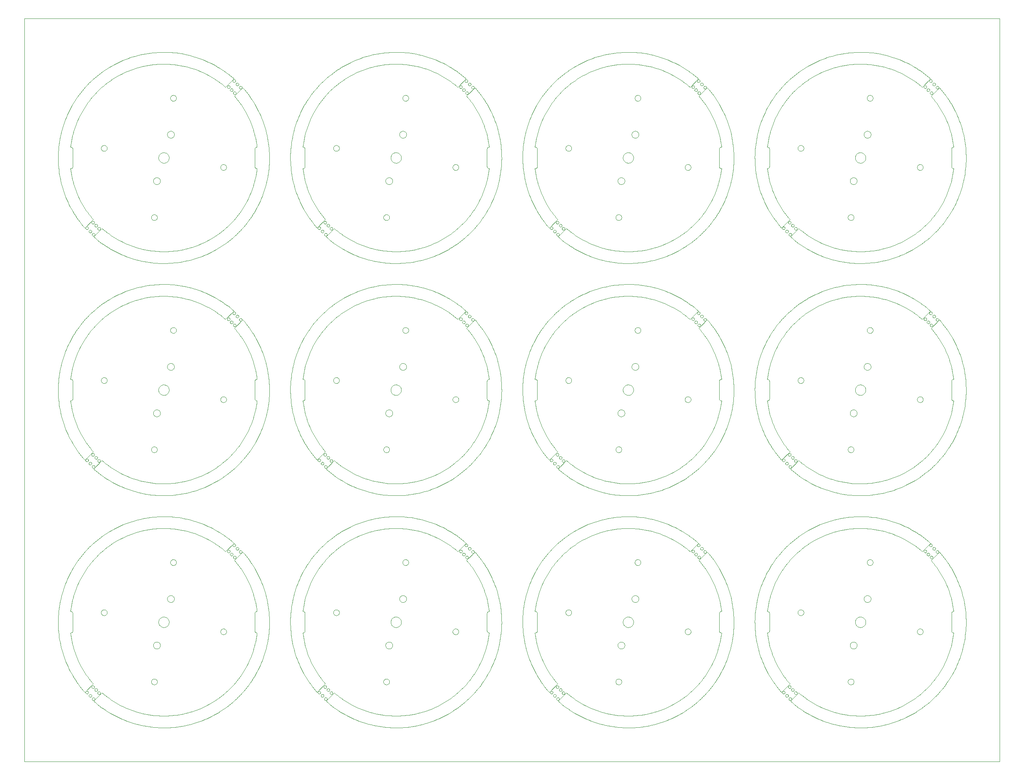
<source format=gko>
G75*
%MOIN*%
%OFA0B0*%
%FSLAX24Y24*%
%IPPOS*%
%LPD*%
%AMOC8*
5,1,8,0,0,1.08239X$1,22.5*
%
%ADD10C,0.0004*%
%ADD11C,0.0000*%
D10*
X002314Y002314D02*
X084991Y002314D01*
X084991Y065306D01*
X002314Y065306D01*
X002314Y002314D01*
X008181Y007430D02*
X008889Y008141D01*
X008141Y008889D02*
X007430Y008181D01*
X006251Y013219D02*
X006223Y013219D01*
X006251Y013219D01*
X006251Y013220D02*
X006273Y013222D01*
X006295Y013226D01*
X006316Y013234D01*
X006336Y013245D01*
X006354Y013258D01*
X006370Y013274D01*
X006383Y013292D01*
X006394Y013312D01*
X006402Y013333D01*
X006406Y013355D01*
X006408Y013377D01*
X006408Y014873D01*
X006408Y013377D01*
X006406Y013355D01*
X006402Y013333D01*
X006394Y013312D01*
X006383Y013292D01*
X006370Y013274D01*
X006354Y013258D01*
X006336Y013245D01*
X006316Y013234D01*
X006295Y013226D01*
X006273Y013222D01*
X006251Y013220D01*
X006273Y013222D01*
X006295Y013226D01*
X006316Y013234D01*
X006336Y013245D01*
X006354Y013258D01*
X006370Y013274D01*
X006383Y013292D01*
X006394Y013312D01*
X006402Y013333D01*
X006406Y013355D01*
X006408Y013377D01*
X006408Y014873D02*
X006406Y014895D01*
X006402Y014917D01*
X006394Y014938D01*
X006383Y014958D01*
X006370Y014976D01*
X006354Y014992D01*
X006336Y015005D01*
X006316Y015016D01*
X006295Y015024D01*
X006273Y015028D01*
X006251Y015030D01*
X006251Y015031D02*
X006223Y015031D01*
X006251Y015031D01*
X006251Y015030D02*
X006273Y015028D01*
X006295Y015024D01*
X006316Y015016D01*
X006336Y015005D01*
X006354Y014992D01*
X006370Y014976D01*
X006383Y014958D01*
X006394Y014938D01*
X006402Y014917D01*
X006406Y014895D01*
X006408Y014873D01*
X006406Y014895D01*
X006402Y014917D01*
X006394Y014938D01*
X006383Y014958D01*
X006370Y014976D01*
X006354Y014992D01*
X006336Y015005D01*
X006316Y015016D01*
X006295Y015024D01*
X006273Y015028D01*
X006251Y015030D01*
X006224Y013219D02*
X006248Y013028D01*
X006277Y012838D01*
X006311Y012649D01*
X006349Y012460D01*
X006391Y012273D01*
X006438Y012086D01*
X006490Y011901D01*
X006546Y011717D01*
X006607Y011534D01*
X006671Y011353D01*
X006741Y011174D01*
X006814Y010996D01*
X006892Y010820D01*
X006974Y010646D01*
X007061Y010474D01*
X007151Y010304D01*
X007245Y010137D01*
X007344Y009972D01*
X007447Y009809D01*
X007553Y009649D01*
X007663Y009491D01*
X007777Y009336D01*
X007895Y009184D01*
X008016Y009035D01*
X008141Y008889D01*
X006224Y015031D02*
X006248Y015224D01*
X006277Y015416D01*
X006311Y015607D01*
X006350Y015798D01*
X006393Y015987D01*
X006441Y016176D01*
X006493Y016363D01*
X006550Y016549D01*
X006612Y016733D01*
X006678Y016916D01*
X006748Y017097D01*
X006823Y017276D01*
X006902Y017454D01*
X006986Y017629D01*
X007074Y017803D01*
X007166Y017974D01*
X007262Y018143D01*
X007362Y018309D01*
X007466Y018474D01*
X007575Y018635D01*
X007687Y018794D01*
X007803Y018950D01*
X007923Y019103D01*
X008046Y019253D01*
X008173Y019400D01*
X008304Y019544D01*
X008438Y019684D01*
X008576Y019822D01*
X008717Y019955D01*
X008861Y020086D01*
X009008Y020213D01*
X009158Y020336D01*
X009312Y020456D01*
X009468Y020571D01*
X009627Y020683D01*
X009788Y020791D01*
X009953Y020895D01*
X010119Y020995D01*
X010288Y021091D01*
X010460Y021182D01*
X010633Y021270D01*
X010809Y021353D01*
X010987Y021432D01*
X011166Y021506D01*
X011348Y021577D01*
X011531Y021642D01*
X011715Y021703D01*
X011901Y021760D01*
X012088Y021812D01*
X012277Y021859D01*
X012466Y021902D01*
X012657Y021941D01*
X012848Y021974D01*
X013041Y022003D01*
X013234Y022027D01*
X013427Y022046D01*
X013621Y022061D01*
X013815Y022071D01*
X014009Y022076D01*
X014204Y022077D01*
X014398Y022072D01*
X014592Y022063D01*
X014786Y022049D01*
X014979Y022031D01*
X015172Y022008D01*
X015365Y021980D01*
X015556Y021947D01*
X015747Y021910D01*
X015937Y021868D01*
X016126Y021821D01*
X016313Y021770D01*
X016499Y021714D01*
X016684Y021654D01*
X016867Y021589D01*
X017049Y021520D01*
X017229Y021446D01*
X017407Y021368D01*
X017583Y021285D01*
X017757Y021199D01*
X017929Y021108D01*
X018098Y021013D01*
X018265Y020914D01*
X018430Y020810D01*
X018592Y020703D01*
X018752Y020592D01*
X018908Y020477D01*
X019062Y020358D01*
X019213Y020235D01*
X019361Y020109D01*
X020069Y020820D01*
X020820Y020069D02*
X020109Y019361D01*
X021999Y015031D02*
X022027Y015031D01*
X021999Y015031D01*
X021999Y015030D02*
X021977Y015028D01*
X021955Y015024D01*
X021934Y015016D01*
X021914Y015005D01*
X021896Y014992D01*
X021880Y014976D01*
X021867Y014958D01*
X021856Y014938D01*
X021848Y014917D01*
X021844Y014895D01*
X021842Y014873D01*
X021842Y013377D01*
X021842Y014873D01*
X021844Y014895D01*
X021848Y014917D01*
X021856Y014938D01*
X021867Y014958D01*
X021880Y014976D01*
X021896Y014992D01*
X021914Y015005D01*
X021934Y015016D01*
X021955Y015024D01*
X021977Y015028D01*
X021999Y015030D01*
X021977Y015028D01*
X021955Y015024D01*
X021934Y015016D01*
X021914Y015005D01*
X021896Y014992D01*
X021880Y014976D01*
X021867Y014958D01*
X021856Y014938D01*
X021848Y014917D01*
X021844Y014895D01*
X021842Y014873D01*
X021842Y013377D02*
X021844Y013355D01*
X021848Y013333D01*
X021856Y013312D01*
X021867Y013292D01*
X021880Y013274D01*
X021896Y013258D01*
X021914Y013245D01*
X021934Y013234D01*
X021955Y013226D01*
X021977Y013222D01*
X021999Y013220D01*
X021999Y013219D02*
X022027Y013219D01*
X021999Y013219D01*
X021999Y013220D02*
X021977Y013222D01*
X021955Y013226D01*
X021934Y013234D01*
X021914Y013245D01*
X021896Y013258D01*
X021880Y013274D01*
X021867Y013292D01*
X021856Y013312D01*
X021848Y013333D01*
X021844Y013355D01*
X021842Y013377D01*
X021844Y013355D01*
X021848Y013333D01*
X021856Y013312D01*
X021867Y013292D01*
X021880Y013274D01*
X021896Y013258D01*
X021914Y013245D01*
X021934Y013234D01*
X021955Y013226D01*
X021977Y013222D01*
X021999Y013220D01*
X025908Y013219D02*
X025936Y013219D01*
X025908Y013219D01*
X025936Y013220D02*
X025958Y013222D01*
X025980Y013226D01*
X026001Y013234D01*
X026021Y013245D01*
X026039Y013258D01*
X026055Y013274D01*
X026068Y013292D01*
X026079Y013312D01*
X026087Y013333D01*
X026091Y013355D01*
X026093Y013377D01*
X026093Y014873D01*
X026093Y013377D01*
X026091Y013355D01*
X026087Y013333D01*
X026079Y013312D01*
X026068Y013292D01*
X026055Y013274D01*
X026039Y013258D01*
X026021Y013245D01*
X026001Y013234D01*
X025980Y013226D01*
X025958Y013222D01*
X025936Y013220D01*
X025958Y013222D01*
X025980Y013226D01*
X026001Y013234D01*
X026021Y013245D01*
X026039Y013258D01*
X026055Y013274D01*
X026068Y013292D01*
X026079Y013312D01*
X026087Y013333D01*
X026091Y013355D01*
X026093Y013377D01*
X026093Y014873D02*
X026091Y014895D01*
X026087Y014917D01*
X026079Y014938D01*
X026068Y014958D01*
X026055Y014976D01*
X026039Y014992D01*
X026021Y015005D01*
X026001Y015016D01*
X025980Y015024D01*
X025958Y015028D01*
X025936Y015030D01*
X025936Y015031D02*
X025908Y015031D01*
X025936Y015031D01*
X025936Y015030D02*
X025958Y015028D01*
X025980Y015024D01*
X026001Y015016D01*
X026021Y015005D01*
X026039Y014992D01*
X026055Y014976D01*
X026068Y014958D01*
X026079Y014938D01*
X026087Y014917D01*
X026091Y014895D01*
X026093Y014873D01*
X026091Y014895D01*
X026087Y014917D01*
X026079Y014938D01*
X026068Y014958D01*
X026055Y014976D01*
X026039Y014992D01*
X026021Y015005D01*
X026001Y015016D01*
X025980Y015024D01*
X025958Y015028D01*
X025936Y015030D01*
X027826Y008889D02*
X027115Y008181D01*
X027866Y007430D02*
X028574Y008141D01*
X041711Y015031D02*
X041687Y015222D01*
X041658Y015412D01*
X041624Y015601D01*
X041586Y015790D01*
X041544Y015977D01*
X041497Y016164D01*
X041445Y016349D01*
X041389Y016533D01*
X041328Y016716D01*
X041264Y016897D01*
X041194Y017076D01*
X041121Y017254D01*
X041043Y017430D01*
X040961Y017604D01*
X040874Y017776D01*
X040784Y017946D01*
X040690Y018113D01*
X040591Y018278D01*
X040488Y018441D01*
X040382Y018601D01*
X040272Y018759D01*
X040158Y018914D01*
X040040Y019066D01*
X039919Y019215D01*
X039794Y019361D01*
X040505Y020069D01*
X039754Y020820D02*
X039046Y020109D01*
X041684Y015031D02*
X041712Y015031D01*
X041684Y015031D01*
X041684Y015030D02*
X041662Y015028D01*
X041640Y015024D01*
X041619Y015016D01*
X041599Y015005D01*
X041581Y014992D01*
X041565Y014976D01*
X041552Y014958D01*
X041541Y014938D01*
X041533Y014917D01*
X041529Y014895D01*
X041527Y014873D01*
X041527Y013377D01*
X041527Y014873D01*
X041529Y014895D01*
X041533Y014917D01*
X041541Y014938D01*
X041552Y014958D01*
X041565Y014976D01*
X041581Y014992D01*
X041599Y015005D01*
X041619Y015016D01*
X041640Y015024D01*
X041662Y015028D01*
X041684Y015030D01*
X041662Y015028D01*
X041640Y015024D01*
X041619Y015016D01*
X041599Y015005D01*
X041581Y014992D01*
X041565Y014976D01*
X041552Y014958D01*
X041541Y014938D01*
X041533Y014917D01*
X041529Y014895D01*
X041527Y014873D01*
X041527Y013377D02*
X041529Y013355D01*
X041533Y013333D01*
X041541Y013312D01*
X041552Y013292D01*
X041565Y013274D01*
X041581Y013258D01*
X041599Y013245D01*
X041619Y013234D01*
X041640Y013226D01*
X041662Y013222D01*
X041684Y013220D01*
X041684Y013219D02*
X041712Y013219D01*
X041684Y013219D01*
X041684Y013220D02*
X041662Y013222D01*
X041640Y013226D01*
X041619Y013234D01*
X041599Y013245D01*
X041581Y013258D01*
X041565Y013274D01*
X041552Y013292D01*
X041541Y013312D01*
X041533Y013333D01*
X041529Y013355D01*
X041527Y013377D01*
X041529Y013355D01*
X041533Y013333D01*
X041541Y013312D01*
X041552Y013292D01*
X041565Y013274D01*
X041581Y013258D01*
X041599Y013245D01*
X041619Y013234D01*
X041640Y013226D01*
X041662Y013222D01*
X041684Y013220D01*
X045593Y013219D02*
X045621Y013219D01*
X045593Y013219D01*
X045621Y013220D02*
X045643Y013222D01*
X045665Y013226D01*
X045686Y013234D01*
X045706Y013245D01*
X045724Y013258D01*
X045740Y013274D01*
X045753Y013292D01*
X045764Y013312D01*
X045772Y013333D01*
X045776Y013355D01*
X045778Y013377D01*
X045779Y013377D02*
X045779Y014873D01*
X045779Y013377D01*
X045778Y013377D02*
X045776Y013355D01*
X045772Y013333D01*
X045764Y013312D01*
X045753Y013292D01*
X045740Y013274D01*
X045724Y013258D01*
X045706Y013245D01*
X045686Y013234D01*
X045665Y013226D01*
X045643Y013222D01*
X045621Y013220D01*
X045643Y013222D01*
X045665Y013226D01*
X045686Y013234D01*
X045706Y013245D01*
X045724Y013258D01*
X045740Y013274D01*
X045753Y013292D01*
X045764Y013312D01*
X045772Y013333D01*
X045776Y013355D01*
X045778Y013377D01*
X045778Y014873D02*
X045776Y014895D01*
X045772Y014917D01*
X045764Y014938D01*
X045753Y014958D01*
X045740Y014976D01*
X045724Y014992D01*
X045706Y015005D01*
X045686Y015016D01*
X045665Y015024D01*
X045643Y015028D01*
X045621Y015030D01*
X045621Y015031D02*
X045593Y015031D01*
X045621Y015031D01*
X045621Y015030D02*
X045643Y015028D01*
X045665Y015024D01*
X045686Y015016D01*
X045706Y015005D01*
X045724Y014992D01*
X045740Y014976D01*
X045753Y014958D01*
X045764Y014938D01*
X045772Y014917D01*
X045776Y014895D01*
X045778Y014873D01*
X045776Y014895D01*
X045772Y014917D01*
X045764Y014938D01*
X045753Y014958D01*
X045740Y014976D01*
X045724Y014992D01*
X045706Y015005D01*
X045686Y015016D01*
X045665Y015024D01*
X045643Y015028D01*
X045621Y015030D01*
X047511Y008889D02*
X046800Y008181D01*
X047551Y007430D02*
X048259Y008141D01*
X061396Y015031D02*
X061372Y015222D01*
X061343Y015412D01*
X061309Y015601D01*
X061271Y015790D01*
X061229Y015977D01*
X061182Y016164D01*
X061130Y016349D01*
X061074Y016533D01*
X061013Y016716D01*
X060949Y016897D01*
X060879Y017076D01*
X060806Y017254D01*
X060728Y017430D01*
X060646Y017604D01*
X060559Y017776D01*
X060469Y017946D01*
X060375Y018113D01*
X060276Y018278D01*
X060173Y018441D01*
X060067Y018601D01*
X059957Y018759D01*
X059843Y018914D01*
X059725Y019066D01*
X059604Y019215D01*
X059479Y019361D01*
X060190Y020069D01*
X059439Y020820D02*
X058731Y020109D01*
X061369Y015031D02*
X061397Y015031D01*
X061369Y015031D01*
X061369Y015030D02*
X061347Y015028D01*
X061325Y015024D01*
X061304Y015016D01*
X061284Y015005D01*
X061266Y014992D01*
X061250Y014976D01*
X061237Y014958D01*
X061226Y014938D01*
X061218Y014917D01*
X061214Y014895D01*
X061212Y014873D01*
X061212Y013377D01*
X061212Y014873D01*
X061214Y014895D01*
X061218Y014917D01*
X061226Y014938D01*
X061237Y014958D01*
X061250Y014976D01*
X061266Y014992D01*
X061284Y015005D01*
X061304Y015016D01*
X061325Y015024D01*
X061347Y015028D01*
X061369Y015030D01*
X061347Y015028D01*
X061325Y015024D01*
X061304Y015016D01*
X061284Y015005D01*
X061266Y014992D01*
X061250Y014976D01*
X061237Y014958D01*
X061226Y014938D01*
X061218Y014917D01*
X061214Y014895D01*
X061212Y014873D01*
X061212Y013377D02*
X061214Y013355D01*
X061218Y013333D01*
X061226Y013312D01*
X061237Y013292D01*
X061250Y013274D01*
X061266Y013258D01*
X061284Y013245D01*
X061304Y013234D01*
X061325Y013226D01*
X061347Y013222D01*
X061369Y013220D01*
X061369Y013219D02*
X061397Y013219D01*
X061369Y013219D01*
X061369Y013220D02*
X061347Y013222D01*
X061325Y013226D01*
X061304Y013234D01*
X061284Y013245D01*
X061266Y013258D01*
X061250Y013274D01*
X061237Y013292D01*
X061226Y013312D01*
X061218Y013333D01*
X061214Y013355D01*
X061212Y013377D01*
X061214Y013355D01*
X061218Y013333D01*
X061226Y013312D01*
X061237Y013292D01*
X061250Y013274D01*
X061266Y013258D01*
X061284Y013245D01*
X061304Y013234D01*
X061325Y013226D01*
X061347Y013222D01*
X061369Y013220D01*
X065279Y013219D02*
X065306Y013219D01*
X065279Y013219D01*
X065306Y013220D02*
X065328Y013222D01*
X065350Y013226D01*
X065371Y013234D01*
X065391Y013245D01*
X065409Y013258D01*
X065425Y013274D01*
X065438Y013292D01*
X065449Y013312D01*
X065457Y013333D01*
X065461Y013355D01*
X065463Y013377D01*
X065464Y013377D02*
X065464Y014873D01*
X065464Y013377D01*
X065463Y013377D02*
X065461Y013355D01*
X065457Y013333D01*
X065449Y013312D01*
X065438Y013292D01*
X065425Y013274D01*
X065409Y013258D01*
X065391Y013245D01*
X065371Y013234D01*
X065350Y013226D01*
X065328Y013222D01*
X065306Y013220D01*
X065328Y013222D01*
X065350Y013226D01*
X065371Y013234D01*
X065391Y013245D01*
X065409Y013258D01*
X065425Y013274D01*
X065438Y013292D01*
X065449Y013312D01*
X065457Y013333D01*
X065461Y013355D01*
X065463Y013377D01*
X065463Y014873D02*
X065461Y014895D01*
X065457Y014917D01*
X065449Y014938D01*
X065438Y014958D01*
X065425Y014976D01*
X065409Y014992D01*
X065391Y015005D01*
X065371Y015016D01*
X065350Y015024D01*
X065328Y015028D01*
X065306Y015030D01*
X065306Y015031D02*
X065279Y015031D01*
X065306Y015031D01*
X065306Y015030D02*
X065328Y015028D01*
X065350Y015024D01*
X065371Y015016D01*
X065391Y015005D01*
X065409Y014992D01*
X065425Y014976D01*
X065438Y014958D01*
X065449Y014938D01*
X065457Y014917D01*
X065461Y014895D01*
X065463Y014873D01*
X065461Y014895D01*
X065457Y014917D01*
X065449Y014938D01*
X065438Y014958D01*
X065425Y014976D01*
X065409Y014992D01*
X065391Y015005D01*
X065371Y015016D01*
X065350Y015024D01*
X065328Y015028D01*
X065306Y015030D01*
X067196Y008889D02*
X066485Y008181D01*
X067237Y007430D02*
X067944Y008141D01*
X081081Y015031D02*
X081057Y015222D01*
X081028Y015412D01*
X080994Y015601D01*
X080956Y015790D01*
X080914Y015977D01*
X080867Y016164D01*
X080815Y016349D01*
X080759Y016533D01*
X080698Y016716D01*
X080634Y016897D01*
X080564Y017076D01*
X080491Y017254D01*
X080413Y017430D01*
X080331Y017604D01*
X080244Y017776D01*
X080154Y017946D01*
X080060Y018113D01*
X079961Y018278D01*
X079858Y018441D01*
X079752Y018601D01*
X079642Y018759D01*
X079528Y018914D01*
X079410Y019066D01*
X079289Y019215D01*
X079164Y019361D01*
X079875Y020069D01*
X079124Y020820D02*
X078416Y020109D01*
X081054Y015031D02*
X081082Y015031D01*
X081054Y015031D01*
X081054Y015030D02*
X081032Y015028D01*
X081010Y015024D01*
X080989Y015016D01*
X080969Y015005D01*
X080951Y014992D01*
X080935Y014976D01*
X080922Y014958D01*
X080911Y014938D01*
X080903Y014917D01*
X080899Y014895D01*
X080897Y014873D01*
X080897Y013377D01*
X080897Y014873D01*
X080899Y014895D01*
X080903Y014917D01*
X080911Y014938D01*
X080922Y014958D01*
X080935Y014976D01*
X080951Y014992D01*
X080969Y015005D01*
X080989Y015016D01*
X081010Y015024D01*
X081032Y015028D01*
X081054Y015030D01*
X081032Y015028D01*
X081010Y015024D01*
X080989Y015016D01*
X080969Y015005D01*
X080951Y014992D01*
X080935Y014976D01*
X080922Y014958D01*
X080911Y014938D01*
X080903Y014917D01*
X080899Y014895D01*
X080897Y014873D01*
X080897Y013377D02*
X080899Y013355D01*
X080903Y013333D01*
X080911Y013312D01*
X080922Y013292D01*
X080935Y013274D01*
X080951Y013258D01*
X080969Y013245D01*
X080989Y013234D01*
X081010Y013226D01*
X081032Y013222D01*
X081054Y013220D01*
X081054Y013219D02*
X081082Y013219D01*
X081054Y013219D01*
X081054Y013220D02*
X081032Y013222D01*
X081010Y013226D01*
X080989Y013234D01*
X080969Y013245D01*
X080951Y013258D01*
X080935Y013274D01*
X080922Y013292D01*
X080911Y013312D01*
X080903Y013333D01*
X080899Y013355D01*
X080897Y013377D01*
X080899Y013355D01*
X080903Y013333D01*
X080911Y013312D01*
X080922Y013292D01*
X080935Y013274D01*
X080951Y013258D01*
X080969Y013245D01*
X080989Y013234D01*
X081010Y013226D01*
X081032Y013222D01*
X081054Y013220D01*
X081081Y013219D02*
X081057Y013026D01*
X081028Y012834D01*
X080994Y012643D01*
X080955Y012452D01*
X080912Y012263D01*
X080864Y012074D01*
X080812Y011887D01*
X080755Y011701D01*
X080693Y011517D01*
X080627Y011334D01*
X080557Y011153D01*
X080482Y010974D01*
X080403Y010796D01*
X080319Y010621D01*
X080231Y010447D01*
X080139Y010276D01*
X080043Y010107D01*
X079943Y009941D01*
X079839Y009776D01*
X079730Y009615D01*
X079618Y009456D01*
X079502Y009300D01*
X079382Y009147D01*
X079259Y008997D01*
X079132Y008850D01*
X079001Y008706D01*
X078867Y008566D01*
X078729Y008428D01*
X078588Y008295D01*
X078444Y008164D01*
X078297Y008037D01*
X078147Y007914D01*
X077993Y007794D01*
X077837Y007679D01*
X077678Y007567D01*
X077517Y007459D01*
X077352Y007355D01*
X077186Y007255D01*
X077017Y007159D01*
X076845Y007068D01*
X076672Y006980D01*
X076496Y006897D01*
X076318Y006818D01*
X076139Y006744D01*
X075957Y006673D01*
X075774Y006608D01*
X075590Y006547D01*
X075404Y006490D01*
X075217Y006438D01*
X075028Y006391D01*
X074839Y006348D01*
X074648Y006309D01*
X074457Y006276D01*
X074264Y006247D01*
X074071Y006223D01*
X073878Y006204D01*
X073684Y006189D01*
X073490Y006179D01*
X073296Y006174D01*
X073101Y006173D01*
X072907Y006178D01*
X072713Y006187D01*
X072519Y006201D01*
X072326Y006219D01*
X072133Y006242D01*
X071940Y006270D01*
X071749Y006303D01*
X071558Y006340D01*
X071368Y006382D01*
X071179Y006429D01*
X070992Y006480D01*
X070806Y006536D01*
X070621Y006596D01*
X070438Y006661D01*
X070256Y006730D01*
X070076Y006804D01*
X069898Y006882D01*
X069722Y006965D01*
X069548Y007051D01*
X069376Y007142D01*
X069207Y007237D01*
X069040Y007336D01*
X068875Y007440D01*
X068713Y007547D01*
X068553Y007658D01*
X068397Y007773D01*
X068243Y007892D01*
X068092Y008015D01*
X067944Y008141D01*
X065279Y015031D02*
X065303Y015224D01*
X065332Y015416D01*
X065366Y015607D01*
X065405Y015798D01*
X065448Y015987D01*
X065496Y016176D01*
X065548Y016363D01*
X065605Y016549D01*
X065667Y016733D01*
X065733Y016916D01*
X065803Y017097D01*
X065878Y017276D01*
X065957Y017454D01*
X066041Y017629D01*
X066129Y017803D01*
X066221Y017974D01*
X066317Y018143D01*
X066417Y018309D01*
X066521Y018474D01*
X066630Y018635D01*
X066742Y018794D01*
X066858Y018950D01*
X066978Y019103D01*
X067101Y019253D01*
X067228Y019400D01*
X067359Y019544D01*
X067493Y019684D01*
X067631Y019822D01*
X067772Y019955D01*
X067916Y020086D01*
X068063Y020213D01*
X068213Y020336D01*
X068367Y020456D01*
X068523Y020571D01*
X068682Y020683D01*
X068843Y020791D01*
X069008Y020895D01*
X069174Y020995D01*
X069343Y021091D01*
X069515Y021182D01*
X069688Y021270D01*
X069864Y021353D01*
X070042Y021432D01*
X070221Y021506D01*
X070403Y021577D01*
X070586Y021642D01*
X070770Y021703D01*
X070956Y021760D01*
X071143Y021812D01*
X071332Y021859D01*
X071521Y021902D01*
X071712Y021941D01*
X071903Y021974D01*
X072096Y022003D01*
X072289Y022027D01*
X072482Y022046D01*
X072676Y022061D01*
X072870Y022071D01*
X073064Y022076D01*
X073259Y022077D01*
X073453Y022072D01*
X073647Y022063D01*
X073841Y022049D01*
X074034Y022031D01*
X074227Y022008D01*
X074420Y021980D01*
X074611Y021947D01*
X074802Y021910D01*
X074992Y021868D01*
X075181Y021821D01*
X075368Y021770D01*
X075554Y021714D01*
X075739Y021654D01*
X075922Y021589D01*
X076104Y021520D01*
X076284Y021446D01*
X076462Y021368D01*
X076638Y021285D01*
X076812Y021199D01*
X076984Y021108D01*
X077153Y021013D01*
X077320Y020914D01*
X077485Y020810D01*
X077647Y020703D01*
X077807Y020592D01*
X077963Y020477D01*
X078117Y020358D01*
X078268Y020235D01*
X078416Y020109D01*
X065279Y013219D02*
X065303Y013028D01*
X065332Y012838D01*
X065366Y012649D01*
X065404Y012460D01*
X065446Y012273D01*
X065493Y012086D01*
X065545Y011901D01*
X065601Y011717D01*
X065662Y011534D01*
X065726Y011353D01*
X065796Y011174D01*
X065869Y010996D01*
X065947Y010820D01*
X066029Y010646D01*
X066116Y010474D01*
X066206Y010304D01*
X066300Y010137D01*
X066399Y009972D01*
X066502Y009809D01*
X066608Y009649D01*
X066718Y009491D01*
X066832Y009336D01*
X066950Y009184D01*
X067071Y009035D01*
X067196Y008889D01*
X066485Y008181D02*
X066342Y008346D01*
X066203Y008515D01*
X066068Y008686D01*
X065938Y008861D01*
X065812Y009039D01*
X065690Y009221D01*
X065573Y009405D01*
X065460Y009591D01*
X065352Y009781D01*
X065248Y009973D01*
X065149Y010168D01*
X065055Y010365D01*
X064966Y010564D01*
X064881Y010765D01*
X064802Y010968D01*
X064728Y011173D01*
X064658Y011380D01*
X064594Y011589D01*
X064534Y011799D01*
X064480Y012010D01*
X064431Y012223D01*
X064388Y012437D01*
X064349Y012652D01*
X064316Y012867D01*
X064288Y013084D01*
X064265Y013301D01*
X064248Y013518D01*
X064235Y013736D01*
X064229Y013954D01*
X064227Y014173D01*
X064231Y014391D01*
X064240Y014609D01*
X064255Y014827D01*
X064274Y015044D01*
X064299Y015261D01*
X064330Y015477D01*
X064365Y015692D01*
X064406Y015907D01*
X064452Y016120D01*
X064503Y016332D01*
X064560Y016543D01*
X064621Y016752D01*
X064688Y016960D01*
X064759Y017166D01*
X064836Y017371D01*
X064918Y017573D01*
X065004Y017774D01*
X065096Y017972D01*
X065192Y018168D01*
X065293Y018361D01*
X065398Y018552D01*
X065508Y018741D01*
X065623Y018926D01*
X065742Y019109D01*
X065866Y019289D01*
X065994Y019465D01*
X066127Y019639D01*
X066263Y019809D01*
X066404Y019976D01*
X066548Y020140D01*
X066697Y020300D01*
X066849Y020456D01*
X067005Y020608D01*
X067165Y020757D01*
X067329Y020901D01*
X067496Y021042D01*
X067666Y021178D01*
X067840Y021311D01*
X068016Y021439D01*
X068196Y021563D01*
X068379Y021682D01*
X068564Y021797D01*
X068753Y021907D01*
X068944Y022012D01*
X069137Y022113D01*
X069333Y022209D01*
X069531Y022301D01*
X069732Y022387D01*
X069934Y022469D01*
X070139Y022546D01*
X070345Y022617D01*
X070553Y022684D01*
X070762Y022745D01*
X070973Y022802D01*
X071185Y022853D01*
X071398Y022899D01*
X071613Y022940D01*
X071828Y022975D01*
X072044Y023006D01*
X072261Y023031D01*
X072478Y023050D01*
X072696Y023065D01*
X072914Y023074D01*
X073132Y023078D01*
X073351Y023076D01*
X073569Y023070D01*
X073787Y023057D01*
X074004Y023040D01*
X074221Y023017D01*
X074438Y022989D01*
X074653Y022956D01*
X074868Y022917D01*
X075082Y022874D01*
X075295Y022825D01*
X075506Y022771D01*
X075716Y022711D01*
X075925Y022647D01*
X076132Y022577D01*
X076337Y022503D01*
X076540Y022424D01*
X076741Y022339D01*
X076940Y022250D01*
X077137Y022156D01*
X077332Y022057D01*
X077524Y021953D01*
X077714Y021845D01*
X077900Y021732D01*
X078084Y021615D01*
X078266Y021493D01*
X078444Y021367D01*
X078619Y021237D01*
X078790Y021102D01*
X078959Y020963D01*
X079124Y020820D01*
X079875Y020069D02*
X080018Y019904D01*
X080157Y019735D01*
X080292Y019564D01*
X080422Y019389D01*
X080548Y019211D01*
X080670Y019029D01*
X080787Y018845D01*
X080900Y018659D01*
X081008Y018469D01*
X081112Y018277D01*
X081211Y018082D01*
X081305Y017885D01*
X081394Y017686D01*
X081479Y017485D01*
X081558Y017282D01*
X081632Y017077D01*
X081702Y016870D01*
X081766Y016661D01*
X081826Y016451D01*
X081880Y016240D01*
X081929Y016027D01*
X081972Y015813D01*
X082011Y015598D01*
X082044Y015383D01*
X082072Y015166D01*
X082095Y014949D01*
X082112Y014732D01*
X082125Y014514D01*
X082131Y014296D01*
X082133Y014077D01*
X082129Y013859D01*
X082120Y013641D01*
X082105Y013423D01*
X082086Y013206D01*
X082061Y012989D01*
X082030Y012773D01*
X081995Y012558D01*
X081954Y012343D01*
X081908Y012130D01*
X081857Y011918D01*
X081800Y011707D01*
X081739Y011498D01*
X081672Y011290D01*
X081601Y011084D01*
X081524Y010879D01*
X081442Y010677D01*
X081356Y010476D01*
X081264Y010278D01*
X081168Y010082D01*
X081067Y009889D01*
X080962Y009698D01*
X080852Y009509D01*
X080737Y009324D01*
X080618Y009141D01*
X080494Y008961D01*
X080366Y008785D01*
X080233Y008611D01*
X080097Y008441D01*
X079956Y008274D01*
X079812Y008110D01*
X079663Y007950D01*
X079511Y007794D01*
X079355Y007642D01*
X079195Y007493D01*
X079031Y007349D01*
X078864Y007208D01*
X078694Y007072D01*
X078520Y006939D01*
X078344Y006811D01*
X078164Y006687D01*
X077981Y006568D01*
X077796Y006453D01*
X077607Y006343D01*
X077416Y006238D01*
X077223Y006137D01*
X077027Y006041D01*
X076829Y005949D01*
X076628Y005863D01*
X076426Y005781D01*
X076221Y005704D01*
X076015Y005633D01*
X075807Y005566D01*
X075598Y005505D01*
X075387Y005448D01*
X075175Y005397D01*
X074962Y005351D01*
X074747Y005310D01*
X074532Y005275D01*
X074316Y005244D01*
X074099Y005219D01*
X073882Y005200D01*
X073664Y005185D01*
X073446Y005176D01*
X073228Y005172D01*
X073009Y005174D01*
X072791Y005180D01*
X072573Y005193D01*
X072356Y005210D01*
X072139Y005233D01*
X071922Y005261D01*
X071707Y005294D01*
X071492Y005333D01*
X071278Y005376D01*
X071065Y005425D01*
X070854Y005479D01*
X070644Y005539D01*
X070435Y005603D01*
X070228Y005673D01*
X070023Y005747D01*
X069820Y005826D01*
X069619Y005911D01*
X069420Y006000D01*
X069223Y006094D01*
X069028Y006193D01*
X068836Y006297D01*
X068646Y006405D01*
X068460Y006518D01*
X068276Y006635D01*
X068094Y006757D01*
X067916Y006883D01*
X067741Y007013D01*
X067570Y007148D01*
X067401Y007287D01*
X067236Y007430D01*
X066485Y008181D02*
X066342Y008346D01*
X066203Y008515D01*
X066068Y008686D01*
X065938Y008861D01*
X065812Y009039D01*
X065690Y009221D01*
X065573Y009405D01*
X065460Y009591D01*
X065352Y009781D01*
X065248Y009973D01*
X065149Y010168D01*
X065055Y010365D01*
X064966Y010564D01*
X064881Y010765D01*
X064802Y010968D01*
X064728Y011173D01*
X064658Y011380D01*
X064594Y011589D01*
X064534Y011799D01*
X064480Y012010D01*
X064431Y012223D01*
X064388Y012437D01*
X064349Y012652D01*
X064316Y012867D01*
X064288Y013084D01*
X064265Y013301D01*
X064248Y013518D01*
X064235Y013736D01*
X064229Y013954D01*
X064227Y014173D01*
X064231Y014391D01*
X064240Y014609D01*
X064255Y014827D01*
X064274Y015044D01*
X064299Y015261D01*
X064330Y015477D01*
X064365Y015692D01*
X064406Y015907D01*
X064452Y016120D01*
X064503Y016332D01*
X064560Y016543D01*
X064621Y016752D01*
X064688Y016960D01*
X064759Y017166D01*
X064836Y017371D01*
X064918Y017573D01*
X065004Y017774D01*
X065096Y017972D01*
X065192Y018168D01*
X065293Y018361D01*
X065398Y018552D01*
X065508Y018741D01*
X065623Y018926D01*
X065742Y019109D01*
X065866Y019289D01*
X065994Y019465D01*
X066127Y019639D01*
X066263Y019809D01*
X066404Y019976D01*
X066548Y020140D01*
X066697Y020300D01*
X066849Y020456D01*
X067005Y020608D01*
X067165Y020757D01*
X067329Y020901D01*
X067496Y021042D01*
X067666Y021178D01*
X067840Y021311D01*
X068016Y021439D01*
X068196Y021563D01*
X068379Y021682D01*
X068564Y021797D01*
X068753Y021907D01*
X068944Y022012D01*
X069137Y022113D01*
X069333Y022209D01*
X069531Y022301D01*
X069732Y022387D01*
X069934Y022469D01*
X070139Y022546D01*
X070345Y022617D01*
X070553Y022684D01*
X070762Y022745D01*
X070973Y022802D01*
X071185Y022853D01*
X071398Y022899D01*
X071613Y022940D01*
X071828Y022975D01*
X072044Y023006D01*
X072261Y023031D01*
X072478Y023050D01*
X072696Y023065D01*
X072914Y023074D01*
X073132Y023078D01*
X073351Y023076D01*
X073569Y023070D01*
X073787Y023057D01*
X074004Y023040D01*
X074221Y023017D01*
X074438Y022989D01*
X074653Y022956D01*
X074868Y022917D01*
X075082Y022874D01*
X075295Y022825D01*
X075506Y022771D01*
X075716Y022711D01*
X075925Y022647D01*
X076132Y022577D01*
X076337Y022503D01*
X076540Y022424D01*
X076741Y022339D01*
X076940Y022250D01*
X077137Y022156D01*
X077332Y022057D01*
X077524Y021953D01*
X077714Y021845D01*
X077900Y021732D01*
X078084Y021615D01*
X078266Y021493D01*
X078444Y021367D01*
X078619Y021237D01*
X078790Y021102D01*
X078959Y020963D01*
X079124Y020820D01*
X067944Y027826D02*
X067237Y027115D01*
X066485Y027866D02*
X067196Y028574D01*
X065306Y032905D02*
X065279Y032905D01*
X065306Y032905D01*
X065328Y032907D01*
X065350Y032911D01*
X065371Y032919D01*
X065391Y032930D01*
X065409Y032943D01*
X065425Y032959D01*
X065438Y032977D01*
X065449Y032997D01*
X065457Y033018D01*
X065461Y033040D01*
X065463Y033062D01*
X065464Y033062D02*
X065464Y034558D01*
X065464Y033062D01*
X065463Y033062D02*
X065461Y033040D01*
X065457Y033018D01*
X065449Y032997D01*
X065438Y032977D01*
X065425Y032959D01*
X065409Y032943D01*
X065391Y032930D01*
X065371Y032919D01*
X065350Y032911D01*
X065328Y032907D01*
X065306Y032905D01*
X065328Y032907D01*
X065350Y032911D01*
X065371Y032919D01*
X065391Y032930D01*
X065409Y032943D01*
X065425Y032959D01*
X065438Y032977D01*
X065449Y032997D01*
X065457Y033018D01*
X065461Y033040D01*
X065463Y033062D01*
X065463Y034558D02*
X065461Y034580D01*
X065457Y034602D01*
X065449Y034623D01*
X065438Y034643D01*
X065425Y034661D01*
X065409Y034677D01*
X065391Y034690D01*
X065371Y034701D01*
X065350Y034709D01*
X065328Y034713D01*
X065306Y034715D01*
X065306Y034716D02*
X065279Y034716D01*
X065306Y034716D01*
X065306Y034715D02*
X065328Y034713D01*
X065350Y034709D01*
X065371Y034701D01*
X065391Y034690D01*
X065409Y034677D01*
X065425Y034661D01*
X065438Y034643D01*
X065449Y034623D01*
X065457Y034602D01*
X065461Y034580D01*
X065463Y034558D01*
X065461Y034580D01*
X065457Y034602D01*
X065449Y034623D01*
X065438Y034643D01*
X065425Y034661D01*
X065409Y034677D01*
X065391Y034690D01*
X065371Y034701D01*
X065350Y034709D01*
X065328Y034713D01*
X065306Y034715D01*
X061397Y034716D02*
X061369Y034716D01*
X061397Y034716D01*
X061369Y034715D02*
X061347Y034713D01*
X061325Y034709D01*
X061304Y034701D01*
X061284Y034690D01*
X061266Y034677D01*
X061250Y034661D01*
X061237Y034643D01*
X061226Y034623D01*
X061218Y034602D01*
X061214Y034580D01*
X061212Y034558D01*
X061212Y033062D01*
X061212Y034558D01*
X061214Y034580D01*
X061218Y034602D01*
X061226Y034623D01*
X061237Y034643D01*
X061250Y034661D01*
X061266Y034677D01*
X061284Y034690D01*
X061304Y034701D01*
X061325Y034709D01*
X061347Y034713D01*
X061369Y034715D01*
X061347Y034713D01*
X061325Y034709D01*
X061304Y034701D01*
X061284Y034690D01*
X061266Y034677D01*
X061250Y034661D01*
X061237Y034643D01*
X061226Y034623D01*
X061218Y034602D01*
X061214Y034580D01*
X061212Y034558D01*
X061212Y033062D02*
X061214Y033040D01*
X061218Y033018D01*
X061226Y032997D01*
X061237Y032977D01*
X061250Y032959D01*
X061266Y032943D01*
X061284Y032930D01*
X061304Y032919D01*
X061325Y032911D01*
X061347Y032907D01*
X061369Y032905D01*
X061397Y032905D01*
X061369Y032905D01*
X061347Y032907D01*
X061325Y032911D01*
X061304Y032919D01*
X061284Y032930D01*
X061266Y032943D01*
X061250Y032959D01*
X061237Y032977D01*
X061226Y032997D01*
X061218Y033018D01*
X061214Y033040D01*
X061212Y033062D01*
X061214Y033040D01*
X061218Y033018D01*
X061226Y032997D01*
X061237Y032977D01*
X061250Y032959D01*
X061266Y032943D01*
X061284Y032930D01*
X061304Y032919D01*
X061325Y032911D01*
X061347Y032907D01*
X061369Y032905D01*
X059479Y039046D02*
X060190Y039754D01*
X059439Y040505D02*
X058731Y039794D01*
X045594Y032904D02*
X045618Y032713D01*
X045647Y032523D01*
X045681Y032334D01*
X045719Y032145D01*
X045761Y031958D01*
X045808Y031771D01*
X045860Y031586D01*
X045916Y031402D01*
X045977Y031219D01*
X046041Y031038D01*
X046111Y030859D01*
X046184Y030681D01*
X046262Y030505D01*
X046344Y030331D01*
X046431Y030159D01*
X046521Y029989D01*
X046615Y029822D01*
X046714Y029657D01*
X046817Y029494D01*
X046923Y029334D01*
X047033Y029176D01*
X047147Y029021D01*
X047265Y028869D01*
X047386Y028720D01*
X047511Y028574D01*
X046800Y027866D01*
X047551Y027115D02*
X048259Y027826D01*
X045621Y032905D02*
X045593Y032905D01*
X045621Y032905D01*
X045643Y032907D01*
X045665Y032911D01*
X045686Y032919D01*
X045706Y032930D01*
X045724Y032943D01*
X045740Y032959D01*
X045753Y032977D01*
X045764Y032997D01*
X045772Y033018D01*
X045776Y033040D01*
X045778Y033062D01*
X045779Y033062D02*
X045779Y034558D01*
X045779Y033062D01*
X045778Y033062D02*
X045776Y033040D01*
X045772Y033018D01*
X045764Y032997D01*
X045753Y032977D01*
X045740Y032959D01*
X045724Y032943D01*
X045706Y032930D01*
X045686Y032919D01*
X045665Y032911D01*
X045643Y032907D01*
X045621Y032905D01*
X045643Y032907D01*
X045665Y032911D01*
X045686Y032919D01*
X045706Y032930D01*
X045724Y032943D01*
X045740Y032959D01*
X045753Y032977D01*
X045764Y032997D01*
X045772Y033018D01*
X045776Y033040D01*
X045778Y033062D01*
X045778Y034558D02*
X045776Y034580D01*
X045772Y034602D01*
X045764Y034623D01*
X045753Y034643D01*
X045740Y034661D01*
X045724Y034677D01*
X045706Y034690D01*
X045686Y034701D01*
X045665Y034709D01*
X045643Y034713D01*
X045621Y034715D01*
X045621Y034716D02*
X045593Y034716D01*
X045621Y034716D01*
X045621Y034715D02*
X045643Y034713D01*
X045665Y034709D01*
X045686Y034701D01*
X045706Y034690D01*
X045724Y034677D01*
X045740Y034661D01*
X045753Y034643D01*
X045764Y034623D01*
X045772Y034602D01*
X045776Y034580D01*
X045778Y034558D01*
X045776Y034580D01*
X045772Y034602D01*
X045764Y034623D01*
X045753Y034643D01*
X045740Y034661D01*
X045724Y034677D01*
X045706Y034690D01*
X045686Y034701D01*
X045665Y034709D01*
X045643Y034713D01*
X045621Y034715D01*
X041712Y034716D02*
X041684Y034716D01*
X041712Y034716D01*
X041684Y034715D02*
X041662Y034713D01*
X041640Y034709D01*
X041619Y034701D01*
X041599Y034690D01*
X041581Y034677D01*
X041565Y034661D01*
X041552Y034643D01*
X041541Y034623D01*
X041533Y034602D01*
X041529Y034580D01*
X041527Y034558D01*
X041527Y033062D01*
X041527Y034558D01*
X041529Y034580D01*
X041533Y034602D01*
X041541Y034623D01*
X041552Y034643D01*
X041565Y034661D01*
X041581Y034677D01*
X041599Y034690D01*
X041619Y034701D01*
X041640Y034709D01*
X041662Y034713D01*
X041684Y034715D01*
X041662Y034713D01*
X041640Y034709D01*
X041619Y034701D01*
X041599Y034690D01*
X041581Y034677D01*
X041565Y034661D01*
X041552Y034643D01*
X041541Y034623D01*
X041533Y034602D01*
X041529Y034580D01*
X041527Y034558D01*
X041527Y033062D02*
X041529Y033040D01*
X041533Y033018D01*
X041541Y032997D01*
X041552Y032977D01*
X041565Y032959D01*
X041581Y032943D01*
X041599Y032930D01*
X041619Y032919D01*
X041640Y032911D01*
X041662Y032907D01*
X041684Y032905D01*
X041712Y032905D01*
X041684Y032905D01*
X041662Y032907D01*
X041640Y032911D01*
X041619Y032919D01*
X041599Y032930D01*
X041581Y032943D01*
X041565Y032959D01*
X041552Y032977D01*
X041541Y032997D01*
X041533Y033018D01*
X041529Y033040D01*
X041527Y033062D01*
X041529Y033040D01*
X041533Y033018D01*
X041541Y032997D01*
X041552Y032977D01*
X041565Y032959D01*
X041581Y032943D01*
X041599Y032930D01*
X041619Y032919D01*
X041640Y032911D01*
X041662Y032907D01*
X041684Y032905D01*
X039794Y039046D02*
X040505Y039754D01*
X039754Y040505D02*
X039046Y039794D01*
X025909Y032904D02*
X025933Y032713D01*
X025962Y032523D01*
X025996Y032334D01*
X026034Y032145D01*
X026076Y031958D01*
X026123Y031771D01*
X026175Y031586D01*
X026231Y031402D01*
X026292Y031219D01*
X026356Y031038D01*
X026426Y030859D01*
X026499Y030681D01*
X026577Y030505D01*
X026659Y030331D01*
X026746Y030159D01*
X026836Y029989D01*
X026930Y029822D01*
X027029Y029657D01*
X027132Y029494D01*
X027238Y029334D01*
X027348Y029176D01*
X027462Y029021D01*
X027580Y028869D01*
X027701Y028720D01*
X027826Y028574D01*
X027115Y027866D01*
X027866Y027115D02*
X028574Y027826D01*
X025936Y032905D02*
X025908Y032905D01*
X025936Y032905D01*
X025958Y032907D01*
X025980Y032911D01*
X026001Y032919D01*
X026021Y032930D01*
X026039Y032943D01*
X026055Y032959D01*
X026068Y032977D01*
X026079Y032997D01*
X026087Y033018D01*
X026091Y033040D01*
X026093Y033062D01*
X026093Y034558D01*
X026093Y033062D01*
X026091Y033040D01*
X026087Y033018D01*
X026079Y032997D01*
X026068Y032977D01*
X026055Y032959D01*
X026039Y032943D01*
X026021Y032930D01*
X026001Y032919D01*
X025980Y032911D01*
X025958Y032907D01*
X025936Y032905D01*
X025958Y032907D01*
X025980Y032911D01*
X026001Y032919D01*
X026021Y032930D01*
X026039Y032943D01*
X026055Y032959D01*
X026068Y032977D01*
X026079Y032997D01*
X026087Y033018D01*
X026091Y033040D01*
X026093Y033062D01*
X026093Y034558D02*
X026091Y034580D01*
X026087Y034602D01*
X026079Y034623D01*
X026068Y034643D01*
X026055Y034661D01*
X026039Y034677D01*
X026021Y034690D01*
X026001Y034701D01*
X025980Y034709D01*
X025958Y034713D01*
X025936Y034715D01*
X025936Y034716D02*
X025908Y034716D01*
X025936Y034716D01*
X025936Y034715D02*
X025958Y034713D01*
X025980Y034709D01*
X026001Y034701D01*
X026021Y034690D01*
X026039Y034677D01*
X026055Y034661D01*
X026068Y034643D01*
X026079Y034623D01*
X026087Y034602D01*
X026091Y034580D01*
X026093Y034558D01*
X026091Y034580D01*
X026087Y034602D01*
X026079Y034623D01*
X026068Y034643D01*
X026055Y034661D01*
X026039Y034677D01*
X026021Y034690D01*
X026001Y034701D01*
X025980Y034709D01*
X025958Y034713D01*
X025936Y034715D01*
X022027Y034716D02*
X021999Y034716D01*
X022027Y034716D01*
X021999Y034715D02*
X021977Y034713D01*
X021955Y034709D01*
X021934Y034701D01*
X021914Y034690D01*
X021896Y034677D01*
X021880Y034661D01*
X021867Y034643D01*
X021856Y034623D01*
X021848Y034602D01*
X021844Y034580D01*
X021842Y034558D01*
X021842Y033062D01*
X021842Y034558D01*
X021844Y034580D01*
X021848Y034602D01*
X021856Y034623D01*
X021867Y034643D01*
X021880Y034661D01*
X021896Y034677D01*
X021914Y034690D01*
X021934Y034701D01*
X021955Y034709D01*
X021977Y034713D01*
X021999Y034715D01*
X021977Y034713D01*
X021955Y034709D01*
X021934Y034701D01*
X021914Y034690D01*
X021896Y034677D01*
X021880Y034661D01*
X021867Y034643D01*
X021856Y034623D01*
X021848Y034602D01*
X021844Y034580D01*
X021842Y034558D01*
X021842Y033062D02*
X021844Y033040D01*
X021848Y033018D01*
X021856Y032997D01*
X021867Y032977D01*
X021880Y032959D01*
X021896Y032943D01*
X021914Y032930D01*
X021934Y032919D01*
X021955Y032911D01*
X021977Y032907D01*
X021999Y032905D01*
X022027Y032905D01*
X021999Y032905D01*
X021977Y032907D01*
X021955Y032911D01*
X021934Y032919D01*
X021914Y032930D01*
X021896Y032943D01*
X021880Y032959D01*
X021867Y032977D01*
X021856Y032997D01*
X021848Y033018D01*
X021844Y033040D01*
X021842Y033062D01*
X021844Y033040D01*
X021848Y033018D01*
X021856Y032997D01*
X021867Y032977D01*
X021880Y032959D01*
X021896Y032943D01*
X021914Y032930D01*
X021934Y032919D01*
X021955Y032911D01*
X021977Y032907D01*
X021999Y032905D01*
X020109Y039046D02*
X020820Y039754D01*
X020069Y040505D02*
X019361Y039794D01*
X006224Y032904D02*
X006248Y032713D01*
X006277Y032523D01*
X006311Y032334D01*
X006349Y032145D01*
X006391Y031958D01*
X006438Y031771D01*
X006490Y031586D01*
X006546Y031402D01*
X006607Y031219D01*
X006671Y031038D01*
X006741Y030859D01*
X006814Y030681D01*
X006892Y030505D01*
X006974Y030331D01*
X007061Y030159D01*
X007151Y029989D01*
X007245Y029822D01*
X007344Y029657D01*
X007447Y029494D01*
X007553Y029334D01*
X007663Y029176D01*
X007777Y029021D01*
X007895Y028869D01*
X008016Y028720D01*
X008141Y028574D01*
X007430Y027866D01*
X008181Y027115D02*
X008889Y027826D01*
X006251Y032905D02*
X006223Y032905D01*
X006251Y032905D01*
X006273Y032907D01*
X006295Y032911D01*
X006316Y032919D01*
X006336Y032930D01*
X006354Y032943D01*
X006370Y032959D01*
X006383Y032977D01*
X006394Y032997D01*
X006402Y033018D01*
X006406Y033040D01*
X006408Y033062D01*
X006408Y034558D01*
X006408Y033062D01*
X006406Y033040D01*
X006402Y033018D01*
X006394Y032997D01*
X006383Y032977D01*
X006370Y032959D01*
X006354Y032943D01*
X006336Y032930D01*
X006316Y032919D01*
X006295Y032911D01*
X006273Y032907D01*
X006251Y032905D01*
X006273Y032907D01*
X006295Y032911D01*
X006316Y032919D01*
X006336Y032930D01*
X006354Y032943D01*
X006370Y032959D01*
X006383Y032977D01*
X006394Y032997D01*
X006402Y033018D01*
X006406Y033040D01*
X006408Y033062D01*
X006408Y034558D02*
X006406Y034580D01*
X006402Y034602D01*
X006394Y034623D01*
X006383Y034643D01*
X006370Y034661D01*
X006354Y034677D01*
X006336Y034690D01*
X006316Y034701D01*
X006295Y034709D01*
X006273Y034713D01*
X006251Y034715D01*
X006251Y034716D02*
X006223Y034716D01*
X006251Y034716D01*
X006251Y034715D02*
X006273Y034713D01*
X006295Y034709D01*
X006316Y034701D01*
X006336Y034690D01*
X006354Y034677D01*
X006370Y034661D01*
X006383Y034643D01*
X006394Y034623D01*
X006402Y034602D01*
X006406Y034580D01*
X006408Y034558D01*
X006406Y034580D01*
X006402Y034602D01*
X006394Y034623D01*
X006383Y034643D01*
X006370Y034661D01*
X006354Y034677D01*
X006336Y034690D01*
X006316Y034701D01*
X006295Y034709D01*
X006273Y034713D01*
X006251Y034715D01*
X006224Y034716D02*
X006248Y034909D01*
X006277Y035101D01*
X006311Y035292D01*
X006350Y035483D01*
X006393Y035672D01*
X006441Y035861D01*
X006493Y036048D01*
X006550Y036234D01*
X006612Y036418D01*
X006678Y036601D01*
X006748Y036782D01*
X006823Y036961D01*
X006902Y037139D01*
X006986Y037314D01*
X007074Y037488D01*
X007166Y037659D01*
X007262Y037828D01*
X007362Y037994D01*
X007466Y038159D01*
X007575Y038320D01*
X007687Y038479D01*
X007803Y038635D01*
X007923Y038788D01*
X008046Y038938D01*
X008173Y039085D01*
X008304Y039229D01*
X008438Y039369D01*
X008576Y039507D01*
X008717Y039640D01*
X008861Y039771D01*
X009008Y039898D01*
X009158Y040021D01*
X009312Y040141D01*
X009468Y040256D01*
X009627Y040368D01*
X009788Y040476D01*
X009953Y040580D01*
X010119Y040680D01*
X010288Y040776D01*
X010460Y040867D01*
X010633Y040955D01*
X010809Y041038D01*
X010987Y041117D01*
X011166Y041191D01*
X011348Y041262D01*
X011531Y041327D01*
X011715Y041388D01*
X011901Y041445D01*
X012088Y041497D01*
X012277Y041544D01*
X012466Y041587D01*
X012657Y041626D01*
X012848Y041659D01*
X013041Y041688D01*
X013234Y041712D01*
X013427Y041731D01*
X013621Y041746D01*
X013815Y041756D01*
X014009Y041761D01*
X014204Y041762D01*
X014398Y041757D01*
X014592Y041748D01*
X014786Y041734D01*
X014979Y041716D01*
X015172Y041693D01*
X015365Y041665D01*
X015556Y041632D01*
X015747Y041595D01*
X015937Y041553D01*
X016126Y041506D01*
X016313Y041455D01*
X016499Y041399D01*
X016684Y041339D01*
X016867Y041274D01*
X017049Y041205D01*
X017229Y041131D01*
X017407Y041053D01*
X017583Y040970D01*
X017757Y040884D01*
X017929Y040793D01*
X018098Y040698D01*
X018265Y040599D01*
X018430Y040495D01*
X018592Y040388D01*
X018752Y040277D01*
X018908Y040162D01*
X019062Y040043D01*
X019213Y039920D01*
X019361Y039794D01*
X022026Y032904D02*
X022002Y032711D01*
X021973Y032519D01*
X021939Y032328D01*
X021900Y032137D01*
X021857Y031948D01*
X021809Y031759D01*
X021757Y031572D01*
X021700Y031386D01*
X021638Y031202D01*
X021572Y031019D01*
X021502Y030838D01*
X021427Y030659D01*
X021348Y030481D01*
X021264Y030306D01*
X021176Y030132D01*
X021084Y029961D01*
X020988Y029792D01*
X020888Y029626D01*
X020784Y029461D01*
X020675Y029300D01*
X020563Y029141D01*
X020447Y028985D01*
X020327Y028832D01*
X020204Y028682D01*
X020077Y028535D01*
X019946Y028391D01*
X019812Y028251D01*
X019674Y028113D01*
X019533Y027980D01*
X019389Y027849D01*
X019242Y027722D01*
X019092Y027599D01*
X018938Y027479D01*
X018782Y027364D01*
X018623Y027252D01*
X018462Y027144D01*
X018297Y027040D01*
X018131Y026940D01*
X017962Y026844D01*
X017790Y026753D01*
X017617Y026665D01*
X017441Y026582D01*
X017263Y026503D01*
X017084Y026429D01*
X016902Y026358D01*
X016719Y026293D01*
X016535Y026232D01*
X016349Y026175D01*
X016162Y026123D01*
X015973Y026076D01*
X015784Y026033D01*
X015593Y025994D01*
X015402Y025961D01*
X015209Y025932D01*
X015016Y025908D01*
X014823Y025889D01*
X014629Y025874D01*
X014435Y025864D01*
X014241Y025859D01*
X014046Y025858D01*
X013852Y025863D01*
X013658Y025872D01*
X013464Y025886D01*
X013271Y025904D01*
X013078Y025927D01*
X012885Y025955D01*
X012694Y025988D01*
X012503Y026025D01*
X012313Y026067D01*
X012124Y026114D01*
X011937Y026165D01*
X011751Y026221D01*
X011566Y026281D01*
X011383Y026346D01*
X011201Y026415D01*
X011021Y026489D01*
X010843Y026567D01*
X010667Y026650D01*
X010493Y026736D01*
X010321Y026827D01*
X010152Y026922D01*
X009985Y027021D01*
X009820Y027125D01*
X009658Y027232D01*
X009498Y027343D01*
X009342Y027458D01*
X009188Y027577D01*
X009037Y027700D01*
X008889Y027826D01*
X022026Y034716D02*
X022002Y034907D01*
X021973Y035097D01*
X021939Y035286D01*
X021901Y035475D01*
X021859Y035662D01*
X021812Y035849D01*
X021760Y036034D01*
X021704Y036218D01*
X021643Y036401D01*
X021579Y036582D01*
X021509Y036761D01*
X021436Y036939D01*
X021358Y037115D01*
X021276Y037289D01*
X021189Y037461D01*
X021099Y037631D01*
X021005Y037798D01*
X020906Y037963D01*
X020803Y038126D01*
X020697Y038286D01*
X020587Y038444D01*
X020473Y038599D01*
X020355Y038751D01*
X020234Y038900D01*
X020109Y039046D01*
X020069Y040505D02*
X019904Y040648D01*
X019735Y040787D01*
X019564Y040922D01*
X019389Y041052D01*
X019211Y041178D01*
X019029Y041300D01*
X018845Y041417D01*
X018659Y041530D01*
X018469Y041638D01*
X018277Y041742D01*
X018082Y041841D01*
X017885Y041935D01*
X017686Y042024D01*
X017485Y042109D01*
X017282Y042188D01*
X017077Y042262D01*
X016870Y042332D01*
X016661Y042396D01*
X016451Y042456D01*
X016240Y042510D01*
X016027Y042559D01*
X015813Y042602D01*
X015598Y042641D01*
X015383Y042674D01*
X015166Y042702D01*
X014949Y042725D01*
X014732Y042742D01*
X014514Y042755D01*
X014296Y042761D01*
X014077Y042763D01*
X013859Y042759D01*
X013641Y042750D01*
X013423Y042735D01*
X013206Y042716D01*
X012989Y042691D01*
X012773Y042660D01*
X012558Y042625D01*
X012343Y042584D01*
X012130Y042538D01*
X011918Y042487D01*
X011707Y042430D01*
X011498Y042369D01*
X011290Y042302D01*
X011084Y042231D01*
X010879Y042154D01*
X010677Y042072D01*
X010476Y041986D01*
X010278Y041894D01*
X010082Y041798D01*
X009889Y041697D01*
X009698Y041592D01*
X009509Y041482D01*
X009324Y041367D01*
X009141Y041248D01*
X008961Y041124D01*
X008785Y040996D01*
X008611Y040863D01*
X008441Y040727D01*
X008274Y040586D01*
X008110Y040442D01*
X007950Y040293D01*
X007794Y040141D01*
X007642Y039985D01*
X007493Y039825D01*
X007349Y039661D01*
X007208Y039494D01*
X007072Y039324D01*
X006939Y039150D01*
X006811Y038974D01*
X006687Y038794D01*
X006568Y038611D01*
X006453Y038426D01*
X006343Y038237D01*
X006238Y038046D01*
X006137Y037853D01*
X006041Y037657D01*
X005949Y037459D01*
X005863Y037258D01*
X005781Y037056D01*
X005704Y036851D01*
X005633Y036645D01*
X005566Y036437D01*
X005505Y036228D01*
X005448Y036017D01*
X005397Y035805D01*
X005351Y035592D01*
X005310Y035377D01*
X005275Y035162D01*
X005244Y034946D01*
X005219Y034729D01*
X005200Y034512D01*
X005185Y034294D01*
X005176Y034076D01*
X005172Y033858D01*
X005174Y033639D01*
X005180Y033421D01*
X005193Y033203D01*
X005210Y032986D01*
X005233Y032769D01*
X005261Y032552D01*
X005294Y032337D01*
X005333Y032122D01*
X005376Y031908D01*
X005425Y031695D01*
X005479Y031484D01*
X005539Y031274D01*
X005603Y031065D01*
X005673Y030858D01*
X005747Y030653D01*
X005826Y030450D01*
X005911Y030249D01*
X006000Y030050D01*
X006094Y029853D01*
X006193Y029658D01*
X006297Y029466D01*
X006405Y029276D01*
X006518Y029090D01*
X006635Y028906D01*
X006757Y028724D01*
X006883Y028546D01*
X007013Y028371D01*
X007148Y028200D01*
X007287Y028031D01*
X007430Y027866D01*
X008181Y027115D02*
X008346Y026972D01*
X008515Y026833D01*
X008686Y026698D01*
X008861Y026568D01*
X009039Y026442D01*
X009221Y026320D01*
X009405Y026203D01*
X009591Y026090D01*
X009781Y025982D01*
X009973Y025878D01*
X010168Y025779D01*
X010365Y025685D01*
X010564Y025596D01*
X010765Y025511D01*
X010968Y025432D01*
X011173Y025358D01*
X011380Y025288D01*
X011589Y025224D01*
X011799Y025164D01*
X012010Y025110D01*
X012223Y025061D01*
X012437Y025018D01*
X012652Y024979D01*
X012867Y024946D01*
X013084Y024918D01*
X013301Y024895D01*
X013518Y024878D01*
X013736Y024865D01*
X013954Y024859D01*
X014173Y024857D01*
X014391Y024861D01*
X014609Y024870D01*
X014827Y024885D01*
X015044Y024904D01*
X015261Y024929D01*
X015477Y024960D01*
X015692Y024995D01*
X015907Y025036D01*
X016120Y025082D01*
X016332Y025133D01*
X016543Y025190D01*
X016752Y025251D01*
X016960Y025318D01*
X017166Y025389D01*
X017371Y025466D01*
X017573Y025548D01*
X017774Y025634D01*
X017972Y025726D01*
X018168Y025822D01*
X018361Y025923D01*
X018552Y026028D01*
X018741Y026138D01*
X018926Y026253D01*
X019109Y026372D01*
X019289Y026496D01*
X019465Y026624D01*
X019639Y026757D01*
X019809Y026893D01*
X019976Y027034D01*
X020140Y027178D01*
X020300Y027327D01*
X020456Y027479D01*
X020608Y027635D01*
X020757Y027795D01*
X020901Y027959D01*
X021042Y028126D01*
X021178Y028296D01*
X021311Y028470D01*
X021439Y028646D01*
X021563Y028826D01*
X021682Y029009D01*
X021797Y029194D01*
X021907Y029383D01*
X022012Y029574D01*
X022113Y029767D01*
X022209Y029963D01*
X022301Y030161D01*
X022387Y030362D01*
X022469Y030564D01*
X022546Y030769D01*
X022617Y030975D01*
X022684Y031183D01*
X022745Y031392D01*
X022802Y031603D01*
X022853Y031815D01*
X022899Y032028D01*
X022940Y032243D01*
X022975Y032458D01*
X023006Y032674D01*
X023031Y032891D01*
X023050Y033108D01*
X023065Y033326D01*
X023074Y033544D01*
X023078Y033762D01*
X023076Y033981D01*
X023070Y034199D01*
X023057Y034417D01*
X023040Y034634D01*
X023017Y034851D01*
X022989Y035068D01*
X022956Y035283D01*
X022917Y035498D01*
X022874Y035712D01*
X022825Y035925D01*
X022771Y036136D01*
X022711Y036346D01*
X022647Y036555D01*
X022577Y036762D01*
X022503Y036967D01*
X022424Y037170D01*
X022339Y037371D01*
X022250Y037570D01*
X022156Y037767D01*
X022057Y037962D01*
X021953Y038154D01*
X021845Y038344D01*
X021732Y038530D01*
X021615Y038714D01*
X021493Y038896D01*
X021367Y039074D01*
X021237Y039249D01*
X021102Y039420D01*
X020963Y039589D01*
X020820Y039754D01*
X020069Y040505D02*
X019904Y040648D01*
X019735Y040787D01*
X019564Y040922D01*
X019389Y041052D01*
X019211Y041178D01*
X019029Y041300D01*
X018845Y041417D01*
X018659Y041530D01*
X018469Y041638D01*
X018277Y041742D01*
X018082Y041841D01*
X017885Y041935D01*
X017686Y042024D01*
X017485Y042109D01*
X017282Y042188D01*
X017077Y042262D01*
X016870Y042332D01*
X016661Y042396D01*
X016451Y042456D01*
X016240Y042510D01*
X016027Y042559D01*
X015813Y042602D01*
X015598Y042641D01*
X015383Y042674D01*
X015166Y042702D01*
X014949Y042725D01*
X014732Y042742D01*
X014514Y042755D01*
X014296Y042761D01*
X014077Y042763D01*
X013859Y042759D01*
X013641Y042750D01*
X013423Y042735D01*
X013206Y042716D01*
X012989Y042691D01*
X012773Y042660D01*
X012558Y042625D01*
X012343Y042584D01*
X012130Y042538D01*
X011918Y042487D01*
X011707Y042430D01*
X011498Y042369D01*
X011290Y042302D01*
X011084Y042231D01*
X010879Y042154D01*
X010677Y042072D01*
X010476Y041986D01*
X010278Y041894D01*
X010082Y041798D01*
X009889Y041697D01*
X009698Y041592D01*
X009509Y041482D01*
X009324Y041367D01*
X009141Y041248D01*
X008961Y041124D01*
X008785Y040996D01*
X008611Y040863D01*
X008441Y040727D01*
X008274Y040586D01*
X008110Y040442D01*
X007950Y040293D01*
X007794Y040141D01*
X007642Y039985D01*
X007493Y039825D01*
X007349Y039661D01*
X007208Y039494D01*
X007072Y039324D01*
X006939Y039150D01*
X006811Y038974D01*
X006687Y038794D01*
X006568Y038611D01*
X006453Y038426D01*
X006343Y038237D01*
X006238Y038046D01*
X006137Y037853D01*
X006041Y037657D01*
X005949Y037459D01*
X005863Y037258D01*
X005781Y037056D01*
X005704Y036851D01*
X005633Y036645D01*
X005566Y036437D01*
X005505Y036228D01*
X005448Y036017D01*
X005397Y035805D01*
X005351Y035592D01*
X005310Y035377D01*
X005275Y035162D01*
X005244Y034946D01*
X005219Y034729D01*
X005200Y034512D01*
X005185Y034294D01*
X005176Y034076D01*
X005172Y033858D01*
X005174Y033639D01*
X005180Y033421D01*
X005193Y033203D01*
X005210Y032986D01*
X005233Y032769D01*
X005261Y032552D01*
X005294Y032337D01*
X005333Y032122D01*
X005376Y031908D01*
X005425Y031695D01*
X005479Y031484D01*
X005539Y031274D01*
X005603Y031065D01*
X005673Y030858D01*
X005747Y030653D01*
X005826Y030450D01*
X005911Y030249D01*
X006000Y030050D01*
X006094Y029853D01*
X006193Y029658D01*
X006297Y029466D01*
X006405Y029276D01*
X006518Y029090D01*
X006635Y028906D01*
X006757Y028724D01*
X006883Y028546D01*
X007013Y028371D01*
X007148Y028200D01*
X007287Y028031D01*
X007430Y027866D01*
X020820Y020069D02*
X020963Y019904D01*
X021102Y019735D01*
X021237Y019564D01*
X021367Y019389D01*
X021493Y019211D01*
X021615Y019029D01*
X021732Y018845D01*
X021845Y018659D01*
X021953Y018469D01*
X022057Y018277D01*
X022156Y018082D01*
X022250Y017885D01*
X022339Y017686D01*
X022424Y017485D01*
X022503Y017282D01*
X022577Y017077D01*
X022647Y016870D01*
X022711Y016661D01*
X022771Y016451D01*
X022825Y016240D01*
X022874Y016027D01*
X022917Y015813D01*
X022956Y015598D01*
X022989Y015383D01*
X023017Y015166D01*
X023040Y014949D01*
X023057Y014732D01*
X023070Y014514D01*
X023076Y014296D01*
X023078Y014077D01*
X023074Y013859D01*
X023065Y013641D01*
X023050Y013423D01*
X023031Y013206D01*
X023006Y012989D01*
X022975Y012773D01*
X022940Y012558D01*
X022899Y012343D01*
X022853Y012130D01*
X022802Y011918D01*
X022745Y011707D01*
X022684Y011498D01*
X022617Y011290D01*
X022546Y011084D01*
X022469Y010879D01*
X022387Y010677D01*
X022301Y010476D01*
X022209Y010278D01*
X022113Y010082D01*
X022012Y009889D01*
X021907Y009698D01*
X021797Y009509D01*
X021682Y009324D01*
X021563Y009141D01*
X021439Y008961D01*
X021311Y008785D01*
X021178Y008611D01*
X021042Y008441D01*
X020901Y008274D01*
X020757Y008110D01*
X020608Y007950D01*
X020456Y007794D01*
X020300Y007642D01*
X020140Y007493D01*
X019976Y007349D01*
X019809Y007208D01*
X019639Y007072D01*
X019465Y006939D01*
X019289Y006811D01*
X019109Y006687D01*
X018926Y006568D01*
X018741Y006453D01*
X018552Y006343D01*
X018361Y006238D01*
X018168Y006137D01*
X017972Y006041D01*
X017774Y005949D01*
X017573Y005863D01*
X017371Y005781D01*
X017166Y005704D01*
X016960Y005633D01*
X016752Y005566D01*
X016543Y005505D01*
X016332Y005448D01*
X016120Y005397D01*
X015907Y005351D01*
X015692Y005310D01*
X015477Y005275D01*
X015261Y005244D01*
X015044Y005219D01*
X014827Y005200D01*
X014609Y005185D01*
X014391Y005176D01*
X014173Y005172D01*
X013954Y005174D01*
X013736Y005180D01*
X013518Y005193D01*
X013301Y005210D01*
X013084Y005233D01*
X012867Y005261D01*
X012652Y005294D01*
X012437Y005333D01*
X012223Y005376D01*
X012010Y005425D01*
X011799Y005479D01*
X011589Y005539D01*
X011380Y005603D01*
X011173Y005673D01*
X010968Y005747D01*
X010765Y005826D01*
X010564Y005911D01*
X010365Y006000D01*
X010168Y006094D01*
X009973Y006193D01*
X009781Y006297D01*
X009591Y006405D01*
X009405Y006518D01*
X009221Y006635D01*
X009039Y006757D01*
X008861Y006883D01*
X008686Y007013D01*
X008515Y007148D01*
X008346Y007287D01*
X008181Y007430D01*
X022026Y015031D02*
X022002Y015222D01*
X021973Y015412D01*
X021939Y015601D01*
X021901Y015790D01*
X021859Y015977D01*
X021812Y016164D01*
X021760Y016349D01*
X021704Y016533D01*
X021643Y016716D01*
X021579Y016897D01*
X021509Y017076D01*
X021436Y017254D01*
X021358Y017430D01*
X021276Y017604D01*
X021189Y017776D01*
X021099Y017946D01*
X021005Y018113D01*
X020906Y018278D01*
X020803Y018441D01*
X020697Y018601D01*
X020587Y018759D01*
X020473Y018914D01*
X020355Y019066D01*
X020234Y019215D01*
X020109Y019361D01*
X022026Y013219D02*
X022002Y013026D01*
X021973Y012834D01*
X021939Y012643D01*
X021900Y012452D01*
X021857Y012263D01*
X021809Y012074D01*
X021757Y011887D01*
X021700Y011701D01*
X021638Y011517D01*
X021572Y011334D01*
X021502Y011153D01*
X021427Y010974D01*
X021348Y010796D01*
X021264Y010621D01*
X021176Y010447D01*
X021084Y010276D01*
X020988Y010107D01*
X020888Y009941D01*
X020784Y009776D01*
X020675Y009615D01*
X020563Y009456D01*
X020447Y009300D01*
X020327Y009147D01*
X020204Y008997D01*
X020077Y008850D01*
X019946Y008706D01*
X019812Y008566D01*
X019674Y008428D01*
X019533Y008295D01*
X019389Y008164D01*
X019242Y008037D01*
X019092Y007914D01*
X018938Y007794D01*
X018782Y007679D01*
X018623Y007567D01*
X018462Y007459D01*
X018297Y007355D01*
X018131Y007255D01*
X017962Y007159D01*
X017790Y007068D01*
X017617Y006980D01*
X017441Y006897D01*
X017263Y006818D01*
X017084Y006744D01*
X016902Y006673D01*
X016719Y006608D01*
X016535Y006547D01*
X016349Y006490D01*
X016162Y006438D01*
X015973Y006391D01*
X015784Y006348D01*
X015593Y006309D01*
X015402Y006276D01*
X015209Y006247D01*
X015016Y006223D01*
X014823Y006204D01*
X014629Y006189D01*
X014435Y006179D01*
X014241Y006174D01*
X014046Y006173D01*
X013852Y006178D01*
X013658Y006187D01*
X013464Y006201D01*
X013271Y006219D01*
X013078Y006242D01*
X012885Y006270D01*
X012694Y006303D01*
X012503Y006340D01*
X012313Y006382D01*
X012124Y006429D01*
X011937Y006480D01*
X011751Y006536D01*
X011566Y006596D01*
X011383Y006661D01*
X011201Y006730D01*
X011021Y006804D01*
X010843Y006882D01*
X010667Y006965D01*
X010493Y007051D01*
X010321Y007142D01*
X010152Y007237D01*
X009985Y007336D01*
X009820Y007440D01*
X009658Y007547D01*
X009498Y007658D01*
X009342Y007773D01*
X009188Y007892D01*
X009037Y008015D01*
X008889Y008141D01*
X007430Y008181D02*
X007287Y008346D01*
X007148Y008515D01*
X007013Y008686D01*
X006883Y008861D01*
X006757Y009039D01*
X006635Y009221D01*
X006518Y009405D01*
X006405Y009591D01*
X006297Y009781D01*
X006193Y009973D01*
X006094Y010168D01*
X006000Y010365D01*
X005911Y010564D01*
X005826Y010765D01*
X005747Y010968D01*
X005673Y011173D01*
X005603Y011380D01*
X005539Y011589D01*
X005479Y011799D01*
X005425Y012010D01*
X005376Y012223D01*
X005333Y012437D01*
X005294Y012652D01*
X005261Y012867D01*
X005233Y013084D01*
X005210Y013301D01*
X005193Y013518D01*
X005180Y013736D01*
X005174Y013954D01*
X005172Y014173D01*
X005176Y014391D01*
X005185Y014609D01*
X005200Y014827D01*
X005219Y015044D01*
X005244Y015261D01*
X005275Y015477D01*
X005310Y015692D01*
X005351Y015907D01*
X005397Y016120D01*
X005448Y016332D01*
X005505Y016543D01*
X005566Y016752D01*
X005633Y016960D01*
X005704Y017166D01*
X005781Y017371D01*
X005863Y017573D01*
X005949Y017774D01*
X006041Y017972D01*
X006137Y018168D01*
X006238Y018361D01*
X006343Y018552D01*
X006453Y018741D01*
X006568Y018926D01*
X006687Y019109D01*
X006811Y019289D01*
X006939Y019465D01*
X007072Y019639D01*
X007208Y019809D01*
X007349Y019976D01*
X007493Y020140D01*
X007642Y020300D01*
X007794Y020456D01*
X007950Y020608D01*
X008110Y020757D01*
X008274Y020901D01*
X008441Y021042D01*
X008611Y021178D01*
X008785Y021311D01*
X008961Y021439D01*
X009141Y021563D01*
X009324Y021682D01*
X009509Y021797D01*
X009698Y021907D01*
X009889Y022012D01*
X010082Y022113D01*
X010278Y022209D01*
X010476Y022301D01*
X010677Y022387D01*
X010879Y022469D01*
X011084Y022546D01*
X011290Y022617D01*
X011498Y022684D01*
X011707Y022745D01*
X011918Y022802D01*
X012130Y022853D01*
X012343Y022899D01*
X012558Y022940D01*
X012773Y022975D01*
X012989Y023006D01*
X013206Y023031D01*
X013423Y023050D01*
X013641Y023065D01*
X013859Y023074D01*
X014077Y023078D01*
X014296Y023076D01*
X014514Y023070D01*
X014732Y023057D01*
X014949Y023040D01*
X015166Y023017D01*
X015383Y022989D01*
X015598Y022956D01*
X015813Y022917D01*
X016027Y022874D01*
X016240Y022825D01*
X016451Y022771D01*
X016661Y022711D01*
X016870Y022647D01*
X017077Y022577D01*
X017282Y022503D01*
X017485Y022424D01*
X017686Y022339D01*
X017885Y022250D01*
X018082Y022156D01*
X018277Y022057D01*
X018469Y021953D01*
X018659Y021845D01*
X018845Y021732D01*
X019029Y021615D01*
X019211Y021493D01*
X019389Y021367D01*
X019564Y021237D01*
X019735Y021102D01*
X019904Y020963D01*
X020069Y020820D01*
X019904Y020963D01*
X019735Y021102D01*
X019564Y021237D01*
X019389Y021367D01*
X019211Y021493D01*
X019029Y021615D01*
X018845Y021732D01*
X018659Y021845D01*
X018469Y021953D01*
X018277Y022057D01*
X018082Y022156D01*
X017885Y022250D01*
X017686Y022339D01*
X017485Y022424D01*
X017282Y022503D01*
X017077Y022577D01*
X016870Y022647D01*
X016661Y022711D01*
X016451Y022771D01*
X016240Y022825D01*
X016027Y022874D01*
X015813Y022917D01*
X015598Y022956D01*
X015383Y022989D01*
X015166Y023017D01*
X014949Y023040D01*
X014732Y023057D01*
X014514Y023070D01*
X014296Y023076D01*
X014077Y023078D01*
X013859Y023074D01*
X013641Y023065D01*
X013423Y023050D01*
X013206Y023031D01*
X012989Y023006D01*
X012773Y022975D01*
X012558Y022940D01*
X012343Y022899D01*
X012130Y022853D01*
X011918Y022802D01*
X011707Y022745D01*
X011498Y022684D01*
X011290Y022617D01*
X011084Y022546D01*
X010879Y022469D01*
X010677Y022387D01*
X010476Y022301D01*
X010278Y022209D01*
X010082Y022113D01*
X009889Y022012D01*
X009698Y021907D01*
X009509Y021797D01*
X009324Y021682D01*
X009141Y021563D01*
X008961Y021439D01*
X008785Y021311D01*
X008611Y021178D01*
X008441Y021042D01*
X008274Y020901D01*
X008110Y020757D01*
X007950Y020608D01*
X007794Y020456D01*
X007642Y020300D01*
X007493Y020140D01*
X007349Y019976D01*
X007208Y019809D01*
X007072Y019639D01*
X006939Y019465D01*
X006811Y019289D01*
X006687Y019109D01*
X006568Y018926D01*
X006453Y018741D01*
X006343Y018552D01*
X006238Y018361D01*
X006137Y018168D01*
X006041Y017972D01*
X005949Y017774D01*
X005863Y017573D01*
X005781Y017371D01*
X005704Y017166D01*
X005633Y016960D01*
X005566Y016752D01*
X005505Y016543D01*
X005448Y016332D01*
X005397Y016120D01*
X005351Y015907D01*
X005310Y015692D01*
X005275Y015477D01*
X005244Y015261D01*
X005219Y015044D01*
X005200Y014827D01*
X005185Y014609D01*
X005176Y014391D01*
X005172Y014173D01*
X005174Y013954D01*
X005180Y013736D01*
X005193Y013518D01*
X005210Y013301D01*
X005233Y013084D01*
X005261Y012867D01*
X005294Y012652D01*
X005333Y012437D01*
X005376Y012223D01*
X005425Y012010D01*
X005479Y011799D01*
X005539Y011589D01*
X005603Y011380D01*
X005673Y011173D01*
X005747Y010968D01*
X005826Y010765D01*
X005911Y010564D01*
X006000Y010365D01*
X006094Y010168D01*
X006193Y009973D01*
X006297Y009781D01*
X006405Y009591D01*
X006518Y009405D01*
X006635Y009221D01*
X006757Y009039D01*
X006883Y008861D01*
X007013Y008686D01*
X007148Y008515D01*
X007287Y008346D01*
X007430Y008181D01*
X025909Y015031D02*
X025933Y015224D01*
X025962Y015416D01*
X025996Y015607D01*
X026035Y015798D01*
X026078Y015987D01*
X026126Y016176D01*
X026178Y016363D01*
X026235Y016549D01*
X026297Y016733D01*
X026363Y016916D01*
X026433Y017097D01*
X026508Y017276D01*
X026587Y017454D01*
X026671Y017629D01*
X026759Y017803D01*
X026851Y017974D01*
X026947Y018143D01*
X027047Y018309D01*
X027151Y018474D01*
X027260Y018635D01*
X027372Y018794D01*
X027488Y018950D01*
X027608Y019103D01*
X027731Y019253D01*
X027858Y019400D01*
X027989Y019544D01*
X028123Y019684D01*
X028261Y019822D01*
X028402Y019955D01*
X028546Y020086D01*
X028693Y020213D01*
X028843Y020336D01*
X028997Y020456D01*
X029153Y020571D01*
X029312Y020683D01*
X029473Y020791D01*
X029638Y020895D01*
X029804Y020995D01*
X029973Y021091D01*
X030145Y021182D01*
X030318Y021270D01*
X030494Y021353D01*
X030672Y021432D01*
X030851Y021506D01*
X031033Y021577D01*
X031216Y021642D01*
X031400Y021703D01*
X031586Y021760D01*
X031773Y021812D01*
X031962Y021859D01*
X032151Y021902D01*
X032342Y021941D01*
X032533Y021974D01*
X032726Y022003D01*
X032919Y022027D01*
X033112Y022046D01*
X033306Y022061D01*
X033500Y022071D01*
X033694Y022076D01*
X033889Y022077D01*
X034083Y022072D01*
X034277Y022063D01*
X034471Y022049D01*
X034664Y022031D01*
X034857Y022008D01*
X035050Y021980D01*
X035241Y021947D01*
X035432Y021910D01*
X035622Y021868D01*
X035811Y021821D01*
X035998Y021770D01*
X036184Y021714D01*
X036369Y021654D01*
X036552Y021589D01*
X036734Y021520D01*
X036914Y021446D01*
X037092Y021368D01*
X037268Y021285D01*
X037442Y021199D01*
X037614Y021108D01*
X037783Y021013D01*
X037950Y020914D01*
X038115Y020810D01*
X038277Y020703D01*
X038437Y020592D01*
X038593Y020477D01*
X038747Y020358D01*
X038898Y020235D01*
X039046Y020109D01*
X025909Y013219D02*
X025933Y013028D01*
X025962Y012838D01*
X025996Y012649D01*
X026034Y012460D01*
X026076Y012273D01*
X026123Y012086D01*
X026175Y011901D01*
X026231Y011717D01*
X026292Y011534D01*
X026356Y011353D01*
X026426Y011174D01*
X026499Y010996D01*
X026577Y010820D01*
X026659Y010646D01*
X026746Y010474D01*
X026836Y010304D01*
X026930Y010137D01*
X027029Y009972D01*
X027132Y009809D01*
X027238Y009649D01*
X027348Y009491D01*
X027462Y009336D01*
X027580Y009184D01*
X027701Y009035D01*
X027826Y008889D01*
X027115Y008181D02*
X026972Y008346D01*
X026833Y008515D01*
X026698Y008686D01*
X026568Y008861D01*
X026442Y009039D01*
X026320Y009221D01*
X026203Y009405D01*
X026090Y009591D01*
X025982Y009781D01*
X025878Y009973D01*
X025779Y010168D01*
X025685Y010365D01*
X025596Y010564D01*
X025511Y010765D01*
X025432Y010968D01*
X025358Y011173D01*
X025288Y011380D01*
X025224Y011589D01*
X025164Y011799D01*
X025110Y012010D01*
X025061Y012223D01*
X025018Y012437D01*
X024979Y012652D01*
X024946Y012867D01*
X024918Y013084D01*
X024895Y013301D01*
X024878Y013518D01*
X024865Y013736D01*
X024859Y013954D01*
X024857Y014173D01*
X024861Y014391D01*
X024870Y014609D01*
X024885Y014827D01*
X024904Y015044D01*
X024929Y015261D01*
X024960Y015477D01*
X024995Y015692D01*
X025036Y015907D01*
X025082Y016120D01*
X025133Y016332D01*
X025190Y016543D01*
X025251Y016752D01*
X025318Y016960D01*
X025389Y017166D01*
X025466Y017371D01*
X025548Y017573D01*
X025634Y017774D01*
X025726Y017972D01*
X025822Y018168D01*
X025923Y018361D01*
X026028Y018552D01*
X026138Y018741D01*
X026253Y018926D01*
X026372Y019109D01*
X026496Y019289D01*
X026624Y019465D01*
X026757Y019639D01*
X026893Y019809D01*
X027034Y019976D01*
X027178Y020140D01*
X027327Y020300D01*
X027479Y020456D01*
X027635Y020608D01*
X027795Y020757D01*
X027959Y020901D01*
X028126Y021042D01*
X028296Y021178D01*
X028470Y021311D01*
X028646Y021439D01*
X028826Y021563D01*
X029009Y021682D01*
X029194Y021797D01*
X029383Y021907D01*
X029574Y022012D01*
X029767Y022113D01*
X029963Y022209D01*
X030161Y022301D01*
X030362Y022387D01*
X030564Y022469D01*
X030769Y022546D01*
X030975Y022617D01*
X031183Y022684D01*
X031392Y022745D01*
X031603Y022802D01*
X031815Y022853D01*
X032028Y022899D01*
X032243Y022940D01*
X032458Y022975D01*
X032674Y023006D01*
X032891Y023031D01*
X033108Y023050D01*
X033326Y023065D01*
X033544Y023074D01*
X033762Y023078D01*
X033981Y023076D01*
X034199Y023070D01*
X034417Y023057D01*
X034634Y023040D01*
X034851Y023017D01*
X035068Y022989D01*
X035283Y022956D01*
X035498Y022917D01*
X035712Y022874D01*
X035925Y022825D01*
X036136Y022771D01*
X036346Y022711D01*
X036555Y022647D01*
X036762Y022577D01*
X036967Y022503D01*
X037170Y022424D01*
X037371Y022339D01*
X037570Y022250D01*
X037767Y022156D01*
X037962Y022057D01*
X038154Y021953D01*
X038344Y021845D01*
X038530Y021732D01*
X038714Y021615D01*
X038896Y021493D01*
X039074Y021367D01*
X039249Y021237D01*
X039420Y021102D01*
X039589Y020963D01*
X039754Y020820D01*
X041711Y013219D02*
X041687Y013026D01*
X041658Y012834D01*
X041624Y012643D01*
X041585Y012452D01*
X041542Y012263D01*
X041494Y012074D01*
X041442Y011887D01*
X041385Y011701D01*
X041323Y011517D01*
X041257Y011334D01*
X041187Y011153D01*
X041112Y010974D01*
X041033Y010796D01*
X040949Y010621D01*
X040861Y010447D01*
X040769Y010276D01*
X040673Y010107D01*
X040573Y009941D01*
X040469Y009776D01*
X040360Y009615D01*
X040248Y009456D01*
X040132Y009300D01*
X040012Y009147D01*
X039889Y008997D01*
X039762Y008850D01*
X039631Y008706D01*
X039497Y008566D01*
X039359Y008428D01*
X039218Y008295D01*
X039074Y008164D01*
X038927Y008037D01*
X038777Y007914D01*
X038623Y007794D01*
X038467Y007679D01*
X038308Y007567D01*
X038147Y007459D01*
X037982Y007355D01*
X037816Y007255D01*
X037647Y007159D01*
X037475Y007068D01*
X037302Y006980D01*
X037126Y006897D01*
X036948Y006818D01*
X036769Y006744D01*
X036587Y006673D01*
X036404Y006608D01*
X036220Y006547D01*
X036034Y006490D01*
X035847Y006438D01*
X035658Y006391D01*
X035469Y006348D01*
X035278Y006309D01*
X035087Y006276D01*
X034894Y006247D01*
X034701Y006223D01*
X034508Y006204D01*
X034314Y006189D01*
X034120Y006179D01*
X033926Y006174D01*
X033731Y006173D01*
X033537Y006178D01*
X033343Y006187D01*
X033149Y006201D01*
X032956Y006219D01*
X032763Y006242D01*
X032570Y006270D01*
X032379Y006303D01*
X032188Y006340D01*
X031998Y006382D01*
X031809Y006429D01*
X031622Y006480D01*
X031436Y006536D01*
X031251Y006596D01*
X031068Y006661D01*
X030886Y006730D01*
X030706Y006804D01*
X030528Y006882D01*
X030352Y006965D01*
X030178Y007051D01*
X030006Y007142D01*
X029837Y007237D01*
X029670Y007336D01*
X029505Y007440D01*
X029343Y007547D01*
X029183Y007658D01*
X029027Y007773D01*
X028873Y007892D01*
X028722Y008015D01*
X028574Y008141D01*
X027866Y007430D02*
X028031Y007287D01*
X028200Y007148D01*
X028371Y007013D01*
X028546Y006883D01*
X028724Y006757D01*
X028906Y006635D01*
X029090Y006518D01*
X029276Y006405D01*
X029466Y006297D01*
X029658Y006193D01*
X029853Y006094D01*
X030050Y006000D01*
X030249Y005911D01*
X030450Y005826D01*
X030653Y005747D01*
X030858Y005673D01*
X031065Y005603D01*
X031274Y005539D01*
X031484Y005479D01*
X031695Y005425D01*
X031908Y005376D01*
X032122Y005333D01*
X032337Y005294D01*
X032552Y005261D01*
X032769Y005233D01*
X032986Y005210D01*
X033203Y005193D01*
X033421Y005180D01*
X033639Y005174D01*
X033858Y005172D01*
X034076Y005176D01*
X034294Y005185D01*
X034512Y005200D01*
X034729Y005219D01*
X034946Y005244D01*
X035162Y005275D01*
X035377Y005310D01*
X035592Y005351D01*
X035805Y005397D01*
X036017Y005448D01*
X036228Y005505D01*
X036437Y005566D01*
X036645Y005633D01*
X036851Y005704D01*
X037056Y005781D01*
X037258Y005863D01*
X037459Y005949D01*
X037657Y006041D01*
X037853Y006137D01*
X038046Y006238D01*
X038237Y006343D01*
X038426Y006453D01*
X038611Y006568D01*
X038794Y006687D01*
X038974Y006811D01*
X039150Y006939D01*
X039324Y007072D01*
X039494Y007208D01*
X039661Y007349D01*
X039825Y007493D01*
X039985Y007642D01*
X040141Y007794D01*
X040293Y007950D01*
X040442Y008110D01*
X040586Y008274D01*
X040727Y008441D01*
X040863Y008611D01*
X040996Y008785D01*
X041124Y008961D01*
X041248Y009141D01*
X041367Y009324D01*
X041482Y009509D01*
X041592Y009698D01*
X041697Y009889D01*
X041798Y010082D01*
X041894Y010278D01*
X041986Y010476D01*
X042072Y010677D01*
X042154Y010879D01*
X042231Y011084D01*
X042302Y011290D01*
X042369Y011498D01*
X042430Y011707D01*
X042487Y011918D01*
X042538Y012130D01*
X042584Y012343D01*
X042625Y012558D01*
X042660Y012773D01*
X042691Y012989D01*
X042716Y013206D01*
X042735Y013423D01*
X042750Y013641D01*
X042759Y013859D01*
X042763Y014077D01*
X042761Y014296D01*
X042755Y014514D01*
X042742Y014732D01*
X042725Y014949D01*
X042702Y015166D01*
X042674Y015383D01*
X042641Y015598D01*
X042602Y015813D01*
X042559Y016027D01*
X042510Y016240D01*
X042456Y016451D01*
X042396Y016661D01*
X042332Y016870D01*
X042262Y017077D01*
X042188Y017282D01*
X042109Y017485D01*
X042024Y017686D01*
X041935Y017885D01*
X041841Y018082D01*
X041742Y018277D01*
X041638Y018469D01*
X041530Y018659D01*
X041417Y018845D01*
X041300Y019029D01*
X041178Y019211D01*
X041052Y019389D01*
X040922Y019564D01*
X040787Y019735D01*
X040648Y019904D01*
X040505Y020069D01*
X039754Y020820D02*
X039589Y020963D01*
X039420Y021102D01*
X039249Y021237D01*
X039074Y021367D01*
X038896Y021493D01*
X038714Y021615D01*
X038530Y021732D01*
X038344Y021845D01*
X038154Y021953D01*
X037962Y022057D01*
X037767Y022156D01*
X037570Y022250D01*
X037371Y022339D01*
X037170Y022424D01*
X036967Y022503D01*
X036762Y022577D01*
X036555Y022647D01*
X036346Y022711D01*
X036136Y022771D01*
X035925Y022825D01*
X035712Y022874D01*
X035498Y022917D01*
X035283Y022956D01*
X035068Y022989D01*
X034851Y023017D01*
X034634Y023040D01*
X034417Y023057D01*
X034199Y023070D01*
X033981Y023076D01*
X033762Y023078D01*
X033544Y023074D01*
X033326Y023065D01*
X033108Y023050D01*
X032891Y023031D01*
X032674Y023006D01*
X032458Y022975D01*
X032243Y022940D01*
X032028Y022899D01*
X031815Y022853D01*
X031603Y022802D01*
X031392Y022745D01*
X031183Y022684D01*
X030975Y022617D01*
X030769Y022546D01*
X030564Y022469D01*
X030362Y022387D01*
X030161Y022301D01*
X029963Y022209D01*
X029767Y022113D01*
X029574Y022012D01*
X029383Y021907D01*
X029194Y021797D01*
X029009Y021682D01*
X028826Y021563D01*
X028646Y021439D01*
X028470Y021311D01*
X028296Y021178D01*
X028126Y021042D01*
X027959Y020901D01*
X027795Y020757D01*
X027635Y020608D01*
X027479Y020456D01*
X027327Y020300D01*
X027178Y020140D01*
X027034Y019976D01*
X026893Y019809D01*
X026757Y019639D01*
X026624Y019465D01*
X026496Y019289D01*
X026372Y019109D01*
X026253Y018926D01*
X026138Y018741D01*
X026028Y018552D01*
X025923Y018361D01*
X025822Y018168D01*
X025726Y017972D01*
X025634Y017774D01*
X025548Y017573D01*
X025466Y017371D01*
X025389Y017166D01*
X025318Y016960D01*
X025251Y016752D01*
X025190Y016543D01*
X025133Y016332D01*
X025082Y016120D01*
X025036Y015907D01*
X024995Y015692D01*
X024960Y015477D01*
X024929Y015261D01*
X024904Y015044D01*
X024885Y014827D01*
X024870Y014609D01*
X024861Y014391D01*
X024857Y014173D01*
X024859Y013954D01*
X024865Y013736D01*
X024878Y013518D01*
X024895Y013301D01*
X024918Y013084D01*
X024946Y012867D01*
X024979Y012652D01*
X025018Y012437D01*
X025061Y012223D01*
X025110Y012010D01*
X025164Y011799D01*
X025224Y011589D01*
X025288Y011380D01*
X025358Y011173D01*
X025432Y010968D01*
X025511Y010765D01*
X025596Y010564D01*
X025685Y010365D01*
X025779Y010168D01*
X025878Y009973D01*
X025982Y009781D01*
X026090Y009591D01*
X026203Y009405D01*
X026320Y009221D01*
X026442Y009039D01*
X026568Y008861D01*
X026698Y008686D01*
X026833Y008515D01*
X026972Y008346D01*
X027115Y008181D01*
X045594Y015031D02*
X045618Y015224D01*
X045647Y015416D01*
X045681Y015607D01*
X045720Y015798D01*
X045763Y015987D01*
X045811Y016176D01*
X045863Y016363D01*
X045920Y016549D01*
X045982Y016733D01*
X046048Y016916D01*
X046118Y017097D01*
X046193Y017276D01*
X046272Y017454D01*
X046356Y017629D01*
X046444Y017803D01*
X046536Y017974D01*
X046632Y018143D01*
X046732Y018309D01*
X046836Y018474D01*
X046945Y018635D01*
X047057Y018794D01*
X047173Y018950D01*
X047293Y019103D01*
X047416Y019253D01*
X047543Y019400D01*
X047674Y019544D01*
X047808Y019684D01*
X047946Y019822D01*
X048087Y019955D01*
X048231Y020086D01*
X048378Y020213D01*
X048528Y020336D01*
X048682Y020456D01*
X048838Y020571D01*
X048997Y020683D01*
X049158Y020791D01*
X049323Y020895D01*
X049489Y020995D01*
X049658Y021091D01*
X049830Y021182D01*
X050003Y021270D01*
X050179Y021353D01*
X050357Y021432D01*
X050536Y021506D01*
X050718Y021577D01*
X050901Y021642D01*
X051085Y021703D01*
X051271Y021760D01*
X051458Y021812D01*
X051647Y021859D01*
X051836Y021902D01*
X052027Y021941D01*
X052218Y021974D01*
X052411Y022003D01*
X052604Y022027D01*
X052797Y022046D01*
X052991Y022061D01*
X053185Y022071D01*
X053379Y022076D01*
X053574Y022077D01*
X053768Y022072D01*
X053962Y022063D01*
X054156Y022049D01*
X054349Y022031D01*
X054542Y022008D01*
X054735Y021980D01*
X054926Y021947D01*
X055117Y021910D01*
X055307Y021868D01*
X055496Y021821D01*
X055683Y021770D01*
X055869Y021714D01*
X056054Y021654D01*
X056237Y021589D01*
X056419Y021520D01*
X056599Y021446D01*
X056777Y021368D01*
X056953Y021285D01*
X057127Y021199D01*
X057299Y021108D01*
X057468Y021013D01*
X057635Y020914D01*
X057800Y020810D01*
X057962Y020703D01*
X058122Y020592D01*
X058278Y020477D01*
X058432Y020358D01*
X058583Y020235D01*
X058731Y020109D01*
X045594Y013219D02*
X045618Y013028D01*
X045647Y012838D01*
X045681Y012649D01*
X045719Y012460D01*
X045761Y012273D01*
X045808Y012086D01*
X045860Y011901D01*
X045916Y011717D01*
X045977Y011534D01*
X046041Y011353D01*
X046111Y011174D01*
X046184Y010996D01*
X046262Y010820D01*
X046344Y010646D01*
X046431Y010474D01*
X046521Y010304D01*
X046615Y010137D01*
X046714Y009972D01*
X046817Y009809D01*
X046923Y009649D01*
X047033Y009491D01*
X047147Y009336D01*
X047265Y009184D01*
X047386Y009035D01*
X047511Y008889D01*
X046800Y008181D02*
X046657Y008346D01*
X046518Y008515D01*
X046383Y008686D01*
X046253Y008861D01*
X046127Y009039D01*
X046005Y009221D01*
X045888Y009405D01*
X045775Y009591D01*
X045667Y009781D01*
X045563Y009973D01*
X045464Y010168D01*
X045370Y010365D01*
X045281Y010564D01*
X045196Y010765D01*
X045117Y010968D01*
X045043Y011173D01*
X044973Y011380D01*
X044909Y011589D01*
X044849Y011799D01*
X044795Y012010D01*
X044746Y012223D01*
X044703Y012437D01*
X044664Y012652D01*
X044631Y012867D01*
X044603Y013084D01*
X044580Y013301D01*
X044563Y013518D01*
X044550Y013736D01*
X044544Y013954D01*
X044542Y014173D01*
X044546Y014391D01*
X044555Y014609D01*
X044570Y014827D01*
X044589Y015044D01*
X044614Y015261D01*
X044645Y015477D01*
X044680Y015692D01*
X044721Y015907D01*
X044767Y016120D01*
X044818Y016332D01*
X044875Y016543D01*
X044936Y016752D01*
X045003Y016960D01*
X045074Y017166D01*
X045151Y017371D01*
X045233Y017573D01*
X045319Y017774D01*
X045411Y017972D01*
X045507Y018168D01*
X045608Y018361D01*
X045713Y018552D01*
X045823Y018741D01*
X045938Y018926D01*
X046057Y019109D01*
X046181Y019289D01*
X046309Y019465D01*
X046442Y019639D01*
X046578Y019809D01*
X046719Y019976D01*
X046863Y020140D01*
X047012Y020300D01*
X047164Y020456D01*
X047320Y020608D01*
X047480Y020757D01*
X047644Y020901D01*
X047811Y021042D01*
X047981Y021178D01*
X048155Y021311D01*
X048331Y021439D01*
X048511Y021563D01*
X048694Y021682D01*
X048879Y021797D01*
X049068Y021907D01*
X049259Y022012D01*
X049452Y022113D01*
X049648Y022209D01*
X049846Y022301D01*
X050047Y022387D01*
X050249Y022469D01*
X050454Y022546D01*
X050660Y022617D01*
X050868Y022684D01*
X051077Y022745D01*
X051288Y022802D01*
X051500Y022853D01*
X051713Y022899D01*
X051928Y022940D01*
X052143Y022975D01*
X052359Y023006D01*
X052576Y023031D01*
X052793Y023050D01*
X053011Y023065D01*
X053229Y023074D01*
X053447Y023078D01*
X053666Y023076D01*
X053884Y023070D01*
X054102Y023057D01*
X054319Y023040D01*
X054536Y023017D01*
X054753Y022989D01*
X054968Y022956D01*
X055183Y022917D01*
X055397Y022874D01*
X055610Y022825D01*
X055821Y022771D01*
X056031Y022711D01*
X056240Y022647D01*
X056447Y022577D01*
X056652Y022503D01*
X056855Y022424D01*
X057056Y022339D01*
X057255Y022250D01*
X057452Y022156D01*
X057647Y022057D01*
X057839Y021953D01*
X058029Y021845D01*
X058215Y021732D01*
X058399Y021615D01*
X058581Y021493D01*
X058759Y021367D01*
X058934Y021237D01*
X059105Y021102D01*
X059274Y020963D01*
X059439Y020820D01*
X061396Y013219D02*
X061372Y013026D01*
X061343Y012834D01*
X061309Y012643D01*
X061270Y012452D01*
X061227Y012263D01*
X061179Y012074D01*
X061127Y011887D01*
X061070Y011701D01*
X061008Y011517D01*
X060942Y011334D01*
X060872Y011153D01*
X060797Y010974D01*
X060718Y010796D01*
X060634Y010621D01*
X060546Y010447D01*
X060454Y010276D01*
X060358Y010107D01*
X060258Y009941D01*
X060154Y009776D01*
X060045Y009615D01*
X059933Y009456D01*
X059817Y009300D01*
X059697Y009147D01*
X059574Y008997D01*
X059447Y008850D01*
X059316Y008706D01*
X059182Y008566D01*
X059044Y008428D01*
X058903Y008295D01*
X058759Y008164D01*
X058612Y008037D01*
X058462Y007914D01*
X058308Y007794D01*
X058152Y007679D01*
X057993Y007567D01*
X057832Y007459D01*
X057667Y007355D01*
X057501Y007255D01*
X057332Y007159D01*
X057160Y007068D01*
X056987Y006980D01*
X056811Y006897D01*
X056633Y006818D01*
X056454Y006744D01*
X056272Y006673D01*
X056089Y006608D01*
X055905Y006547D01*
X055719Y006490D01*
X055532Y006438D01*
X055343Y006391D01*
X055154Y006348D01*
X054963Y006309D01*
X054772Y006276D01*
X054579Y006247D01*
X054386Y006223D01*
X054193Y006204D01*
X053999Y006189D01*
X053805Y006179D01*
X053611Y006174D01*
X053416Y006173D01*
X053222Y006178D01*
X053028Y006187D01*
X052834Y006201D01*
X052641Y006219D01*
X052448Y006242D01*
X052255Y006270D01*
X052064Y006303D01*
X051873Y006340D01*
X051683Y006382D01*
X051494Y006429D01*
X051307Y006480D01*
X051121Y006536D01*
X050936Y006596D01*
X050753Y006661D01*
X050571Y006730D01*
X050391Y006804D01*
X050213Y006882D01*
X050037Y006965D01*
X049863Y007051D01*
X049691Y007142D01*
X049522Y007237D01*
X049355Y007336D01*
X049190Y007440D01*
X049028Y007547D01*
X048868Y007658D01*
X048712Y007773D01*
X048558Y007892D01*
X048407Y008015D01*
X048259Y008141D01*
X047551Y007430D02*
X047716Y007287D01*
X047885Y007148D01*
X048056Y007013D01*
X048231Y006883D01*
X048409Y006757D01*
X048591Y006635D01*
X048775Y006518D01*
X048961Y006405D01*
X049151Y006297D01*
X049343Y006193D01*
X049538Y006094D01*
X049735Y006000D01*
X049934Y005911D01*
X050135Y005826D01*
X050338Y005747D01*
X050543Y005673D01*
X050750Y005603D01*
X050959Y005539D01*
X051169Y005479D01*
X051380Y005425D01*
X051593Y005376D01*
X051807Y005333D01*
X052022Y005294D01*
X052237Y005261D01*
X052454Y005233D01*
X052671Y005210D01*
X052888Y005193D01*
X053106Y005180D01*
X053324Y005174D01*
X053543Y005172D01*
X053761Y005176D01*
X053979Y005185D01*
X054197Y005200D01*
X054414Y005219D01*
X054631Y005244D01*
X054847Y005275D01*
X055062Y005310D01*
X055277Y005351D01*
X055490Y005397D01*
X055702Y005448D01*
X055913Y005505D01*
X056122Y005566D01*
X056330Y005633D01*
X056536Y005704D01*
X056741Y005781D01*
X056943Y005863D01*
X057144Y005949D01*
X057342Y006041D01*
X057538Y006137D01*
X057731Y006238D01*
X057922Y006343D01*
X058111Y006453D01*
X058296Y006568D01*
X058479Y006687D01*
X058659Y006811D01*
X058835Y006939D01*
X059009Y007072D01*
X059179Y007208D01*
X059346Y007349D01*
X059510Y007493D01*
X059670Y007642D01*
X059826Y007794D01*
X059978Y007950D01*
X060127Y008110D01*
X060271Y008274D01*
X060412Y008441D01*
X060548Y008611D01*
X060681Y008785D01*
X060809Y008961D01*
X060933Y009141D01*
X061052Y009324D01*
X061167Y009509D01*
X061277Y009698D01*
X061382Y009889D01*
X061483Y010082D01*
X061579Y010278D01*
X061671Y010476D01*
X061757Y010677D01*
X061839Y010879D01*
X061916Y011084D01*
X061987Y011290D01*
X062054Y011498D01*
X062115Y011707D01*
X062172Y011918D01*
X062223Y012130D01*
X062269Y012343D01*
X062310Y012558D01*
X062345Y012773D01*
X062376Y012989D01*
X062401Y013206D01*
X062420Y013423D01*
X062435Y013641D01*
X062444Y013859D01*
X062448Y014077D01*
X062446Y014296D01*
X062440Y014514D01*
X062427Y014732D01*
X062410Y014949D01*
X062387Y015166D01*
X062359Y015383D01*
X062326Y015598D01*
X062287Y015813D01*
X062244Y016027D01*
X062195Y016240D01*
X062141Y016451D01*
X062081Y016661D01*
X062017Y016870D01*
X061947Y017077D01*
X061873Y017282D01*
X061794Y017485D01*
X061709Y017686D01*
X061620Y017885D01*
X061526Y018082D01*
X061427Y018277D01*
X061323Y018469D01*
X061215Y018659D01*
X061102Y018845D01*
X060985Y019029D01*
X060863Y019211D01*
X060737Y019389D01*
X060607Y019564D01*
X060472Y019735D01*
X060333Y019904D01*
X060190Y020069D01*
X059439Y020820D02*
X059274Y020963D01*
X059105Y021102D01*
X058934Y021237D01*
X058759Y021367D01*
X058581Y021493D01*
X058399Y021615D01*
X058215Y021732D01*
X058029Y021845D01*
X057839Y021953D01*
X057647Y022057D01*
X057452Y022156D01*
X057255Y022250D01*
X057056Y022339D01*
X056855Y022424D01*
X056652Y022503D01*
X056447Y022577D01*
X056240Y022647D01*
X056031Y022711D01*
X055821Y022771D01*
X055610Y022825D01*
X055397Y022874D01*
X055183Y022917D01*
X054968Y022956D01*
X054753Y022989D01*
X054536Y023017D01*
X054319Y023040D01*
X054102Y023057D01*
X053884Y023070D01*
X053666Y023076D01*
X053447Y023078D01*
X053229Y023074D01*
X053011Y023065D01*
X052793Y023050D01*
X052576Y023031D01*
X052359Y023006D01*
X052143Y022975D01*
X051928Y022940D01*
X051713Y022899D01*
X051500Y022853D01*
X051288Y022802D01*
X051077Y022745D01*
X050868Y022684D01*
X050660Y022617D01*
X050454Y022546D01*
X050249Y022469D01*
X050047Y022387D01*
X049846Y022301D01*
X049648Y022209D01*
X049452Y022113D01*
X049259Y022012D01*
X049068Y021907D01*
X048879Y021797D01*
X048694Y021682D01*
X048511Y021563D01*
X048331Y021439D01*
X048155Y021311D01*
X047981Y021178D01*
X047811Y021042D01*
X047644Y020901D01*
X047480Y020757D01*
X047320Y020608D01*
X047164Y020456D01*
X047012Y020300D01*
X046863Y020140D01*
X046719Y019976D01*
X046578Y019809D01*
X046442Y019639D01*
X046309Y019465D01*
X046181Y019289D01*
X046057Y019109D01*
X045938Y018926D01*
X045823Y018741D01*
X045713Y018552D01*
X045608Y018361D01*
X045507Y018168D01*
X045411Y017972D01*
X045319Y017774D01*
X045233Y017573D01*
X045151Y017371D01*
X045074Y017166D01*
X045003Y016960D01*
X044936Y016752D01*
X044875Y016543D01*
X044818Y016332D01*
X044767Y016120D01*
X044721Y015907D01*
X044680Y015692D01*
X044645Y015477D01*
X044614Y015261D01*
X044589Y015044D01*
X044570Y014827D01*
X044555Y014609D01*
X044546Y014391D01*
X044542Y014173D01*
X044544Y013954D01*
X044550Y013736D01*
X044563Y013518D01*
X044580Y013301D01*
X044603Y013084D01*
X044631Y012867D01*
X044664Y012652D01*
X044703Y012437D01*
X044746Y012223D01*
X044795Y012010D01*
X044849Y011799D01*
X044909Y011589D01*
X044973Y011380D01*
X045043Y011173D01*
X045117Y010968D01*
X045196Y010765D01*
X045281Y010564D01*
X045370Y010365D01*
X045464Y010168D01*
X045563Y009973D01*
X045667Y009781D01*
X045775Y009591D01*
X045888Y009405D01*
X046005Y009221D01*
X046127Y009039D01*
X046253Y008861D01*
X046383Y008686D01*
X046518Y008515D01*
X046657Y008346D01*
X046800Y008181D01*
X061396Y034716D02*
X061372Y034907D01*
X061343Y035097D01*
X061309Y035286D01*
X061271Y035475D01*
X061229Y035662D01*
X061182Y035849D01*
X061130Y036034D01*
X061074Y036218D01*
X061013Y036401D01*
X060949Y036582D01*
X060879Y036761D01*
X060806Y036939D01*
X060728Y037115D01*
X060646Y037289D01*
X060559Y037461D01*
X060469Y037631D01*
X060375Y037798D01*
X060276Y037963D01*
X060173Y038126D01*
X060067Y038286D01*
X059957Y038444D01*
X059843Y038599D01*
X059725Y038751D01*
X059604Y038900D01*
X059479Y039046D01*
X061396Y032904D02*
X061372Y032711D01*
X061343Y032519D01*
X061309Y032328D01*
X061270Y032137D01*
X061227Y031948D01*
X061179Y031759D01*
X061127Y031572D01*
X061070Y031386D01*
X061008Y031202D01*
X060942Y031019D01*
X060872Y030838D01*
X060797Y030659D01*
X060718Y030481D01*
X060634Y030306D01*
X060546Y030132D01*
X060454Y029961D01*
X060358Y029792D01*
X060258Y029626D01*
X060154Y029461D01*
X060045Y029300D01*
X059933Y029141D01*
X059817Y028985D01*
X059697Y028832D01*
X059574Y028682D01*
X059447Y028535D01*
X059316Y028391D01*
X059182Y028251D01*
X059044Y028113D01*
X058903Y027980D01*
X058759Y027849D01*
X058612Y027722D01*
X058462Y027599D01*
X058308Y027479D01*
X058152Y027364D01*
X057993Y027252D01*
X057832Y027144D01*
X057667Y027040D01*
X057501Y026940D01*
X057332Y026844D01*
X057160Y026753D01*
X056987Y026665D01*
X056811Y026582D01*
X056633Y026503D01*
X056454Y026429D01*
X056272Y026358D01*
X056089Y026293D01*
X055905Y026232D01*
X055719Y026175D01*
X055532Y026123D01*
X055343Y026076D01*
X055154Y026033D01*
X054963Y025994D01*
X054772Y025961D01*
X054579Y025932D01*
X054386Y025908D01*
X054193Y025889D01*
X053999Y025874D01*
X053805Y025864D01*
X053611Y025859D01*
X053416Y025858D01*
X053222Y025863D01*
X053028Y025872D01*
X052834Y025886D01*
X052641Y025904D01*
X052448Y025927D01*
X052255Y025955D01*
X052064Y025988D01*
X051873Y026025D01*
X051683Y026067D01*
X051494Y026114D01*
X051307Y026165D01*
X051121Y026221D01*
X050936Y026281D01*
X050753Y026346D01*
X050571Y026415D01*
X050391Y026489D01*
X050213Y026567D01*
X050037Y026650D01*
X049863Y026736D01*
X049691Y026827D01*
X049522Y026922D01*
X049355Y027021D01*
X049190Y027125D01*
X049028Y027232D01*
X048868Y027343D01*
X048712Y027458D01*
X048558Y027577D01*
X048407Y027700D01*
X048259Y027826D01*
X045594Y034716D02*
X045618Y034909D01*
X045647Y035101D01*
X045681Y035292D01*
X045720Y035483D01*
X045763Y035672D01*
X045811Y035861D01*
X045863Y036048D01*
X045920Y036234D01*
X045982Y036418D01*
X046048Y036601D01*
X046118Y036782D01*
X046193Y036961D01*
X046272Y037139D01*
X046356Y037314D01*
X046444Y037488D01*
X046536Y037659D01*
X046632Y037828D01*
X046732Y037994D01*
X046836Y038159D01*
X046945Y038320D01*
X047057Y038479D01*
X047173Y038635D01*
X047293Y038788D01*
X047416Y038938D01*
X047543Y039085D01*
X047674Y039229D01*
X047808Y039369D01*
X047946Y039507D01*
X048087Y039640D01*
X048231Y039771D01*
X048378Y039898D01*
X048528Y040021D01*
X048682Y040141D01*
X048838Y040256D01*
X048997Y040368D01*
X049158Y040476D01*
X049323Y040580D01*
X049489Y040680D01*
X049658Y040776D01*
X049830Y040867D01*
X050003Y040955D01*
X050179Y041038D01*
X050357Y041117D01*
X050536Y041191D01*
X050718Y041262D01*
X050901Y041327D01*
X051085Y041388D01*
X051271Y041445D01*
X051458Y041497D01*
X051647Y041544D01*
X051836Y041587D01*
X052027Y041626D01*
X052218Y041659D01*
X052411Y041688D01*
X052604Y041712D01*
X052797Y041731D01*
X052991Y041746D01*
X053185Y041756D01*
X053379Y041761D01*
X053574Y041762D01*
X053768Y041757D01*
X053962Y041748D01*
X054156Y041734D01*
X054349Y041716D01*
X054542Y041693D01*
X054735Y041665D01*
X054926Y041632D01*
X055117Y041595D01*
X055307Y041553D01*
X055496Y041506D01*
X055683Y041455D01*
X055869Y041399D01*
X056054Y041339D01*
X056237Y041274D01*
X056419Y041205D01*
X056599Y041131D01*
X056777Y041053D01*
X056953Y040970D01*
X057127Y040884D01*
X057299Y040793D01*
X057468Y040698D01*
X057635Y040599D01*
X057800Y040495D01*
X057962Y040388D01*
X058122Y040277D01*
X058278Y040162D01*
X058432Y040043D01*
X058583Y039920D01*
X058731Y039794D01*
X059439Y040505D02*
X059274Y040648D01*
X059105Y040787D01*
X058934Y040922D01*
X058759Y041052D01*
X058581Y041178D01*
X058399Y041300D01*
X058215Y041417D01*
X058029Y041530D01*
X057839Y041638D01*
X057647Y041742D01*
X057452Y041841D01*
X057255Y041935D01*
X057056Y042024D01*
X056855Y042109D01*
X056652Y042188D01*
X056447Y042262D01*
X056240Y042332D01*
X056031Y042396D01*
X055821Y042456D01*
X055610Y042510D01*
X055397Y042559D01*
X055183Y042602D01*
X054968Y042641D01*
X054753Y042674D01*
X054536Y042702D01*
X054319Y042725D01*
X054102Y042742D01*
X053884Y042755D01*
X053666Y042761D01*
X053447Y042763D01*
X053229Y042759D01*
X053011Y042750D01*
X052793Y042735D01*
X052576Y042716D01*
X052359Y042691D01*
X052143Y042660D01*
X051928Y042625D01*
X051713Y042584D01*
X051500Y042538D01*
X051288Y042487D01*
X051077Y042430D01*
X050868Y042369D01*
X050660Y042302D01*
X050454Y042231D01*
X050249Y042154D01*
X050047Y042072D01*
X049846Y041986D01*
X049648Y041894D01*
X049452Y041798D01*
X049259Y041697D01*
X049068Y041592D01*
X048879Y041482D01*
X048694Y041367D01*
X048511Y041248D01*
X048331Y041124D01*
X048155Y040996D01*
X047981Y040863D01*
X047811Y040727D01*
X047644Y040586D01*
X047480Y040442D01*
X047320Y040293D01*
X047164Y040141D01*
X047012Y039985D01*
X046863Y039825D01*
X046719Y039661D01*
X046578Y039494D01*
X046442Y039324D01*
X046309Y039150D01*
X046181Y038974D01*
X046057Y038794D01*
X045938Y038611D01*
X045823Y038426D01*
X045713Y038237D01*
X045608Y038046D01*
X045507Y037853D01*
X045411Y037657D01*
X045319Y037459D01*
X045233Y037258D01*
X045151Y037056D01*
X045074Y036851D01*
X045003Y036645D01*
X044936Y036437D01*
X044875Y036228D01*
X044818Y036017D01*
X044767Y035805D01*
X044721Y035592D01*
X044680Y035377D01*
X044645Y035162D01*
X044614Y034946D01*
X044589Y034729D01*
X044570Y034512D01*
X044555Y034294D01*
X044546Y034076D01*
X044542Y033858D01*
X044544Y033639D01*
X044550Y033421D01*
X044563Y033203D01*
X044580Y032986D01*
X044603Y032769D01*
X044631Y032552D01*
X044664Y032337D01*
X044703Y032122D01*
X044746Y031908D01*
X044795Y031695D01*
X044849Y031484D01*
X044909Y031274D01*
X044973Y031065D01*
X045043Y030858D01*
X045117Y030653D01*
X045196Y030450D01*
X045281Y030249D01*
X045370Y030050D01*
X045464Y029853D01*
X045563Y029658D01*
X045667Y029466D01*
X045775Y029276D01*
X045888Y029090D01*
X046005Y028906D01*
X046127Y028724D01*
X046253Y028546D01*
X046383Y028371D01*
X046518Y028200D01*
X046657Y028031D01*
X046800Y027866D01*
X047551Y027115D02*
X047716Y026972D01*
X047885Y026833D01*
X048056Y026698D01*
X048231Y026568D01*
X048409Y026442D01*
X048591Y026320D01*
X048775Y026203D01*
X048961Y026090D01*
X049151Y025982D01*
X049343Y025878D01*
X049538Y025779D01*
X049735Y025685D01*
X049934Y025596D01*
X050135Y025511D01*
X050338Y025432D01*
X050543Y025358D01*
X050750Y025288D01*
X050959Y025224D01*
X051169Y025164D01*
X051380Y025110D01*
X051593Y025061D01*
X051807Y025018D01*
X052022Y024979D01*
X052237Y024946D01*
X052454Y024918D01*
X052671Y024895D01*
X052888Y024878D01*
X053106Y024865D01*
X053324Y024859D01*
X053543Y024857D01*
X053761Y024861D01*
X053979Y024870D01*
X054197Y024885D01*
X054414Y024904D01*
X054631Y024929D01*
X054847Y024960D01*
X055062Y024995D01*
X055277Y025036D01*
X055490Y025082D01*
X055702Y025133D01*
X055913Y025190D01*
X056122Y025251D01*
X056330Y025318D01*
X056536Y025389D01*
X056741Y025466D01*
X056943Y025548D01*
X057144Y025634D01*
X057342Y025726D01*
X057538Y025822D01*
X057731Y025923D01*
X057922Y026028D01*
X058111Y026138D01*
X058296Y026253D01*
X058479Y026372D01*
X058659Y026496D01*
X058835Y026624D01*
X059009Y026757D01*
X059179Y026893D01*
X059346Y027034D01*
X059510Y027178D01*
X059670Y027327D01*
X059826Y027479D01*
X059978Y027635D01*
X060127Y027795D01*
X060271Y027959D01*
X060412Y028126D01*
X060548Y028296D01*
X060681Y028470D01*
X060809Y028646D01*
X060933Y028826D01*
X061052Y029009D01*
X061167Y029194D01*
X061277Y029383D01*
X061382Y029574D01*
X061483Y029767D01*
X061579Y029963D01*
X061671Y030161D01*
X061757Y030362D01*
X061839Y030564D01*
X061916Y030769D01*
X061987Y030975D01*
X062054Y031183D01*
X062115Y031392D01*
X062172Y031603D01*
X062223Y031815D01*
X062269Y032028D01*
X062310Y032243D01*
X062345Y032458D01*
X062376Y032674D01*
X062401Y032891D01*
X062420Y033108D01*
X062435Y033326D01*
X062444Y033544D01*
X062448Y033762D01*
X062446Y033981D01*
X062440Y034199D01*
X062427Y034417D01*
X062410Y034634D01*
X062387Y034851D01*
X062359Y035068D01*
X062326Y035283D01*
X062287Y035498D01*
X062244Y035712D01*
X062195Y035925D01*
X062141Y036136D01*
X062081Y036346D01*
X062017Y036555D01*
X061947Y036762D01*
X061873Y036967D01*
X061794Y037170D01*
X061709Y037371D01*
X061620Y037570D01*
X061526Y037767D01*
X061427Y037962D01*
X061323Y038154D01*
X061215Y038344D01*
X061102Y038530D01*
X060985Y038714D01*
X060863Y038896D01*
X060737Y039074D01*
X060607Y039249D01*
X060472Y039420D01*
X060333Y039589D01*
X060190Y039754D01*
X059439Y040505D02*
X059274Y040648D01*
X059105Y040787D01*
X058934Y040922D01*
X058759Y041052D01*
X058581Y041178D01*
X058399Y041300D01*
X058215Y041417D01*
X058029Y041530D01*
X057839Y041638D01*
X057647Y041742D01*
X057452Y041841D01*
X057255Y041935D01*
X057056Y042024D01*
X056855Y042109D01*
X056652Y042188D01*
X056447Y042262D01*
X056240Y042332D01*
X056031Y042396D01*
X055821Y042456D01*
X055610Y042510D01*
X055397Y042559D01*
X055183Y042602D01*
X054968Y042641D01*
X054753Y042674D01*
X054536Y042702D01*
X054319Y042725D01*
X054102Y042742D01*
X053884Y042755D01*
X053666Y042761D01*
X053447Y042763D01*
X053229Y042759D01*
X053011Y042750D01*
X052793Y042735D01*
X052576Y042716D01*
X052359Y042691D01*
X052143Y042660D01*
X051928Y042625D01*
X051713Y042584D01*
X051500Y042538D01*
X051288Y042487D01*
X051077Y042430D01*
X050868Y042369D01*
X050660Y042302D01*
X050454Y042231D01*
X050249Y042154D01*
X050047Y042072D01*
X049846Y041986D01*
X049648Y041894D01*
X049452Y041798D01*
X049259Y041697D01*
X049068Y041592D01*
X048879Y041482D01*
X048694Y041367D01*
X048511Y041248D01*
X048331Y041124D01*
X048155Y040996D01*
X047981Y040863D01*
X047811Y040727D01*
X047644Y040586D01*
X047480Y040442D01*
X047320Y040293D01*
X047164Y040141D01*
X047012Y039985D01*
X046863Y039825D01*
X046719Y039661D01*
X046578Y039494D01*
X046442Y039324D01*
X046309Y039150D01*
X046181Y038974D01*
X046057Y038794D01*
X045938Y038611D01*
X045823Y038426D01*
X045713Y038237D01*
X045608Y038046D01*
X045507Y037853D01*
X045411Y037657D01*
X045319Y037459D01*
X045233Y037258D01*
X045151Y037056D01*
X045074Y036851D01*
X045003Y036645D01*
X044936Y036437D01*
X044875Y036228D01*
X044818Y036017D01*
X044767Y035805D01*
X044721Y035592D01*
X044680Y035377D01*
X044645Y035162D01*
X044614Y034946D01*
X044589Y034729D01*
X044570Y034512D01*
X044555Y034294D01*
X044546Y034076D01*
X044542Y033858D01*
X044544Y033639D01*
X044550Y033421D01*
X044563Y033203D01*
X044580Y032986D01*
X044603Y032769D01*
X044631Y032552D01*
X044664Y032337D01*
X044703Y032122D01*
X044746Y031908D01*
X044795Y031695D01*
X044849Y031484D01*
X044909Y031274D01*
X044973Y031065D01*
X045043Y030858D01*
X045117Y030653D01*
X045196Y030450D01*
X045281Y030249D01*
X045370Y030050D01*
X045464Y029853D01*
X045563Y029658D01*
X045667Y029466D01*
X045775Y029276D01*
X045888Y029090D01*
X046005Y028906D01*
X046127Y028724D01*
X046253Y028546D01*
X046383Y028371D01*
X046518Y028200D01*
X046657Y028031D01*
X046800Y027866D01*
X041711Y034716D02*
X041687Y034907D01*
X041658Y035097D01*
X041624Y035286D01*
X041586Y035475D01*
X041544Y035662D01*
X041497Y035849D01*
X041445Y036034D01*
X041389Y036218D01*
X041328Y036401D01*
X041264Y036582D01*
X041194Y036761D01*
X041121Y036939D01*
X041043Y037115D01*
X040961Y037289D01*
X040874Y037461D01*
X040784Y037631D01*
X040690Y037798D01*
X040591Y037963D01*
X040488Y038126D01*
X040382Y038286D01*
X040272Y038444D01*
X040158Y038599D01*
X040040Y038751D01*
X039919Y038900D01*
X039794Y039046D01*
X041711Y032904D02*
X041687Y032711D01*
X041658Y032519D01*
X041624Y032328D01*
X041585Y032137D01*
X041542Y031948D01*
X041494Y031759D01*
X041442Y031572D01*
X041385Y031386D01*
X041323Y031202D01*
X041257Y031019D01*
X041187Y030838D01*
X041112Y030659D01*
X041033Y030481D01*
X040949Y030306D01*
X040861Y030132D01*
X040769Y029961D01*
X040673Y029792D01*
X040573Y029626D01*
X040469Y029461D01*
X040360Y029300D01*
X040248Y029141D01*
X040132Y028985D01*
X040012Y028832D01*
X039889Y028682D01*
X039762Y028535D01*
X039631Y028391D01*
X039497Y028251D01*
X039359Y028113D01*
X039218Y027980D01*
X039074Y027849D01*
X038927Y027722D01*
X038777Y027599D01*
X038623Y027479D01*
X038467Y027364D01*
X038308Y027252D01*
X038147Y027144D01*
X037982Y027040D01*
X037816Y026940D01*
X037647Y026844D01*
X037475Y026753D01*
X037302Y026665D01*
X037126Y026582D01*
X036948Y026503D01*
X036769Y026429D01*
X036587Y026358D01*
X036404Y026293D01*
X036220Y026232D01*
X036034Y026175D01*
X035847Y026123D01*
X035658Y026076D01*
X035469Y026033D01*
X035278Y025994D01*
X035087Y025961D01*
X034894Y025932D01*
X034701Y025908D01*
X034508Y025889D01*
X034314Y025874D01*
X034120Y025864D01*
X033926Y025859D01*
X033731Y025858D01*
X033537Y025863D01*
X033343Y025872D01*
X033149Y025886D01*
X032956Y025904D01*
X032763Y025927D01*
X032570Y025955D01*
X032379Y025988D01*
X032188Y026025D01*
X031998Y026067D01*
X031809Y026114D01*
X031622Y026165D01*
X031436Y026221D01*
X031251Y026281D01*
X031068Y026346D01*
X030886Y026415D01*
X030706Y026489D01*
X030528Y026567D01*
X030352Y026650D01*
X030178Y026736D01*
X030006Y026827D01*
X029837Y026922D01*
X029670Y027021D01*
X029505Y027125D01*
X029343Y027232D01*
X029183Y027343D01*
X029027Y027458D01*
X028873Y027577D01*
X028722Y027700D01*
X028574Y027826D01*
X025909Y034716D02*
X025933Y034909D01*
X025962Y035101D01*
X025996Y035292D01*
X026035Y035483D01*
X026078Y035672D01*
X026126Y035861D01*
X026178Y036048D01*
X026235Y036234D01*
X026297Y036418D01*
X026363Y036601D01*
X026433Y036782D01*
X026508Y036961D01*
X026587Y037139D01*
X026671Y037314D01*
X026759Y037488D01*
X026851Y037659D01*
X026947Y037828D01*
X027047Y037994D01*
X027151Y038159D01*
X027260Y038320D01*
X027372Y038479D01*
X027488Y038635D01*
X027608Y038788D01*
X027731Y038938D01*
X027858Y039085D01*
X027989Y039229D01*
X028123Y039369D01*
X028261Y039507D01*
X028402Y039640D01*
X028546Y039771D01*
X028693Y039898D01*
X028843Y040021D01*
X028997Y040141D01*
X029153Y040256D01*
X029312Y040368D01*
X029473Y040476D01*
X029638Y040580D01*
X029804Y040680D01*
X029973Y040776D01*
X030145Y040867D01*
X030318Y040955D01*
X030494Y041038D01*
X030672Y041117D01*
X030851Y041191D01*
X031033Y041262D01*
X031216Y041327D01*
X031400Y041388D01*
X031586Y041445D01*
X031773Y041497D01*
X031962Y041544D01*
X032151Y041587D01*
X032342Y041626D01*
X032533Y041659D01*
X032726Y041688D01*
X032919Y041712D01*
X033112Y041731D01*
X033306Y041746D01*
X033500Y041756D01*
X033694Y041761D01*
X033889Y041762D01*
X034083Y041757D01*
X034277Y041748D01*
X034471Y041734D01*
X034664Y041716D01*
X034857Y041693D01*
X035050Y041665D01*
X035241Y041632D01*
X035432Y041595D01*
X035622Y041553D01*
X035811Y041506D01*
X035998Y041455D01*
X036184Y041399D01*
X036369Y041339D01*
X036552Y041274D01*
X036734Y041205D01*
X036914Y041131D01*
X037092Y041053D01*
X037268Y040970D01*
X037442Y040884D01*
X037614Y040793D01*
X037783Y040698D01*
X037950Y040599D01*
X038115Y040495D01*
X038277Y040388D01*
X038437Y040277D01*
X038593Y040162D01*
X038747Y040043D01*
X038898Y039920D01*
X039046Y039794D01*
X039754Y040505D02*
X039589Y040648D01*
X039420Y040787D01*
X039249Y040922D01*
X039074Y041052D01*
X038896Y041178D01*
X038714Y041300D01*
X038530Y041417D01*
X038344Y041530D01*
X038154Y041638D01*
X037962Y041742D01*
X037767Y041841D01*
X037570Y041935D01*
X037371Y042024D01*
X037170Y042109D01*
X036967Y042188D01*
X036762Y042262D01*
X036555Y042332D01*
X036346Y042396D01*
X036136Y042456D01*
X035925Y042510D01*
X035712Y042559D01*
X035498Y042602D01*
X035283Y042641D01*
X035068Y042674D01*
X034851Y042702D01*
X034634Y042725D01*
X034417Y042742D01*
X034199Y042755D01*
X033981Y042761D01*
X033762Y042763D01*
X033544Y042759D01*
X033326Y042750D01*
X033108Y042735D01*
X032891Y042716D01*
X032674Y042691D01*
X032458Y042660D01*
X032243Y042625D01*
X032028Y042584D01*
X031815Y042538D01*
X031603Y042487D01*
X031392Y042430D01*
X031183Y042369D01*
X030975Y042302D01*
X030769Y042231D01*
X030564Y042154D01*
X030362Y042072D01*
X030161Y041986D01*
X029963Y041894D01*
X029767Y041798D01*
X029574Y041697D01*
X029383Y041592D01*
X029194Y041482D01*
X029009Y041367D01*
X028826Y041248D01*
X028646Y041124D01*
X028470Y040996D01*
X028296Y040863D01*
X028126Y040727D01*
X027959Y040586D01*
X027795Y040442D01*
X027635Y040293D01*
X027479Y040141D01*
X027327Y039985D01*
X027178Y039825D01*
X027034Y039661D01*
X026893Y039494D01*
X026757Y039324D01*
X026624Y039150D01*
X026496Y038974D01*
X026372Y038794D01*
X026253Y038611D01*
X026138Y038426D01*
X026028Y038237D01*
X025923Y038046D01*
X025822Y037853D01*
X025726Y037657D01*
X025634Y037459D01*
X025548Y037258D01*
X025466Y037056D01*
X025389Y036851D01*
X025318Y036645D01*
X025251Y036437D01*
X025190Y036228D01*
X025133Y036017D01*
X025082Y035805D01*
X025036Y035592D01*
X024995Y035377D01*
X024960Y035162D01*
X024929Y034946D01*
X024904Y034729D01*
X024885Y034512D01*
X024870Y034294D01*
X024861Y034076D01*
X024857Y033858D01*
X024859Y033639D01*
X024865Y033421D01*
X024878Y033203D01*
X024895Y032986D01*
X024918Y032769D01*
X024946Y032552D01*
X024979Y032337D01*
X025018Y032122D01*
X025061Y031908D01*
X025110Y031695D01*
X025164Y031484D01*
X025224Y031274D01*
X025288Y031065D01*
X025358Y030858D01*
X025432Y030653D01*
X025511Y030450D01*
X025596Y030249D01*
X025685Y030050D01*
X025779Y029853D01*
X025878Y029658D01*
X025982Y029466D01*
X026090Y029276D01*
X026203Y029090D01*
X026320Y028906D01*
X026442Y028724D01*
X026568Y028546D01*
X026698Y028371D01*
X026833Y028200D01*
X026972Y028031D01*
X027115Y027866D01*
X027866Y027115D02*
X028031Y026972D01*
X028200Y026833D01*
X028371Y026698D01*
X028546Y026568D01*
X028724Y026442D01*
X028906Y026320D01*
X029090Y026203D01*
X029276Y026090D01*
X029466Y025982D01*
X029658Y025878D01*
X029853Y025779D01*
X030050Y025685D01*
X030249Y025596D01*
X030450Y025511D01*
X030653Y025432D01*
X030858Y025358D01*
X031065Y025288D01*
X031274Y025224D01*
X031484Y025164D01*
X031695Y025110D01*
X031908Y025061D01*
X032122Y025018D01*
X032337Y024979D01*
X032552Y024946D01*
X032769Y024918D01*
X032986Y024895D01*
X033203Y024878D01*
X033421Y024865D01*
X033639Y024859D01*
X033858Y024857D01*
X034076Y024861D01*
X034294Y024870D01*
X034512Y024885D01*
X034729Y024904D01*
X034946Y024929D01*
X035162Y024960D01*
X035377Y024995D01*
X035592Y025036D01*
X035805Y025082D01*
X036017Y025133D01*
X036228Y025190D01*
X036437Y025251D01*
X036645Y025318D01*
X036851Y025389D01*
X037056Y025466D01*
X037258Y025548D01*
X037459Y025634D01*
X037657Y025726D01*
X037853Y025822D01*
X038046Y025923D01*
X038237Y026028D01*
X038426Y026138D01*
X038611Y026253D01*
X038794Y026372D01*
X038974Y026496D01*
X039150Y026624D01*
X039324Y026757D01*
X039494Y026893D01*
X039661Y027034D01*
X039825Y027178D01*
X039985Y027327D01*
X040141Y027479D01*
X040293Y027635D01*
X040442Y027795D01*
X040586Y027959D01*
X040727Y028126D01*
X040863Y028296D01*
X040996Y028470D01*
X041124Y028646D01*
X041248Y028826D01*
X041367Y029009D01*
X041482Y029194D01*
X041592Y029383D01*
X041697Y029574D01*
X041798Y029767D01*
X041894Y029963D01*
X041986Y030161D01*
X042072Y030362D01*
X042154Y030564D01*
X042231Y030769D01*
X042302Y030975D01*
X042369Y031183D01*
X042430Y031392D01*
X042487Y031603D01*
X042538Y031815D01*
X042584Y032028D01*
X042625Y032243D01*
X042660Y032458D01*
X042691Y032674D01*
X042716Y032891D01*
X042735Y033108D01*
X042750Y033326D01*
X042759Y033544D01*
X042763Y033762D01*
X042761Y033981D01*
X042755Y034199D01*
X042742Y034417D01*
X042725Y034634D01*
X042702Y034851D01*
X042674Y035068D01*
X042641Y035283D01*
X042602Y035498D01*
X042559Y035712D01*
X042510Y035925D01*
X042456Y036136D01*
X042396Y036346D01*
X042332Y036555D01*
X042262Y036762D01*
X042188Y036967D01*
X042109Y037170D01*
X042024Y037371D01*
X041935Y037570D01*
X041841Y037767D01*
X041742Y037962D01*
X041638Y038154D01*
X041530Y038344D01*
X041417Y038530D01*
X041300Y038714D01*
X041178Y038896D01*
X041052Y039074D01*
X040922Y039249D01*
X040787Y039420D01*
X040648Y039589D01*
X040505Y039754D01*
X039754Y040505D02*
X039589Y040648D01*
X039420Y040787D01*
X039249Y040922D01*
X039074Y041052D01*
X038896Y041178D01*
X038714Y041300D01*
X038530Y041417D01*
X038344Y041530D01*
X038154Y041638D01*
X037962Y041742D01*
X037767Y041841D01*
X037570Y041935D01*
X037371Y042024D01*
X037170Y042109D01*
X036967Y042188D01*
X036762Y042262D01*
X036555Y042332D01*
X036346Y042396D01*
X036136Y042456D01*
X035925Y042510D01*
X035712Y042559D01*
X035498Y042602D01*
X035283Y042641D01*
X035068Y042674D01*
X034851Y042702D01*
X034634Y042725D01*
X034417Y042742D01*
X034199Y042755D01*
X033981Y042761D01*
X033762Y042763D01*
X033544Y042759D01*
X033326Y042750D01*
X033108Y042735D01*
X032891Y042716D01*
X032674Y042691D01*
X032458Y042660D01*
X032243Y042625D01*
X032028Y042584D01*
X031815Y042538D01*
X031603Y042487D01*
X031392Y042430D01*
X031183Y042369D01*
X030975Y042302D01*
X030769Y042231D01*
X030564Y042154D01*
X030362Y042072D01*
X030161Y041986D01*
X029963Y041894D01*
X029767Y041798D01*
X029574Y041697D01*
X029383Y041592D01*
X029194Y041482D01*
X029009Y041367D01*
X028826Y041248D01*
X028646Y041124D01*
X028470Y040996D01*
X028296Y040863D01*
X028126Y040727D01*
X027959Y040586D01*
X027795Y040442D01*
X027635Y040293D01*
X027479Y040141D01*
X027327Y039985D01*
X027178Y039825D01*
X027034Y039661D01*
X026893Y039494D01*
X026757Y039324D01*
X026624Y039150D01*
X026496Y038974D01*
X026372Y038794D01*
X026253Y038611D01*
X026138Y038426D01*
X026028Y038237D01*
X025923Y038046D01*
X025822Y037853D01*
X025726Y037657D01*
X025634Y037459D01*
X025548Y037258D01*
X025466Y037056D01*
X025389Y036851D01*
X025318Y036645D01*
X025251Y036437D01*
X025190Y036228D01*
X025133Y036017D01*
X025082Y035805D01*
X025036Y035592D01*
X024995Y035377D01*
X024960Y035162D01*
X024929Y034946D01*
X024904Y034729D01*
X024885Y034512D01*
X024870Y034294D01*
X024861Y034076D01*
X024857Y033858D01*
X024859Y033639D01*
X024865Y033421D01*
X024878Y033203D01*
X024895Y032986D01*
X024918Y032769D01*
X024946Y032552D01*
X024979Y032337D01*
X025018Y032122D01*
X025061Y031908D01*
X025110Y031695D01*
X025164Y031484D01*
X025224Y031274D01*
X025288Y031065D01*
X025358Y030858D01*
X025432Y030653D01*
X025511Y030450D01*
X025596Y030249D01*
X025685Y030050D01*
X025779Y029853D01*
X025878Y029658D01*
X025982Y029466D01*
X026090Y029276D01*
X026203Y029090D01*
X026320Y028906D01*
X026442Y028724D01*
X026568Y028546D01*
X026698Y028371D01*
X026833Y028200D01*
X026972Y028031D01*
X027115Y027866D01*
X027866Y046800D02*
X028574Y047511D01*
X027826Y048259D02*
X027115Y047551D01*
X025936Y052590D02*
X025908Y052590D01*
X025936Y052590D01*
X025958Y052592D01*
X025980Y052596D01*
X026001Y052604D01*
X026021Y052615D01*
X026039Y052628D01*
X026055Y052644D01*
X026068Y052662D01*
X026079Y052682D01*
X026087Y052703D01*
X026091Y052725D01*
X026093Y052747D01*
X026093Y054243D01*
X026093Y052747D01*
X026091Y052725D01*
X026087Y052703D01*
X026079Y052682D01*
X026068Y052662D01*
X026055Y052644D01*
X026039Y052628D01*
X026021Y052615D01*
X026001Y052604D01*
X025980Y052596D01*
X025958Y052592D01*
X025936Y052590D01*
X025958Y052592D01*
X025980Y052596D01*
X026001Y052604D01*
X026021Y052615D01*
X026039Y052628D01*
X026055Y052644D01*
X026068Y052662D01*
X026079Y052682D01*
X026087Y052703D01*
X026091Y052725D01*
X026093Y052747D01*
X026093Y054243D02*
X026091Y054265D01*
X026087Y054287D01*
X026079Y054308D01*
X026068Y054328D01*
X026055Y054346D01*
X026039Y054362D01*
X026021Y054375D01*
X026001Y054386D01*
X025980Y054394D01*
X025958Y054398D01*
X025936Y054400D01*
X025936Y054401D02*
X025908Y054401D01*
X025936Y054401D01*
X025936Y054400D02*
X025958Y054398D01*
X025980Y054394D01*
X026001Y054386D01*
X026021Y054375D01*
X026039Y054362D01*
X026055Y054346D01*
X026068Y054328D01*
X026079Y054308D01*
X026087Y054287D01*
X026091Y054265D01*
X026093Y054243D01*
X026091Y054265D01*
X026087Y054287D01*
X026079Y054308D01*
X026068Y054328D01*
X026055Y054346D01*
X026039Y054362D01*
X026021Y054375D01*
X026001Y054386D01*
X025980Y054394D01*
X025958Y054398D01*
X025936Y054400D01*
X022027Y054401D02*
X021999Y054401D01*
X022027Y054401D01*
X021999Y054400D02*
X021977Y054398D01*
X021955Y054394D01*
X021934Y054386D01*
X021914Y054375D01*
X021896Y054362D01*
X021880Y054346D01*
X021867Y054328D01*
X021856Y054308D01*
X021848Y054287D01*
X021844Y054265D01*
X021842Y054243D01*
X021842Y052747D01*
X021842Y054243D01*
X021844Y054265D01*
X021848Y054287D01*
X021856Y054308D01*
X021867Y054328D01*
X021880Y054346D01*
X021896Y054362D01*
X021914Y054375D01*
X021934Y054386D01*
X021955Y054394D01*
X021977Y054398D01*
X021999Y054400D01*
X021977Y054398D01*
X021955Y054394D01*
X021934Y054386D01*
X021914Y054375D01*
X021896Y054362D01*
X021880Y054346D01*
X021867Y054328D01*
X021856Y054308D01*
X021848Y054287D01*
X021844Y054265D01*
X021842Y054243D01*
X021842Y052747D02*
X021844Y052725D01*
X021848Y052703D01*
X021856Y052682D01*
X021867Y052662D01*
X021880Y052644D01*
X021896Y052628D01*
X021914Y052615D01*
X021934Y052604D01*
X021955Y052596D01*
X021977Y052592D01*
X021999Y052590D01*
X022027Y052590D01*
X021999Y052590D01*
X021977Y052592D01*
X021955Y052596D01*
X021934Y052604D01*
X021914Y052615D01*
X021896Y052628D01*
X021880Y052644D01*
X021867Y052662D01*
X021856Y052682D01*
X021848Y052703D01*
X021844Y052725D01*
X021842Y052747D01*
X021844Y052725D01*
X021848Y052703D01*
X021856Y052682D01*
X021867Y052662D01*
X021880Y052644D01*
X021896Y052628D01*
X021914Y052615D01*
X021934Y052604D01*
X021955Y052596D01*
X021977Y052592D01*
X021999Y052590D01*
X020109Y058731D02*
X020820Y059439D01*
X020069Y060190D02*
X019361Y059479D01*
X006224Y052590D02*
X006248Y052399D01*
X006277Y052209D01*
X006311Y052020D01*
X006349Y051831D01*
X006391Y051644D01*
X006438Y051457D01*
X006490Y051272D01*
X006546Y051088D01*
X006607Y050905D01*
X006671Y050724D01*
X006741Y050545D01*
X006814Y050367D01*
X006892Y050191D01*
X006974Y050017D01*
X007061Y049845D01*
X007151Y049675D01*
X007245Y049508D01*
X007344Y049343D01*
X007447Y049180D01*
X007553Y049020D01*
X007663Y048862D01*
X007777Y048707D01*
X007895Y048555D01*
X008016Y048406D01*
X008141Y048260D01*
X008141Y048259D02*
X007430Y047551D01*
X008181Y046800D02*
X008889Y047511D01*
X006251Y052590D02*
X006223Y052590D01*
X006251Y052590D01*
X006273Y052592D01*
X006295Y052596D01*
X006316Y052604D01*
X006336Y052615D01*
X006354Y052628D01*
X006370Y052644D01*
X006383Y052662D01*
X006394Y052682D01*
X006402Y052703D01*
X006406Y052725D01*
X006408Y052747D01*
X006408Y054243D01*
X006408Y052747D01*
X006406Y052725D01*
X006402Y052703D01*
X006394Y052682D01*
X006383Y052662D01*
X006370Y052644D01*
X006354Y052628D01*
X006336Y052615D01*
X006316Y052604D01*
X006295Y052596D01*
X006273Y052592D01*
X006251Y052590D01*
X006273Y052592D01*
X006295Y052596D01*
X006316Y052604D01*
X006336Y052615D01*
X006354Y052628D01*
X006370Y052644D01*
X006383Y052662D01*
X006394Y052682D01*
X006402Y052703D01*
X006406Y052725D01*
X006408Y052747D01*
X006408Y054243D02*
X006406Y054265D01*
X006402Y054287D01*
X006394Y054308D01*
X006383Y054328D01*
X006370Y054346D01*
X006354Y054362D01*
X006336Y054375D01*
X006316Y054386D01*
X006295Y054394D01*
X006273Y054398D01*
X006251Y054400D01*
X006251Y054401D02*
X006223Y054401D01*
X006251Y054401D01*
X006251Y054400D02*
X006273Y054398D01*
X006295Y054394D01*
X006316Y054386D01*
X006336Y054375D01*
X006354Y054362D01*
X006370Y054346D01*
X006383Y054328D01*
X006394Y054308D01*
X006402Y054287D01*
X006406Y054265D01*
X006408Y054243D01*
X006406Y054265D01*
X006402Y054287D01*
X006394Y054308D01*
X006383Y054328D01*
X006370Y054346D01*
X006354Y054362D01*
X006336Y054375D01*
X006316Y054386D01*
X006295Y054394D01*
X006273Y054398D01*
X006251Y054400D01*
X006224Y054401D02*
X006248Y054594D01*
X006277Y054786D01*
X006311Y054977D01*
X006350Y055168D01*
X006393Y055357D01*
X006441Y055546D01*
X006493Y055733D01*
X006550Y055919D01*
X006612Y056103D01*
X006678Y056286D01*
X006748Y056467D01*
X006823Y056646D01*
X006902Y056824D01*
X006986Y056999D01*
X007074Y057173D01*
X007166Y057344D01*
X007262Y057513D01*
X007362Y057679D01*
X007466Y057844D01*
X007575Y058005D01*
X007687Y058164D01*
X007803Y058320D01*
X007923Y058473D01*
X008046Y058623D01*
X008173Y058770D01*
X008304Y058914D01*
X008438Y059054D01*
X008576Y059192D01*
X008717Y059325D01*
X008861Y059456D01*
X009008Y059583D01*
X009158Y059706D01*
X009312Y059826D01*
X009468Y059941D01*
X009627Y060053D01*
X009788Y060161D01*
X009953Y060265D01*
X010119Y060365D01*
X010288Y060461D01*
X010460Y060552D01*
X010633Y060640D01*
X010809Y060723D01*
X010987Y060802D01*
X011166Y060876D01*
X011348Y060947D01*
X011531Y061012D01*
X011715Y061073D01*
X011901Y061130D01*
X012088Y061182D01*
X012277Y061229D01*
X012466Y061272D01*
X012657Y061311D01*
X012848Y061344D01*
X013041Y061373D01*
X013234Y061397D01*
X013427Y061416D01*
X013621Y061431D01*
X013815Y061441D01*
X014009Y061446D01*
X014204Y061447D01*
X014398Y061442D01*
X014592Y061433D01*
X014786Y061419D01*
X014979Y061401D01*
X015172Y061378D01*
X015365Y061350D01*
X015556Y061317D01*
X015747Y061280D01*
X015937Y061238D01*
X016126Y061191D01*
X016313Y061140D01*
X016499Y061084D01*
X016684Y061024D01*
X016867Y060959D01*
X017049Y060890D01*
X017229Y060816D01*
X017407Y060738D01*
X017583Y060655D01*
X017757Y060569D01*
X017929Y060478D01*
X018098Y060383D01*
X018265Y060284D01*
X018430Y060180D01*
X018592Y060073D01*
X018752Y059962D01*
X018908Y059847D01*
X019062Y059728D01*
X019213Y059605D01*
X019361Y059479D01*
X022026Y052589D02*
X022002Y052396D01*
X021973Y052204D01*
X021939Y052013D01*
X021900Y051822D01*
X021857Y051633D01*
X021809Y051444D01*
X021757Y051257D01*
X021700Y051071D01*
X021638Y050887D01*
X021572Y050704D01*
X021502Y050523D01*
X021427Y050344D01*
X021348Y050166D01*
X021264Y049991D01*
X021176Y049817D01*
X021084Y049646D01*
X020988Y049477D01*
X020888Y049311D01*
X020784Y049146D01*
X020675Y048985D01*
X020563Y048826D01*
X020447Y048670D01*
X020327Y048517D01*
X020204Y048367D01*
X020077Y048220D01*
X019946Y048076D01*
X019812Y047936D01*
X019674Y047798D01*
X019533Y047665D01*
X019389Y047534D01*
X019242Y047407D01*
X019092Y047284D01*
X018938Y047164D01*
X018782Y047049D01*
X018623Y046937D01*
X018462Y046829D01*
X018297Y046725D01*
X018131Y046625D01*
X017962Y046529D01*
X017790Y046438D01*
X017617Y046350D01*
X017441Y046267D01*
X017263Y046188D01*
X017084Y046114D01*
X016902Y046043D01*
X016719Y045978D01*
X016535Y045917D01*
X016349Y045860D01*
X016162Y045808D01*
X015973Y045761D01*
X015784Y045718D01*
X015593Y045679D01*
X015402Y045646D01*
X015209Y045617D01*
X015016Y045593D01*
X014823Y045574D01*
X014629Y045559D01*
X014435Y045549D01*
X014241Y045544D01*
X014046Y045543D01*
X013852Y045548D01*
X013658Y045557D01*
X013464Y045571D01*
X013271Y045589D01*
X013078Y045612D01*
X012885Y045640D01*
X012694Y045673D01*
X012503Y045710D01*
X012313Y045752D01*
X012124Y045799D01*
X011937Y045850D01*
X011751Y045906D01*
X011566Y045966D01*
X011383Y046031D01*
X011201Y046100D01*
X011021Y046174D01*
X010843Y046252D01*
X010667Y046335D01*
X010493Y046421D01*
X010321Y046512D01*
X010152Y046607D01*
X009985Y046706D01*
X009820Y046810D01*
X009658Y046917D01*
X009498Y047028D01*
X009342Y047143D01*
X009188Y047262D01*
X009037Y047385D01*
X008889Y047511D01*
X022026Y054401D02*
X022002Y054592D01*
X021973Y054782D01*
X021939Y054971D01*
X021901Y055160D01*
X021859Y055347D01*
X021812Y055534D01*
X021760Y055719D01*
X021704Y055903D01*
X021643Y056086D01*
X021579Y056267D01*
X021509Y056446D01*
X021436Y056624D01*
X021358Y056800D01*
X021276Y056974D01*
X021189Y057146D01*
X021099Y057316D01*
X021005Y057483D01*
X020906Y057648D01*
X020803Y057811D01*
X020697Y057971D01*
X020587Y058129D01*
X020473Y058284D01*
X020355Y058436D01*
X020234Y058585D01*
X020109Y058731D01*
X020069Y060190D02*
X019904Y060333D01*
X019735Y060472D01*
X019564Y060607D01*
X019389Y060737D01*
X019211Y060863D01*
X019029Y060985D01*
X018845Y061102D01*
X018659Y061215D01*
X018469Y061323D01*
X018277Y061427D01*
X018082Y061526D01*
X017885Y061620D01*
X017686Y061709D01*
X017485Y061794D01*
X017282Y061873D01*
X017077Y061947D01*
X016870Y062017D01*
X016661Y062081D01*
X016451Y062141D01*
X016240Y062195D01*
X016027Y062244D01*
X015813Y062287D01*
X015598Y062326D01*
X015383Y062359D01*
X015166Y062387D01*
X014949Y062410D01*
X014732Y062427D01*
X014514Y062440D01*
X014296Y062446D01*
X014077Y062448D01*
X013859Y062444D01*
X013641Y062435D01*
X013423Y062420D01*
X013206Y062401D01*
X012989Y062376D01*
X012773Y062345D01*
X012558Y062310D01*
X012343Y062269D01*
X012130Y062223D01*
X011918Y062172D01*
X011707Y062115D01*
X011498Y062054D01*
X011290Y061987D01*
X011084Y061916D01*
X010879Y061839D01*
X010677Y061757D01*
X010476Y061671D01*
X010278Y061579D01*
X010082Y061483D01*
X009889Y061382D01*
X009698Y061277D01*
X009509Y061167D01*
X009324Y061052D01*
X009141Y060933D01*
X008961Y060809D01*
X008785Y060681D01*
X008611Y060548D01*
X008441Y060412D01*
X008274Y060271D01*
X008110Y060127D01*
X007950Y059978D01*
X007794Y059826D01*
X007642Y059670D01*
X007493Y059510D01*
X007349Y059346D01*
X007208Y059179D01*
X007072Y059009D01*
X006939Y058835D01*
X006811Y058659D01*
X006687Y058479D01*
X006568Y058296D01*
X006453Y058111D01*
X006343Y057922D01*
X006238Y057731D01*
X006137Y057538D01*
X006041Y057342D01*
X005949Y057144D01*
X005863Y056943D01*
X005781Y056741D01*
X005704Y056536D01*
X005633Y056330D01*
X005566Y056122D01*
X005505Y055913D01*
X005448Y055702D01*
X005397Y055490D01*
X005351Y055277D01*
X005310Y055062D01*
X005275Y054847D01*
X005244Y054631D01*
X005219Y054414D01*
X005200Y054197D01*
X005185Y053979D01*
X005176Y053761D01*
X005172Y053543D01*
X005174Y053324D01*
X005180Y053106D01*
X005193Y052888D01*
X005210Y052671D01*
X005233Y052454D01*
X005261Y052237D01*
X005294Y052022D01*
X005333Y051807D01*
X005376Y051593D01*
X005425Y051380D01*
X005479Y051169D01*
X005539Y050959D01*
X005603Y050750D01*
X005673Y050543D01*
X005747Y050338D01*
X005826Y050135D01*
X005911Y049934D01*
X006000Y049735D01*
X006094Y049538D01*
X006193Y049343D01*
X006297Y049151D01*
X006405Y048961D01*
X006518Y048775D01*
X006635Y048591D01*
X006757Y048409D01*
X006883Y048231D01*
X007013Y048056D01*
X007148Y047885D01*
X007287Y047716D01*
X007430Y047551D01*
X008181Y046800D02*
X008346Y046657D01*
X008515Y046518D01*
X008686Y046383D01*
X008861Y046253D01*
X009039Y046127D01*
X009221Y046005D01*
X009405Y045888D01*
X009591Y045775D01*
X009781Y045667D01*
X009973Y045563D01*
X010168Y045464D01*
X010365Y045370D01*
X010564Y045281D01*
X010765Y045196D01*
X010968Y045117D01*
X011173Y045043D01*
X011380Y044973D01*
X011589Y044909D01*
X011799Y044849D01*
X012010Y044795D01*
X012223Y044746D01*
X012437Y044703D01*
X012652Y044664D01*
X012867Y044631D01*
X013084Y044603D01*
X013301Y044580D01*
X013518Y044563D01*
X013736Y044550D01*
X013954Y044544D01*
X014173Y044542D01*
X014391Y044546D01*
X014609Y044555D01*
X014827Y044570D01*
X015044Y044589D01*
X015261Y044614D01*
X015477Y044645D01*
X015692Y044680D01*
X015907Y044721D01*
X016120Y044767D01*
X016332Y044818D01*
X016543Y044875D01*
X016752Y044936D01*
X016960Y045003D01*
X017166Y045074D01*
X017371Y045151D01*
X017573Y045233D01*
X017774Y045319D01*
X017972Y045411D01*
X018168Y045507D01*
X018361Y045608D01*
X018552Y045713D01*
X018741Y045823D01*
X018926Y045938D01*
X019109Y046057D01*
X019289Y046181D01*
X019465Y046309D01*
X019639Y046442D01*
X019809Y046578D01*
X019976Y046719D01*
X020140Y046863D01*
X020300Y047012D01*
X020456Y047164D01*
X020608Y047320D01*
X020757Y047480D01*
X020901Y047644D01*
X021042Y047811D01*
X021178Y047981D01*
X021311Y048155D01*
X021439Y048331D01*
X021563Y048511D01*
X021682Y048694D01*
X021797Y048879D01*
X021907Y049068D01*
X022012Y049259D01*
X022113Y049452D01*
X022209Y049648D01*
X022301Y049846D01*
X022387Y050047D01*
X022469Y050249D01*
X022546Y050454D01*
X022617Y050660D01*
X022684Y050868D01*
X022745Y051077D01*
X022802Y051288D01*
X022853Y051500D01*
X022899Y051713D01*
X022940Y051928D01*
X022975Y052143D01*
X023006Y052359D01*
X023031Y052576D01*
X023050Y052793D01*
X023065Y053011D01*
X023074Y053229D01*
X023078Y053447D01*
X023076Y053666D01*
X023070Y053884D01*
X023057Y054102D01*
X023040Y054319D01*
X023017Y054536D01*
X022989Y054753D01*
X022956Y054968D01*
X022917Y055183D01*
X022874Y055397D01*
X022825Y055610D01*
X022771Y055821D01*
X022711Y056031D01*
X022647Y056240D01*
X022577Y056447D01*
X022503Y056652D01*
X022424Y056855D01*
X022339Y057056D01*
X022250Y057255D01*
X022156Y057452D01*
X022057Y057647D01*
X021953Y057839D01*
X021845Y058029D01*
X021732Y058215D01*
X021615Y058399D01*
X021493Y058581D01*
X021367Y058759D01*
X021237Y058934D01*
X021102Y059105D01*
X020963Y059274D01*
X020820Y059439D01*
X020069Y060190D02*
X019904Y060333D01*
X019735Y060472D01*
X019564Y060607D01*
X019389Y060737D01*
X019211Y060863D01*
X019029Y060985D01*
X018845Y061102D01*
X018659Y061215D01*
X018469Y061323D01*
X018277Y061427D01*
X018082Y061526D01*
X017885Y061620D01*
X017686Y061709D01*
X017485Y061794D01*
X017282Y061873D01*
X017077Y061947D01*
X016870Y062017D01*
X016661Y062081D01*
X016451Y062141D01*
X016240Y062195D01*
X016027Y062244D01*
X015813Y062287D01*
X015598Y062326D01*
X015383Y062359D01*
X015166Y062387D01*
X014949Y062410D01*
X014732Y062427D01*
X014514Y062440D01*
X014296Y062446D01*
X014077Y062448D01*
X013859Y062444D01*
X013641Y062435D01*
X013423Y062420D01*
X013206Y062401D01*
X012989Y062376D01*
X012773Y062345D01*
X012558Y062310D01*
X012343Y062269D01*
X012130Y062223D01*
X011918Y062172D01*
X011707Y062115D01*
X011498Y062054D01*
X011290Y061987D01*
X011084Y061916D01*
X010879Y061839D01*
X010677Y061757D01*
X010476Y061671D01*
X010278Y061579D01*
X010082Y061483D01*
X009889Y061382D01*
X009698Y061277D01*
X009509Y061167D01*
X009324Y061052D01*
X009141Y060933D01*
X008961Y060809D01*
X008785Y060681D01*
X008611Y060548D01*
X008441Y060412D01*
X008274Y060271D01*
X008110Y060127D01*
X007950Y059978D01*
X007794Y059826D01*
X007642Y059670D01*
X007493Y059510D01*
X007349Y059346D01*
X007208Y059179D01*
X007072Y059009D01*
X006939Y058835D01*
X006811Y058659D01*
X006687Y058479D01*
X006568Y058296D01*
X006453Y058111D01*
X006343Y057922D01*
X006238Y057731D01*
X006137Y057538D01*
X006041Y057342D01*
X005949Y057144D01*
X005863Y056943D01*
X005781Y056741D01*
X005704Y056536D01*
X005633Y056330D01*
X005566Y056122D01*
X005505Y055913D01*
X005448Y055702D01*
X005397Y055490D01*
X005351Y055277D01*
X005310Y055062D01*
X005275Y054847D01*
X005244Y054631D01*
X005219Y054414D01*
X005200Y054197D01*
X005185Y053979D01*
X005176Y053761D01*
X005172Y053543D01*
X005174Y053324D01*
X005180Y053106D01*
X005193Y052888D01*
X005210Y052671D01*
X005233Y052454D01*
X005261Y052237D01*
X005294Y052022D01*
X005333Y051807D01*
X005376Y051593D01*
X005425Y051380D01*
X005479Y051169D01*
X005539Y050959D01*
X005603Y050750D01*
X005673Y050543D01*
X005747Y050338D01*
X005826Y050135D01*
X005911Y049934D01*
X006000Y049735D01*
X006094Y049538D01*
X006193Y049343D01*
X006297Y049151D01*
X006405Y048961D01*
X006518Y048775D01*
X006635Y048591D01*
X006757Y048409D01*
X006883Y048231D01*
X007013Y048056D01*
X007148Y047885D01*
X007287Y047716D01*
X007430Y047551D01*
X025909Y054401D02*
X025933Y054594D01*
X025962Y054786D01*
X025996Y054977D01*
X026035Y055168D01*
X026078Y055357D01*
X026126Y055546D01*
X026178Y055733D01*
X026235Y055919D01*
X026297Y056103D01*
X026363Y056286D01*
X026433Y056467D01*
X026508Y056646D01*
X026587Y056824D01*
X026671Y056999D01*
X026759Y057173D01*
X026851Y057344D01*
X026947Y057513D01*
X027047Y057679D01*
X027151Y057844D01*
X027260Y058005D01*
X027372Y058164D01*
X027488Y058320D01*
X027608Y058473D01*
X027731Y058623D01*
X027858Y058770D01*
X027989Y058914D01*
X028123Y059054D01*
X028261Y059192D01*
X028402Y059325D01*
X028546Y059456D01*
X028693Y059583D01*
X028843Y059706D01*
X028997Y059826D01*
X029153Y059941D01*
X029312Y060053D01*
X029473Y060161D01*
X029638Y060265D01*
X029804Y060365D01*
X029973Y060461D01*
X030145Y060552D01*
X030318Y060640D01*
X030494Y060723D01*
X030672Y060802D01*
X030851Y060876D01*
X031033Y060947D01*
X031216Y061012D01*
X031400Y061073D01*
X031586Y061130D01*
X031773Y061182D01*
X031962Y061229D01*
X032151Y061272D01*
X032342Y061311D01*
X032533Y061344D01*
X032726Y061373D01*
X032919Y061397D01*
X033112Y061416D01*
X033306Y061431D01*
X033500Y061441D01*
X033694Y061446D01*
X033889Y061447D01*
X034083Y061442D01*
X034277Y061433D01*
X034471Y061419D01*
X034664Y061401D01*
X034857Y061378D01*
X035050Y061350D01*
X035241Y061317D01*
X035432Y061280D01*
X035622Y061238D01*
X035811Y061191D01*
X035998Y061140D01*
X036184Y061084D01*
X036369Y061024D01*
X036552Y060959D01*
X036734Y060890D01*
X036914Y060816D01*
X037092Y060738D01*
X037268Y060655D01*
X037442Y060569D01*
X037614Y060478D01*
X037783Y060383D01*
X037950Y060284D01*
X038115Y060180D01*
X038277Y060073D01*
X038437Y059962D01*
X038593Y059847D01*
X038747Y059728D01*
X038898Y059605D01*
X039046Y059479D01*
X039754Y060190D01*
X040505Y059439D02*
X039794Y058731D01*
X041684Y054401D02*
X041712Y054401D01*
X041684Y054401D01*
X041684Y054400D02*
X041662Y054398D01*
X041640Y054394D01*
X041619Y054386D01*
X041599Y054375D01*
X041581Y054362D01*
X041565Y054346D01*
X041552Y054328D01*
X041541Y054308D01*
X041533Y054287D01*
X041529Y054265D01*
X041527Y054243D01*
X041527Y052747D01*
X041527Y054243D01*
X041529Y054265D01*
X041533Y054287D01*
X041541Y054308D01*
X041552Y054328D01*
X041565Y054346D01*
X041581Y054362D01*
X041599Y054375D01*
X041619Y054386D01*
X041640Y054394D01*
X041662Y054398D01*
X041684Y054400D01*
X041662Y054398D01*
X041640Y054394D01*
X041619Y054386D01*
X041599Y054375D01*
X041581Y054362D01*
X041565Y054346D01*
X041552Y054328D01*
X041541Y054308D01*
X041533Y054287D01*
X041529Y054265D01*
X041527Y054243D01*
X041527Y052747D02*
X041529Y052725D01*
X041533Y052703D01*
X041541Y052682D01*
X041552Y052662D01*
X041565Y052644D01*
X041581Y052628D01*
X041599Y052615D01*
X041619Y052604D01*
X041640Y052596D01*
X041662Y052592D01*
X041684Y052590D01*
X041712Y052590D01*
X041684Y052590D01*
X041662Y052592D01*
X041640Y052596D01*
X041619Y052604D01*
X041599Y052615D01*
X041581Y052628D01*
X041565Y052644D01*
X041552Y052662D01*
X041541Y052682D01*
X041533Y052703D01*
X041529Y052725D01*
X041527Y052747D01*
X041529Y052725D01*
X041533Y052703D01*
X041541Y052682D01*
X041552Y052662D01*
X041565Y052644D01*
X041581Y052628D01*
X041599Y052615D01*
X041619Y052604D01*
X041640Y052596D01*
X041662Y052592D01*
X041684Y052590D01*
X045593Y052590D02*
X045621Y052590D01*
X045593Y052590D01*
X045621Y052590D02*
X045643Y052592D01*
X045665Y052596D01*
X045686Y052604D01*
X045706Y052615D01*
X045724Y052628D01*
X045740Y052644D01*
X045753Y052662D01*
X045764Y052682D01*
X045772Y052703D01*
X045776Y052725D01*
X045778Y052747D01*
X045779Y052747D02*
X045779Y054243D01*
X045779Y052747D01*
X045778Y052747D02*
X045776Y052725D01*
X045772Y052703D01*
X045764Y052682D01*
X045753Y052662D01*
X045740Y052644D01*
X045724Y052628D01*
X045706Y052615D01*
X045686Y052604D01*
X045665Y052596D01*
X045643Y052592D01*
X045621Y052590D01*
X045643Y052592D01*
X045665Y052596D01*
X045686Y052604D01*
X045706Y052615D01*
X045724Y052628D01*
X045740Y052644D01*
X045753Y052662D01*
X045764Y052682D01*
X045772Y052703D01*
X045776Y052725D01*
X045778Y052747D01*
X045778Y054243D02*
X045776Y054265D01*
X045772Y054287D01*
X045764Y054308D01*
X045753Y054328D01*
X045740Y054346D01*
X045724Y054362D01*
X045706Y054375D01*
X045686Y054386D01*
X045665Y054394D01*
X045643Y054398D01*
X045621Y054400D01*
X045621Y054401D02*
X045593Y054401D01*
X045621Y054401D01*
X045621Y054400D02*
X045643Y054398D01*
X045665Y054394D01*
X045686Y054386D01*
X045706Y054375D01*
X045724Y054362D01*
X045740Y054346D01*
X045753Y054328D01*
X045764Y054308D01*
X045772Y054287D01*
X045776Y054265D01*
X045778Y054243D01*
X045776Y054265D01*
X045772Y054287D01*
X045764Y054308D01*
X045753Y054328D01*
X045740Y054346D01*
X045724Y054362D01*
X045706Y054375D01*
X045686Y054386D01*
X045665Y054394D01*
X045643Y054398D01*
X045621Y054400D01*
X047511Y048259D02*
X046800Y047551D01*
X047551Y046800D02*
X048259Y047511D01*
X061396Y054401D02*
X061372Y054592D01*
X061343Y054782D01*
X061309Y054971D01*
X061271Y055160D01*
X061229Y055347D01*
X061182Y055534D01*
X061130Y055719D01*
X061074Y055903D01*
X061013Y056086D01*
X060949Y056267D01*
X060879Y056446D01*
X060806Y056624D01*
X060728Y056800D01*
X060646Y056974D01*
X060559Y057146D01*
X060469Y057316D01*
X060375Y057483D01*
X060276Y057648D01*
X060173Y057811D01*
X060067Y057971D01*
X059957Y058129D01*
X059843Y058284D01*
X059725Y058436D01*
X059604Y058585D01*
X059479Y058731D01*
X060190Y059439D01*
X059439Y060190D02*
X058731Y059479D01*
X061369Y054401D02*
X061397Y054401D01*
X061369Y054401D01*
X061369Y054400D02*
X061347Y054398D01*
X061325Y054394D01*
X061304Y054386D01*
X061284Y054375D01*
X061266Y054362D01*
X061250Y054346D01*
X061237Y054328D01*
X061226Y054308D01*
X061218Y054287D01*
X061214Y054265D01*
X061212Y054243D01*
X061212Y052747D01*
X061212Y054243D01*
X061214Y054265D01*
X061218Y054287D01*
X061226Y054308D01*
X061237Y054328D01*
X061250Y054346D01*
X061266Y054362D01*
X061284Y054375D01*
X061304Y054386D01*
X061325Y054394D01*
X061347Y054398D01*
X061369Y054400D01*
X061347Y054398D01*
X061325Y054394D01*
X061304Y054386D01*
X061284Y054375D01*
X061266Y054362D01*
X061250Y054346D01*
X061237Y054328D01*
X061226Y054308D01*
X061218Y054287D01*
X061214Y054265D01*
X061212Y054243D01*
X061212Y052747D02*
X061214Y052725D01*
X061218Y052703D01*
X061226Y052682D01*
X061237Y052662D01*
X061250Y052644D01*
X061266Y052628D01*
X061284Y052615D01*
X061304Y052604D01*
X061325Y052596D01*
X061347Y052592D01*
X061369Y052590D01*
X061397Y052590D01*
X061369Y052590D01*
X061347Y052592D01*
X061325Y052596D01*
X061304Y052604D01*
X061284Y052615D01*
X061266Y052628D01*
X061250Y052644D01*
X061237Y052662D01*
X061226Y052682D01*
X061218Y052703D01*
X061214Y052725D01*
X061212Y052747D01*
X061214Y052725D01*
X061218Y052703D01*
X061226Y052682D01*
X061237Y052662D01*
X061250Y052644D01*
X061266Y052628D01*
X061284Y052615D01*
X061304Y052604D01*
X061325Y052596D01*
X061347Y052592D01*
X061369Y052590D01*
X065279Y052590D02*
X065306Y052590D01*
X065279Y052590D01*
X065306Y052590D02*
X065328Y052592D01*
X065350Y052596D01*
X065371Y052604D01*
X065391Y052615D01*
X065409Y052628D01*
X065425Y052644D01*
X065438Y052662D01*
X065449Y052682D01*
X065457Y052703D01*
X065461Y052725D01*
X065463Y052747D01*
X065464Y052747D02*
X065464Y054243D01*
X065464Y052747D01*
X065463Y052747D02*
X065461Y052725D01*
X065457Y052703D01*
X065449Y052682D01*
X065438Y052662D01*
X065425Y052644D01*
X065409Y052628D01*
X065391Y052615D01*
X065371Y052604D01*
X065350Y052596D01*
X065328Y052592D01*
X065306Y052590D01*
X065328Y052592D01*
X065350Y052596D01*
X065371Y052604D01*
X065391Y052615D01*
X065409Y052628D01*
X065425Y052644D01*
X065438Y052662D01*
X065449Y052682D01*
X065457Y052703D01*
X065461Y052725D01*
X065463Y052747D01*
X065463Y054243D02*
X065461Y054265D01*
X065457Y054287D01*
X065449Y054308D01*
X065438Y054328D01*
X065425Y054346D01*
X065409Y054362D01*
X065391Y054375D01*
X065371Y054386D01*
X065350Y054394D01*
X065328Y054398D01*
X065306Y054400D01*
X065306Y054401D02*
X065279Y054401D01*
X065306Y054401D01*
X065306Y054400D02*
X065328Y054398D01*
X065350Y054394D01*
X065371Y054386D01*
X065391Y054375D01*
X065409Y054362D01*
X065425Y054346D01*
X065438Y054328D01*
X065449Y054308D01*
X065457Y054287D01*
X065461Y054265D01*
X065463Y054243D01*
X065461Y054265D01*
X065457Y054287D01*
X065449Y054308D01*
X065438Y054328D01*
X065425Y054346D01*
X065409Y054362D01*
X065391Y054375D01*
X065371Y054386D01*
X065350Y054394D01*
X065328Y054398D01*
X065306Y054400D01*
X067196Y048259D02*
X066485Y047551D01*
X067237Y046800D02*
X067944Y047511D01*
X081081Y054401D02*
X081057Y054592D01*
X081028Y054782D01*
X080994Y054971D01*
X080956Y055160D01*
X080914Y055347D01*
X080867Y055534D01*
X080815Y055719D01*
X080759Y055903D01*
X080698Y056086D01*
X080634Y056267D01*
X080564Y056446D01*
X080491Y056624D01*
X080413Y056800D01*
X080331Y056974D01*
X080244Y057146D01*
X080154Y057316D01*
X080060Y057483D01*
X079961Y057648D01*
X079858Y057811D01*
X079752Y057971D01*
X079642Y058129D01*
X079528Y058284D01*
X079410Y058436D01*
X079289Y058585D01*
X079164Y058731D01*
X079875Y059439D01*
X079124Y060190D02*
X078416Y059479D01*
X081054Y054401D02*
X081082Y054401D01*
X081054Y054401D01*
X081054Y054400D02*
X081032Y054398D01*
X081010Y054394D01*
X080989Y054386D01*
X080969Y054375D01*
X080951Y054362D01*
X080935Y054346D01*
X080922Y054328D01*
X080911Y054308D01*
X080903Y054287D01*
X080899Y054265D01*
X080897Y054243D01*
X080897Y052747D01*
X080897Y054243D01*
X080899Y054265D01*
X080903Y054287D01*
X080911Y054308D01*
X080922Y054328D01*
X080935Y054346D01*
X080951Y054362D01*
X080969Y054375D01*
X080989Y054386D01*
X081010Y054394D01*
X081032Y054398D01*
X081054Y054400D01*
X081032Y054398D01*
X081010Y054394D01*
X080989Y054386D01*
X080969Y054375D01*
X080951Y054362D01*
X080935Y054346D01*
X080922Y054328D01*
X080911Y054308D01*
X080903Y054287D01*
X080899Y054265D01*
X080897Y054243D01*
X080897Y052747D02*
X080899Y052725D01*
X080903Y052703D01*
X080911Y052682D01*
X080922Y052662D01*
X080935Y052644D01*
X080951Y052628D01*
X080969Y052615D01*
X080989Y052604D01*
X081010Y052596D01*
X081032Y052592D01*
X081054Y052590D01*
X081082Y052590D01*
X081054Y052590D01*
X081032Y052592D01*
X081010Y052596D01*
X080989Y052604D01*
X080969Y052615D01*
X080951Y052628D01*
X080935Y052644D01*
X080922Y052662D01*
X080911Y052682D01*
X080903Y052703D01*
X080899Y052725D01*
X080897Y052747D01*
X080899Y052725D01*
X080903Y052703D01*
X080911Y052682D01*
X080922Y052662D01*
X080935Y052644D01*
X080951Y052628D01*
X080969Y052615D01*
X080989Y052604D01*
X081010Y052596D01*
X081032Y052592D01*
X081054Y052590D01*
X081081Y052589D02*
X081057Y052396D01*
X081028Y052204D01*
X080994Y052013D01*
X080955Y051822D01*
X080912Y051633D01*
X080864Y051444D01*
X080812Y051257D01*
X080755Y051071D01*
X080693Y050887D01*
X080627Y050704D01*
X080557Y050523D01*
X080482Y050344D01*
X080403Y050166D01*
X080319Y049991D01*
X080231Y049817D01*
X080139Y049646D01*
X080043Y049477D01*
X079943Y049311D01*
X079839Y049146D01*
X079730Y048985D01*
X079618Y048826D01*
X079502Y048670D01*
X079382Y048517D01*
X079259Y048367D01*
X079132Y048220D01*
X079001Y048076D01*
X078867Y047936D01*
X078729Y047798D01*
X078588Y047665D01*
X078444Y047534D01*
X078297Y047407D01*
X078147Y047284D01*
X077993Y047164D01*
X077837Y047049D01*
X077678Y046937D01*
X077517Y046829D01*
X077352Y046725D01*
X077186Y046625D01*
X077017Y046529D01*
X076845Y046438D01*
X076672Y046350D01*
X076496Y046267D01*
X076318Y046188D01*
X076139Y046114D01*
X075957Y046043D01*
X075774Y045978D01*
X075590Y045917D01*
X075404Y045860D01*
X075217Y045808D01*
X075028Y045761D01*
X074839Y045718D01*
X074648Y045679D01*
X074457Y045646D01*
X074264Y045617D01*
X074071Y045593D01*
X073878Y045574D01*
X073684Y045559D01*
X073490Y045549D01*
X073296Y045544D01*
X073101Y045543D01*
X072907Y045548D01*
X072713Y045557D01*
X072519Y045571D01*
X072326Y045589D01*
X072133Y045612D01*
X071940Y045640D01*
X071749Y045673D01*
X071558Y045710D01*
X071368Y045752D01*
X071179Y045799D01*
X070992Y045850D01*
X070806Y045906D01*
X070621Y045966D01*
X070438Y046031D01*
X070256Y046100D01*
X070076Y046174D01*
X069898Y046252D01*
X069722Y046335D01*
X069548Y046421D01*
X069376Y046512D01*
X069207Y046607D01*
X069040Y046706D01*
X068875Y046810D01*
X068713Y046917D01*
X068553Y047028D01*
X068397Y047143D01*
X068243Y047262D01*
X068092Y047385D01*
X067944Y047511D01*
X065279Y054401D02*
X065303Y054594D01*
X065332Y054786D01*
X065366Y054977D01*
X065405Y055168D01*
X065448Y055357D01*
X065496Y055546D01*
X065548Y055733D01*
X065605Y055919D01*
X065667Y056103D01*
X065733Y056286D01*
X065803Y056467D01*
X065878Y056646D01*
X065957Y056824D01*
X066041Y056999D01*
X066129Y057173D01*
X066221Y057344D01*
X066317Y057513D01*
X066417Y057679D01*
X066521Y057844D01*
X066630Y058005D01*
X066742Y058164D01*
X066858Y058320D01*
X066978Y058473D01*
X067101Y058623D01*
X067228Y058770D01*
X067359Y058914D01*
X067493Y059054D01*
X067631Y059192D01*
X067772Y059325D01*
X067916Y059456D01*
X068063Y059583D01*
X068213Y059706D01*
X068367Y059826D01*
X068523Y059941D01*
X068682Y060053D01*
X068843Y060161D01*
X069008Y060265D01*
X069174Y060365D01*
X069343Y060461D01*
X069515Y060552D01*
X069688Y060640D01*
X069864Y060723D01*
X070042Y060802D01*
X070221Y060876D01*
X070403Y060947D01*
X070586Y061012D01*
X070770Y061073D01*
X070956Y061130D01*
X071143Y061182D01*
X071332Y061229D01*
X071521Y061272D01*
X071712Y061311D01*
X071903Y061344D01*
X072096Y061373D01*
X072289Y061397D01*
X072482Y061416D01*
X072676Y061431D01*
X072870Y061441D01*
X073064Y061446D01*
X073259Y061447D01*
X073453Y061442D01*
X073647Y061433D01*
X073841Y061419D01*
X074034Y061401D01*
X074227Y061378D01*
X074420Y061350D01*
X074611Y061317D01*
X074802Y061280D01*
X074992Y061238D01*
X075181Y061191D01*
X075368Y061140D01*
X075554Y061084D01*
X075739Y061024D01*
X075922Y060959D01*
X076104Y060890D01*
X076284Y060816D01*
X076462Y060738D01*
X076638Y060655D01*
X076812Y060569D01*
X076984Y060478D01*
X077153Y060383D01*
X077320Y060284D01*
X077485Y060180D01*
X077647Y060073D01*
X077807Y059962D01*
X077963Y059847D01*
X078117Y059728D01*
X078268Y059605D01*
X078416Y059479D01*
X065279Y052590D02*
X065303Y052399D01*
X065332Y052209D01*
X065366Y052020D01*
X065404Y051831D01*
X065446Y051644D01*
X065493Y051457D01*
X065545Y051272D01*
X065601Y051088D01*
X065662Y050905D01*
X065726Y050724D01*
X065796Y050545D01*
X065869Y050367D01*
X065947Y050191D01*
X066029Y050017D01*
X066116Y049845D01*
X066206Y049675D01*
X066300Y049508D01*
X066399Y049343D01*
X066502Y049180D01*
X066608Y049020D01*
X066718Y048862D01*
X066832Y048707D01*
X066950Y048555D01*
X067071Y048406D01*
X067196Y048260D01*
X066485Y047551D02*
X066342Y047716D01*
X066203Y047885D01*
X066068Y048056D01*
X065938Y048231D01*
X065812Y048409D01*
X065690Y048591D01*
X065573Y048775D01*
X065460Y048961D01*
X065352Y049151D01*
X065248Y049343D01*
X065149Y049538D01*
X065055Y049735D01*
X064966Y049934D01*
X064881Y050135D01*
X064802Y050338D01*
X064728Y050543D01*
X064658Y050750D01*
X064594Y050959D01*
X064534Y051169D01*
X064480Y051380D01*
X064431Y051593D01*
X064388Y051807D01*
X064349Y052022D01*
X064316Y052237D01*
X064288Y052454D01*
X064265Y052671D01*
X064248Y052888D01*
X064235Y053106D01*
X064229Y053324D01*
X064227Y053543D01*
X064231Y053761D01*
X064240Y053979D01*
X064255Y054197D01*
X064274Y054414D01*
X064299Y054631D01*
X064330Y054847D01*
X064365Y055062D01*
X064406Y055277D01*
X064452Y055490D01*
X064503Y055702D01*
X064560Y055913D01*
X064621Y056122D01*
X064688Y056330D01*
X064759Y056536D01*
X064836Y056741D01*
X064918Y056943D01*
X065004Y057144D01*
X065096Y057342D01*
X065192Y057538D01*
X065293Y057731D01*
X065398Y057922D01*
X065508Y058111D01*
X065623Y058296D01*
X065742Y058479D01*
X065866Y058659D01*
X065994Y058835D01*
X066127Y059009D01*
X066263Y059179D01*
X066404Y059346D01*
X066548Y059510D01*
X066697Y059670D01*
X066849Y059826D01*
X067005Y059978D01*
X067165Y060127D01*
X067329Y060271D01*
X067496Y060412D01*
X067666Y060548D01*
X067840Y060681D01*
X068016Y060809D01*
X068196Y060933D01*
X068379Y061052D01*
X068564Y061167D01*
X068753Y061277D01*
X068944Y061382D01*
X069137Y061483D01*
X069333Y061579D01*
X069531Y061671D01*
X069732Y061757D01*
X069934Y061839D01*
X070139Y061916D01*
X070345Y061987D01*
X070553Y062054D01*
X070762Y062115D01*
X070973Y062172D01*
X071185Y062223D01*
X071398Y062269D01*
X071613Y062310D01*
X071828Y062345D01*
X072044Y062376D01*
X072261Y062401D01*
X072478Y062420D01*
X072696Y062435D01*
X072914Y062444D01*
X073132Y062448D01*
X073351Y062446D01*
X073569Y062440D01*
X073787Y062427D01*
X074004Y062410D01*
X074221Y062387D01*
X074438Y062359D01*
X074653Y062326D01*
X074868Y062287D01*
X075082Y062244D01*
X075295Y062195D01*
X075506Y062141D01*
X075716Y062081D01*
X075925Y062017D01*
X076132Y061947D01*
X076337Y061873D01*
X076540Y061794D01*
X076741Y061709D01*
X076940Y061620D01*
X077137Y061526D01*
X077332Y061427D01*
X077524Y061323D01*
X077714Y061215D01*
X077900Y061102D01*
X078084Y060985D01*
X078266Y060863D01*
X078444Y060737D01*
X078619Y060607D01*
X078790Y060472D01*
X078959Y060333D01*
X079124Y060190D01*
X079875Y059439D02*
X080018Y059274D01*
X080157Y059105D01*
X080292Y058934D01*
X080422Y058759D01*
X080548Y058581D01*
X080670Y058399D01*
X080787Y058215D01*
X080900Y058029D01*
X081008Y057839D01*
X081112Y057647D01*
X081211Y057452D01*
X081305Y057255D01*
X081394Y057056D01*
X081479Y056855D01*
X081558Y056652D01*
X081632Y056447D01*
X081702Y056240D01*
X081766Y056031D01*
X081826Y055821D01*
X081880Y055610D01*
X081929Y055397D01*
X081972Y055183D01*
X082011Y054968D01*
X082044Y054753D01*
X082072Y054536D01*
X082095Y054319D01*
X082112Y054102D01*
X082125Y053884D01*
X082131Y053666D01*
X082133Y053447D01*
X082129Y053229D01*
X082120Y053011D01*
X082105Y052793D01*
X082086Y052576D01*
X082061Y052359D01*
X082030Y052143D01*
X081995Y051928D01*
X081954Y051713D01*
X081908Y051500D01*
X081857Y051288D01*
X081800Y051077D01*
X081739Y050868D01*
X081672Y050660D01*
X081601Y050454D01*
X081524Y050249D01*
X081442Y050047D01*
X081356Y049846D01*
X081264Y049648D01*
X081168Y049452D01*
X081067Y049259D01*
X080962Y049068D01*
X080852Y048879D01*
X080737Y048694D01*
X080618Y048511D01*
X080494Y048331D01*
X080366Y048155D01*
X080233Y047981D01*
X080097Y047811D01*
X079956Y047644D01*
X079812Y047480D01*
X079663Y047320D01*
X079511Y047164D01*
X079355Y047012D01*
X079195Y046863D01*
X079031Y046719D01*
X078864Y046578D01*
X078694Y046442D01*
X078520Y046309D01*
X078344Y046181D01*
X078164Y046057D01*
X077981Y045938D01*
X077796Y045823D01*
X077607Y045713D01*
X077416Y045608D01*
X077223Y045507D01*
X077027Y045411D01*
X076829Y045319D01*
X076628Y045233D01*
X076426Y045151D01*
X076221Y045074D01*
X076015Y045003D01*
X075807Y044936D01*
X075598Y044875D01*
X075387Y044818D01*
X075175Y044767D01*
X074962Y044721D01*
X074747Y044680D01*
X074532Y044645D01*
X074316Y044614D01*
X074099Y044589D01*
X073882Y044570D01*
X073664Y044555D01*
X073446Y044546D01*
X073228Y044542D01*
X073009Y044544D01*
X072791Y044550D01*
X072573Y044563D01*
X072356Y044580D01*
X072139Y044603D01*
X071922Y044631D01*
X071707Y044664D01*
X071492Y044703D01*
X071278Y044746D01*
X071065Y044795D01*
X070854Y044849D01*
X070644Y044909D01*
X070435Y044973D01*
X070228Y045043D01*
X070023Y045117D01*
X069820Y045196D01*
X069619Y045281D01*
X069420Y045370D01*
X069223Y045464D01*
X069028Y045563D01*
X068836Y045667D01*
X068646Y045775D01*
X068460Y045888D01*
X068276Y046005D01*
X068094Y046127D01*
X067916Y046253D01*
X067741Y046383D01*
X067570Y046518D01*
X067401Y046657D01*
X067236Y046800D01*
X066485Y047551D02*
X066342Y047716D01*
X066203Y047885D01*
X066068Y048056D01*
X065938Y048231D01*
X065812Y048409D01*
X065690Y048591D01*
X065573Y048775D01*
X065460Y048961D01*
X065352Y049151D01*
X065248Y049343D01*
X065149Y049538D01*
X065055Y049735D01*
X064966Y049934D01*
X064881Y050135D01*
X064802Y050338D01*
X064728Y050543D01*
X064658Y050750D01*
X064594Y050959D01*
X064534Y051169D01*
X064480Y051380D01*
X064431Y051593D01*
X064388Y051807D01*
X064349Y052022D01*
X064316Y052237D01*
X064288Y052454D01*
X064265Y052671D01*
X064248Y052888D01*
X064235Y053106D01*
X064229Y053324D01*
X064227Y053543D01*
X064231Y053761D01*
X064240Y053979D01*
X064255Y054197D01*
X064274Y054414D01*
X064299Y054631D01*
X064330Y054847D01*
X064365Y055062D01*
X064406Y055277D01*
X064452Y055490D01*
X064503Y055702D01*
X064560Y055913D01*
X064621Y056122D01*
X064688Y056330D01*
X064759Y056536D01*
X064836Y056741D01*
X064918Y056943D01*
X065004Y057144D01*
X065096Y057342D01*
X065192Y057538D01*
X065293Y057731D01*
X065398Y057922D01*
X065508Y058111D01*
X065623Y058296D01*
X065742Y058479D01*
X065866Y058659D01*
X065994Y058835D01*
X066127Y059009D01*
X066263Y059179D01*
X066404Y059346D01*
X066548Y059510D01*
X066697Y059670D01*
X066849Y059826D01*
X067005Y059978D01*
X067165Y060127D01*
X067329Y060271D01*
X067496Y060412D01*
X067666Y060548D01*
X067840Y060681D01*
X068016Y060809D01*
X068196Y060933D01*
X068379Y061052D01*
X068564Y061167D01*
X068753Y061277D01*
X068944Y061382D01*
X069137Y061483D01*
X069333Y061579D01*
X069531Y061671D01*
X069732Y061757D01*
X069934Y061839D01*
X070139Y061916D01*
X070345Y061987D01*
X070553Y062054D01*
X070762Y062115D01*
X070973Y062172D01*
X071185Y062223D01*
X071398Y062269D01*
X071613Y062310D01*
X071828Y062345D01*
X072044Y062376D01*
X072261Y062401D01*
X072478Y062420D01*
X072696Y062435D01*
X072914Y062444D01*
X073132Y062448D01*
X073351Y062446D01*
X073569Y062440D01*
X073787Y062427D01*
X074004Y062410D01*
X074221Y062387D01*
X074438Y062359D01*
X074653Y062326D01*
X074868Y062287D01*
X075082Y062244D01*
X075295Y062195D01*
X075506Y062141D01*
X075716Y062081D01*
X075925Y062017D01*
X076132Y061947D01*
X076337Y061873D01*
X076540Y061794D01*
X076741Y061709D01*
X076940Y061620D01*
X077137Y061526D01*
X077332Y061427D01*
X077524Y061323D01*
X077714Y061215D01*
X077900Y061102D01*
X078084Y060985D01*
X078266Y060863D01*
X078444Y060737D01*
X078619Y060607D01*
X078790Y060472D01*
X078959Y060333D01*
X079124Y060190D01*
X079124Y040505D02*
X078416Y039794D01*
X079164Y039046D02*
X079875Y039754D01*
X081054Y034716D02*
X081082Y034716D01*
X081054Y034716D01*
X081054Y034715D02*
X081032Y034713D01*
X081010Y034709D01*
X080989Y034701D01*
X080969Y034690D01*
X080951Y034677D01*
X080935Y034661D01*
X080922Y034643D01*
X080911Y034623D01*
X080903Y034602D01*
X080899Y034580D01*
X080897Y034558D01*
X080897Y033062D01*
X080897Y034558D01*
X080899Y034580D01*
X080903Y034602D01*
X080911Y034623D01*
X080922Y034643D01*
X080935Y034661D01*
X080951Y034677D01*
X080969Y034690D01*
X080989Y034701D01*
X081010Y034709D01*
X081032Y034713D01*
X081054Y034715D01*
X081032Y034713D01*
X081010Y034709D01*
X080989Y034701D01*
X080969Y034690D01*
X080951Y034677D01*
X080935Y034661D01*
X080922Y034643D01*
X080911Y034623D01*
X080903Y034602D01*
X080899Y034580D01*
X080897Y034558D01*
X080897Y033062D02*
X080899Y033040D01*
X080903Y033018D01*
X080911Y032997D01*
X080922Y032977D01*
X080935Y032959D01*
X080951Y032943D01*
X080969Y032930D01*
X080989Y032919D01*
X081010Y032911D01*
X081032Y032907D01*
X081054Y032905D01*
X081082Y032905D01*
X081054Y032905D01*
X081032Y032907D01*
X081010Y032911D01*
X080989Y032919D01*
X080969Y032930D01*
X080951Y032943D01*
X080935Y032959D01*
X080922Y032977D01*
X080911Y032997D01*
X080903Y033018D01*
X080899Y033040D01*
X080897Y033062D01*
X080899Y033040D01*
X080903Y033018D01*
X080911Y032997D01*
X080922Y032977D01*
X080935Y032959D01*
X080951Y032943D01*
X080969Y032930D01*
X080989Y032919D01*
X081010Y032911D01*
X081032Y032907D01*
X081054Y032905D01*
X081081Y034716D02*
X081057Y034907D01*
X081028Y035097D01*
X080994Y035286D01*
X080956Y035475D01*
X080914Y035662D01*
X080867Y035849D01*
X080815Y036034D01*
X080759Y036218D01*
X080698Y036401D01*
X080634Y036582D01*
X080564Y036761D01*
X080491Y036939D01*
X080413Y037115D01*
X080331Y037289D01*
X080244Y037461D01*
X080154Y037631D01*
X080060Y037798D01*
X079961Y037963D01*
X079858Y038126D01*
X079752Y038286D01*
X079642Y038444D01*
X079528Y038599D01*
X079410Y038751D01*
X079289Y038900D01*
X079164Y039046D01*
X081081Y032904D02*
X081057Y032711D01*
X081028Y032519D01*
X080994Y032328D01*
X080955Y032137D01*
X080912Y031948D01*
X080864Y031759D01*
X080812Y031572D01*
X080755Y031386D01*
X080693Y031202D01*
X080627Y031019D01*
X080557Y030838D01*
X080482Y030659D01*
X080403Y030481D01*
X080319Y030306D01*
X080231Y030132D01*
X080139Y029961D01*
X080043Y029792D01*
X079943Y029626D01*
X079839Y029461D01*
X079730Y029300D01*
X079618Y029141D01*
X079502Y028985D01*
X079382Y028832D01*
X079259Y028682D01*
X079132Y028535D01*
X079001Y028391D01*
X078867Y028251D01*
X078729Y028113D01*
X078588Y027980D01*
X078444Y027849D01*
X078297Y027722D01*
X078147Y027599D01*
X077993Y027479D01*
X077837Y027364D01*
X077678Y027252D01*
X077517Y027144D01*
X077352Y027040D01*
X077186Y026940D01*
X077017Y026844D01*
X076845Y026753D01*
X076672Y026665D01*
X076496Y026582D01*
X076318Y026503D01*
X076139Y026429D01*
X075957Y026358D01*
X075774Y026293D01*
X075590Y026232D01*
X075404Y026175D01*
X075217Y026123D01*
X075028Y026076D01*
X074839Y026033D01*
X074648Y025994D01*
X074457Y025961D01*
X074264Y025932D01*
X074071Y025908D01*
X073878Y025889D01*
X073684Y025874D01*
X073490Y025864D01*
X073296Y025859D01*
X073101Y025858D01*
X072907Y025863D01*
X072713Y025872D01*
X072519Y025886D01*
X072326Y025904D01*
X072133Y025927D01*
X071940Y025955D01*
X071749Y025988D01*
X071558Y026025D01*
X071368Y026067D01*
X071179Y026114D01*
X070992Y026165D01*
X070806Y026221D01*
X070621Y026281D01*
X070438Y026346D01*
X070256Y026415D01*
X070076Y026489D01*
X069898Y026567D01*
X069722Y026650D01*
X069548Y026736D01*
X069376Y026827D01*
X069207Y026922D01*
X069040Y027021D01*
X068875Y027125D01*
X068713Y027232D01*
X068553Y027343D01*
X068397Y027458D01*
X068243Y027577D01*
X068092Y027700D01*
X067944Y027826D01*
X065279Y034716D02*
X065303Y034909D01*
X065332Y035101D01*
X065366Y035292D01*
X065405Y035483D01*
X065448Y035672D01*
X065496Y035861D01*
X065548Y036048D01*
X065605Y036234D01*
X065667Y036418D01*
X065733Y036601D01*
X065803Y036782D01*
X065878Y036961D01*
X065957Y037139D01*
X066041Y037314D01*
X066129Y037488D01*
X066221Y037659D01*
X066317Y037828D01*
X066417Y037994D01*
X066521Y038159D01*
X066630Y038320D01*
X066742Y038479D01*
X066858Y038635D01*
X066978Y038788D01*
X067101Y038938D01*
X067228Y039085D01*
X067359Y039229D01*
X067493Y039369D01*
X067631Y039507D01*
X067772Y039640D01*
X067916Y039771D01*
X068063Y039898D01*
X068213Y040021D01*
X068367Y040141D01*
X068523Y040256D01*
X068682Y040368D01*
X068843Y040476D01*
X069008Y040580D01*
X069174Y040680D01*
X069343Y040776D01*
X069515Y040867D01*
X069688Y040955D01*
X069864Y041038D01*
X070042Y041117D01*
X070221Y041191D01*
X070403Y041262D01*
X070586Y041327D01*
X070770Y041388D01*
X070956Y041445D01*
X071143Y041497D01*
X071332Y041544D01*
X071521Y041587D01*
X071712Y041626D01*
X071903Y041659D01*
X072096Y041688D01*
X072289Y041712D01*
X072482Y041731D01*
X072676Y041746D01*
X072870Y041756D01*
X073064Y041761D01*
X073259Y041762D01*
X073453Y041757D01*
X073647Y041748D01*
X073841Y041734D01*
X074034Y041716D01*
X074227Y041693D01*
X074420Y041665D01*
X074611Y041632D01*
X074802Y041595D01*
X074992Y041553D01*
X075181Y041506D01*
X075368Y041455D01*
X075554Y041399D01*
X075739Y041339D01*
X075922Y041274D01*
X076104Y041205D01*
X076284Y041131D01*
X076462Y041053D01*
X076638Y040970D01*
X076812Y040884D01*
X076984Y040793D01*
X077153Y040698D01*
X077320Y040599D01*
X077485Y040495D01*
X077647Y040388D01*
X077807Y040277D01*
X077963Y040162D01*
X078117Y040043D01*
X078268Y039920D01*
X078416Y039794D01*
X065279Y032904D02*
X065303Y032713D01*
X065332Y032523D01*
X065366Y032334D01*
X065404Y032145D01*
X065446Y031958D01*
X065493Y031771D01*
X065545Y031586D01*
X065601Y031402D01*
X065662Y031219D01*
X065726Y031038D01*
X065796Y030859D01*
X065869Y030681D01*
X065947Y030505D01*
X066029Y030331D01*
X066116Y030159D01*
X066206Y029989D01*
X066300Y029822D01*
X066399Y029657D01*
X066502Y029494D01*
X066608Y029334D01*
X066718Y029176D01*
X066832Y029021D01*
X066950Y028869D01*
X067071Y028720D01*
X067196Y028574D01*
X066485Y027866D02*
X066342Y028031D01*
X066203Y028200D01*
X066068Y028371D01*
X065938Y028546D01*
X065812Y028724D01*
X065690Y028906D01*
X065573Y029090D01*
X065460Y029276D01*
X065352Y029466D01*
X065248Y029658D01*
X065149Y029853D01*
X065055Y030050D01*
X064966Y030249D01*
X064881Y030450D01*
X064802Y030653D01*
X064728Y030858D01*
X064658Y031065D01*
X064594Y031274D01*
X064534Y031484D01*
X064480Y031695D01*
X064431Y031908D01*
X064388Y032122D01*
X064349Y032337D01*
X064316Y032552D01*
X064288Y032769D01*
X064265Y032986D01*
X064248Y033203D01*
X064235Y033421D01*
X064229Y033639D01*
X064227Y033858D01*
X064231Y034076D01*
X064240Y034294D01*
X064255Y034512D01*
X064274Y034729D01*
X064299Y034946D01*
X064330Y035162D01*
X064365Y035377D01*
X064406Y035592D01*
X064452Y035805D01*
X064503Y036017D01*
X064560Y036228D01*
X064621Y036437D01*
X064688Y036645D01*
X064759Y036851D01*
X064836Y037056D01*
X064918Y037258D01*
X065004Y037459D01*
X065096Y037657D01*
X065192Y037853D01*
X065293Y038046D01*
X065398Y038237D01*
X065508Y038426D01*
X065623Y038611D01*
X065742Y038794D01*
X065866Y038974D01*
X065994Y039150D01*
X066127Y039324D01*
X066263Y039494D01*
X066404Y039661D01*
X066548Y039825D01*
X066697Y039985D01*
X066849Y040141D01*
X067005Y040293D01*
X067165Y040442D01*
X067329Y040586D01*
X067496Y040727D01*
X067666Y040863D01*
X067840Y040996D01*
X068016Y041124D01*
X068196Y041248D01*
X068379Y041367D01*
X068564Y041482D01*
X068753Y041592D01*
X068944Y041697D01*
X069137Y041798D01*
X069333Y041894D01*
X069531Y041986D01*
X069732Y042072D01*
X069934Y042154D01*
X070139Y042231D01*
X070345Y042302D01*
X070553Y042369D01*
X070762Y042430D01*
X070973Y042487D01*
X071185Y042538D01*
X071398Y042584D01*
X071613Y042625D01*
X071828Y042660D01*
X072044Y042691D01*
X072261Y042716D01*
X072478Y042735D01*
X072696Y042750D01*
X072914Y042759D01*
X073132Y042763D01*
X073351Y042761D01*
X073569Y042755D01*
X073787Y042742D01*
X074004Y042725D01*
X074221Y042702D01*
X074438Y042674D01*
X074653Y042641D01*
X074868Y042602D01*
X075082Y042559D01*
X075295Y042510D01*
X075506Y042456D01*
X075716Y042396D01*
X075925Y042332D01*
X076132Y042262D01*
X076337Y042188D01*
X076540Y042109D01*
X076741Y042024D01*
X076940Y041935D01*
X077137Y041841D01*
X077332Y041742D01*
X077524Y041638D01*
X077714Y041530D01*
X077900Y041417D01*
X078084Y041300D01*
X078266Y041178D01*
X078444Y041052D01*
X078619Y040922D01*
X078790Y040787D01*
X078959Y040648D01*
X079124Y040505D01*
X079875Y039754D02*
X080018Y039589D01*
X080157Y039420D01*
X080292Y039249D01*
X080422Y039074D01*
X080548Y038896D01*
X080670Y038714D01*
X080787Y038530D01*
X080900Y038344D01*
X081008Y038154D01*
X081112Y037962D01*
X081211Y037767D01*
X081305Y037570D01*
X081394Y037371D01*
X081479Y037170D01*
X081558Y036967D01*
X081632Y036762D01*
X081702Y036555D01*
X081766Y036346D01*
X081826Y036136D01*
X081880Y035925D01*
X081929Y035712D01*
X081972Y035498D01*
X082011Y035283D01*
X082044Y035068D01*
X082072Y034851D01*
X082095Y034634D01*
X082112Y034417D01*
X082125Y034199D01*
X082131Y033981D01*
X082133Y033762D01*
X082129Y033544D01*
X082120Y033326D01*
X082105Y033108D01*
X082086Y032891D01*
X082061Y032674D01*
X082030Y032458D01*
X081995Y032243D01*
X081954Y032028D01*
X081908Y031815D01*
X081857Y031603D01*
X081800Y031392D01*
X081739Y031183D01*
X081672Y030975D01*
X081601Y030769D01*
X081524Y030564D01*
X081442Y030362D01*
X081356Y030161D01*
X081264Y029963D01*
X081168Y029767D01*
X081067Y029574D01*
X080962Y029383D01*
X080852Y029194D01*
X080737Y029009D01*
X080618Y028826D01*
X080494Y028646D01*
X080366Y028470D01*
X080233Y028296D01*
X080097Y028126D01*
X079956Y027959D01*
X079812Y027795D01*
X079663Y027635D01*
X079511Y027479D01*
X079355Y027327D01*
X079195Y027178D01*
X079031Y027034D01*
X078864Y026893D01*
X078694Y026757D01*
X078520Y026624D01*
X078344Y026496D01*
X078164Y026372D01*
X077981Y026253D01*
X077796Y026138D01*
X077607Y026028D01*
X077416Y025923D01*
X077223Y025822D01*
X077027Y025726D01*
X076829Y025634D01*
X076628Y025548D01*
X076426Y025466D01*
X076221Y025389D01*
X076015Y025318D01*
X075807Y025251D01*
X075598Y025190D01*
X075387Y025133D01*
X075175Y025082D01*
X074962Y025036D01*
X074747Y024995D01*
X074532Y024960D01*
X074316Y024929D01*
X074099Y024904D01*
X073882Y024885D01*
X073664Y024870D01*
X073446Y024861D01*
X073228Y024857D01*
X073009Y024859D01*
X072791Y024865D01*
X072573Y024878D01*
X072356Y024895D01*
X072139Y024918D01*
X071922Y024946D01*
X071707Y024979D01*
X071492Y025018D01*
X071278Y025061D01*
X071065Y025110D01*
X070854Y025164D01*
X070644Y025224D01*
X070435Y025288D01*
X070228Y025358D01*
X070023Y025432D01*
X069820Y025511D01*
X069619Y025596D01*
X069420Y025685D01*
X069223Y025779D01*
X069028Y025878D01*
X068836Y025982D01*
X068646Y026090D01*
X068460Y026203D01*
X068276Y026320D01*
X068094Y026442D01*
X067916Y026568D01*
X067741Y026698D01*
X067570Y026833D01*
X067401Y026972D01*
X067236Y027115D01*
X066485Y027866D02*
X066342Y028031D01*
X066203Y028200D01*
X066068Y028371D01*
X065938Y028546D01*
X065812Y028724D01*
X065690Y028906D01*
X065573Y029090D01*
X065460Y029276D01*
X065352Y029466D01*
X065248Y029658D01*
X065149Y029853D01*
X065055Y030050D01*
X064966Y030249D01*
X064881Y030450D01*
X064802Y030653D01*
X064728Y030858D01*
X064658Y031065D01*
X064594Y031274D01*
X064534Y031484D01*
X064480Y031695D01*
X064431Y031908D01*
X064388Y032122D01*
X064349Y032337D01*
X064316Y032552D01*
X064288Y032769D01*
X064265Y032986D01*
X064248Y033203D01*
X064235Y033421D01*
X064229Y033639D01*
X064227Y033858D01*
X064231Y034076D01*
X064240Y034294D01*
X064255Y034512D01*
X064274Y034729D01*
X064299Y034946D01*
X064330Y035162D01*
X064365Y035377D01*
X064406Y035592D01*
X064452Y035805D01*
X064503Y036017D01*
X064560Y036228D01*
X064621Y036437D01*
X064688Y036645D01*
X064759Y036851D01*
X064836Y037056D01*
X064918Y037258D01*
X065004Y037459D01*
X065096Y037657D01*
X065192Y037853D01*
X065293Y038046D01*
X065398Y038237D01*
X065508Y038426D01*
X065623Y038611D01*
X065742Y038794D01*
X065866Y038974D01*
X065994Y039150D01*
X066127Y039324D01*
X066263Y039494D01*
X066404Y039661D01*
X066548Y039825D01*
X066697Y039985D01*
X066849Y040141D01*
X067005Y040293D01*
X067165Y040442D01*
X067329Y040586D01*
X067496Y040727D01*
X067666Y040863D01*
X067840Y040996D01*
X068016Y041124D01*
X068196Y041248D01*
X068379Y041367D01*
X068564Y041482D01*
X068753Y041592D01*
X068944Y041697D01*
X069137Y041798D01*
X069333Y041894D01*
X069531Y041986D01*
X069732Y042072D01*
X069934Y042154D01*
X070139Y042231D01*
X070345Y042302D01*
X070553Y042369D01*
X070762Y042430D01*
X070973Y042487D01*
X071185Y042538D01*
X071398Y042584D01*
X071613Y042625D01*
X071828Y042660D01*
X072044Y042691D01*
X072261Y042716D01*
X072478Y042735D01*
X072696Y042750D01*
X072914Y042759D01*
X073132Y042763D01*
X073351Y042761D01*
X073569Y042755D01*
X073787Y042742D01*
X074004Y042725D01*
X074221Y042702D01*
X074438Y042674D01*
X074653Y042641D01*
X074868Y042602D01*
X075082Y042559D01*
X075295Y042510D01*
X075506Y042456D01*
X075716Y042396D01*
X075925Y042332D01*
X076132Y042262D01*
X076337Y042188D01*
X076540Y042109D01*
X076741Y042024D01*
X076940Y041935D01*
X077137Y041841D01*
X077332Y041742D01*
X077524Y041638D01*
X077714Y041530D01*
X077900Y041417D01*
X078084Y041300D01*
X078266Y041178D01*
X078444Y041052D01*
X078619Y040922D01*
X078790Y040787D01*
X078959Y040648D01*
X079124Y040505D01*
X061396Y052589D02*
X061372Y052396D01*
X061343Y052204D01*
X061309Y052013D01*
X061270Y051822D01*
X061227Y051633D01*
X061179Y051444D01*
X061127Y051257D01*
X061070Y051071D01*
X061008Y050887D01*
X060942Y050704D01*
X060872Y050523D01*
X060797Y050344D01*
X060718Y050166D01*
X060634Y049991D01*
X060546Y049817D01*
X060454Y049646D01*
X060358Y049477D01*
X060258Y049311D01*
X060154Y049146D01*
X060045Y048985D01*
X059933Y048826D01*
X059817Y048670D01*
X059697Y048517D01*
X059574Y048367D01*
X059447Y048220D01*
X059316Y048076D01*
X059182Y047936D01*
X059044Y047798D01*
X058903Y047665D01*
X058759Y047534D01*
X058612Y047407D01*
X058462Y047284D01*
X058308Y047164D01*
X058152Y047049D01*
X057993Y046937D01*
X057832Y046829D01*
X057667Y046725D01*
X057501Y046625D01*
X057332Y046529D01*
X057160Y046438D01*
X056987Y046350D01*
X056811Y046267D01*
X056633Y046188D01*
X056454Y046114D01*
X056272Y046043D01*
X056089Y045978D01*
X055905Y045917D01*
X055719Y045860D01*
X055532Y045808D01*
X055343Y045761D01*
X055154Y045718D01*
X054963Y045679D01*
X054772Y045646D01*
X054579Y045617D01*
X054386Y045593D01*
X054193Y045574D01*
X053999Y045559D01*
X053805Y045549D01*
X053611Y045544D01*
X053416Y045543D01*
X053222Y045548D01*
X053028Y045557D01*
X052834Y045571D01*
X052641Y045589D01*
X052448Y045612D01*
X052255Y045640D01*
X052064Y045673D01*
X051873Y045710D01*
X051683Y045752D01*
X051494Y045799D01*
X051307Y045850D01*
X051121Y045906D01*
X050936Y045966D01*
X050753Y046031D01*
X050571Y046100D01*
X050391Y046174D01*
X050213Y046252D01*
X050037Y046335D01*
X049863Y046421D01*
X049691Y046512D01*
X049522Y046607D01*
X049355Y046706D01*
X049190Y046810D01*
X049028Y046917D01*
X048868Y047028D01*
X048712Y047143D01*
X048558Y047262D01*
X048407Y047385D01*
X048259Y047511D01*
X045594Y054401D02*
X045618Y054594D01*
X045647Y054786D01*
X045681Y054977D01*
X045720Y055168D01*
X045763Y055357D01*
X045811Y055546D01*
X045863Y055733D01*
X045920Y055919D01*
X045982Y056103D01*
X046048Y056286D01*
X046118Y056467D01*
X046193Y056646D01*
X046272Y056824D01*
X046356Y056999D01*
X046444Y057173D01*
X046536Y057344D01*
X046632Y057513D01*
X046732Y057679D01*
X046836Y057844D01*
X046945Y058005D01*
X047057Y058164D01*
X047173Y058320D01*
X047293Y058473D01*
X047416Y058623D01*
X047543Y058770D01*
X047674Y058914D01*
X047808Y059054D01*
X047946Y059192D01*
X048087Y059325D01*
X048231Y059456D01*
X048378Y059583D01*
X048528Y059706D01*
X048682Y059826D01*
X048838Y059941D01*
X048997Y060053D01*
X049158Y060161D01*
X049323Y060265D01*
X049489Y060365D01*
X049658Y060461D01*
X049830Y060552D01*
X050003Y060640D01*
X050179Y060723D01*
X050357Y060802D01*
X050536Y060876D01*
X050718Y060947D01*
X050901Y061012D01*
X051085Y061073D01*
X051271Y061130D01*
X051458Y061182D01*
X051647Y061229D01*
X051836Y061272D01*
X052027Y061311D01*
X052218Y061344D01*
X052411Y061373D01*
X052604Y061397D01*
X052797Y061416D01*
X052991Y061431D01*
X053185Y061441D01*
X053379Y061446D01*
X053574Y061447D01*
X053768Y061442D01*
X053962Y061433D01*
X054156Y061419D01*
X054349Y061401D01*
X054542Y061378D01*
X054735Y061350D01*
X054926Y061317D01*
X055117Y061280D01*
X055307Y061238D01*
X055496Y061191D01*
X055683Y061140D01*
X055869Y061084D01*
X056054Y061024D01*
X056237Y060959D01*
X056419Y060890D01*
X056599Y060816D01*
X056777Y060738D01*
X056953Y060655D01*
X057127Y060569D01*
X057299Y060478D01*
X057468Y060383D01*
X057635Y060284D01*
X057800Y060180D01*
X057962Y060073D01*
X058122Y059962D01*
X058278Y059847D01*
X058432Y059728D01*
X058583Y059605D01*
X058731Y059479D01*
X045594Y052590D02*
X045618Y052399D01*
X045647Y052209D01*
X045681Y052020D01*
X045719Y051831D01*
X045761Y051644D01*
X045808Y051457D01*
X045860Y051272D01*
X045916Y051088D01*
X045977Y050905D01*
X046041Y050724D01*
X046111Y050545D01*
X046184Y050367D01*
X046262Y050191D01*
X046344Y050017D01*
X046431Y049845D01*
X046521Y049675D01*
X046615Y049508D01*
X046714Y049343D01*
X046817Y049180D01*
X046923Y049020D01*
X047033Y048862D01*
X047147Y048707D01*
X047265Y048555D01*
X047386Y048406D01*
X047511Y048260D01*
X046800Y047551D02*
X046657Y047716D01*
X046518Y047885D01*
X046383Y048056D01*
X046253Y048231D01*
X046127Y048409D01*
X046005Y048591D01*
X045888Y048775D01*
X045775Y048961D01*
X045667Y049151D01*
X045563Y049343D01*
X045464Y049538D01*
X045370Y049735D01*
X045281Y049934D01*
X045196Y050135D01*
X045117Y050338D01*
X045043Y050543D01*
X044973Y050750D01*
X044909Y050959D01*
X044849Y051169D01*
X044795Y051380D01*
X044746Y051593D01*
X044703Y051807D01*
X044664Y052022D01*
X044631Y052237D01*
X044603Y052454D01*
X044580Y052671D01*
X044563Y052888D01*
X044550Y053106D01*
X044544Y053324D01*
X044542Y053543D01*
X044546Y053761D01*
X044555Y053979D01*
X044570Y054197D01*
X044589Y054414D01*
X044614Y054631D01*
X044645Y054847D01*
X044680Y055062D01*
X044721Y055277D01*
X044767Y055490D01*
X044818Y055702D01*
X044875Y055913D01*
X044936Y056122D01*
X045003Y056330D01*
X045074Y056536D01*
X045151Y056741D01*
X045233Y056943D01*
X045319Y057144D01*
X045411Y057342D01*
X045507Y057538D01*
X045608Y057731D01*
X045713Y057922D01*
X045823Y058111D01*
X045938Y058296D01*
X046057Y058479D01*
X046181Y058659D01*
X046309Y058835D01*
X046442Y059009D01*
X046578Y059179D01*
X046719Y059346D01*
X046863Y059510D01*
X047012Y059670D01*
X047164Y059826D01*
X047320Y059978D01*
X047480Y060127D01*
X047644Y060271D01*
X047811Y060412D01*
X047981Y060548D01*
X048155Y060681D01*
X048331Y060809D01*
X048511Y060933D01*
X048694Y061052D01*
X048879Y061167D01*
X049068Y061277D01*
X049259Y061382D01*
X049452Y061483D01*
X049648Y061579D01*
X049846Y061671D01*
X050047Y061757D01*
X050249Y061839D01*
X050454Y061916D01*
X050660Y061987D01*
X050868Y062054D01*
X051077Y062115D01*
X051288Y062172D01*
X051500Y062223D01*
X051713Y062269D01*
X051928Y062310D01*
X052143Y062345D01*
X052359Y062376D01*
X052576Y062401D01*
X052793Y062420D01*
X053011Y062435D01*
X053229Y062444D01*
X053447Y062448D01*
X053666Y062446D01*
X053884Y062440D01*
X054102Y062427D01*
X054319Y062410D01*
X054536Y062387D01*
X054753Y062359D01*
X054968Y062326D01*
X055183Y062287D01*
X055397Y062244D01*
X055610Y062195D01*
X055821Y062141D01*
X056031Y062081D01*
X056240Y062017D01*
X056447Y061947D01*
X056652Y061873D01*
X056855Y061794D01*
X057056Y061709D01*
X057255Y061620D01*
X057452Y061526D01*
X057647Y061427D01*
X057839Y061323D01*
X058029Y061215D01*
X058215Y061102D01*
X058399Y060985D01*
X058581Y060863D01*
X058759Y060737D01*
X058934Y060607D01*
X059105Y060472D01*
X059274Y060333D01*
X059439Y060190D01*
X060190Y059439D02*
X060333Y059274D01*
X060472Y059105D01*
X060607Y058934D01*
X060737Y058759D01*
X060863Y058581D01*
X060985Y058399D01*
X061102Y058215D01*
X061215Y058029D01*
X061323Y057839D01*
X061427Y057647D01*
X061526Y057452D01*
X061620Y057255D01*
X061709Y057056D01*
X061794Y056855D01*
X061873Y056652D01*
X061947Y056447D01*
X062017Y056240D01*
X062081Y056031D01*
X062141Y055821D01*
X062195Y055610D01*
X062244Y055397D01*
X062287Y055183D01*
X062326Y054968D01*
X062359Y054753D01*
X062387Y054536D01*
X062410Y054319D01*
X062427Y054102D01*
X062440Y053884D01*
X062446Y053666D01*
X062448Y053447D01*
X062444Y053229D01*
X062435Y053011D01*
X062420Y052793D01*
X062401Y052576D01*
X062376Y052359D01*
X062345Y052143D01*
X062310Y051928D01*
X062269Y051713D01*
X062223Y051500D01*
X062172Y051288D01*
X062115Y051077D01*
X062054Y050868D01*
X061987Y050660D01*
X061916Y050454D01*
X061839Y050249D01*
X061757Y050047D01*
X061671Y049846D01*
X061579Y049648D01*
X061483Y049452D01*
X061382Y049259D01*
X061277Y049068D01*
X061167Y048879D01*
X061052Y048694D01*
X060933Y048511D01*
X060809Y048331D01*
X060681Y048155D01*
X060548Y047981D01*
X060412Y047811D01*
X060271Y047644D01*
X060127Y047480D01*
X059978Y047320D01*
X059826Y047164D01*
X059670Y047012D01*
X059510Y046863D01*
X059346Y046719D01*
X059179Y046578D01*
X059009Y046442D01*
X058835Y046309D01*
X058659Y046181D01*
X058479Y046057D01*
X058296Y045938D01*
X058111Y045823D01*
X057922Y045713D01*
X057731Y045608D01*
X057538Y045507D01*
X057342Y045411D01*
X057144Y045319D01*
X056943Y045233D01*
X056741Y045151D01*
X056536Y045074D01*
X056330Y045003D01*
X056122Y044936D01*
X055913Y044875D01*
X055702Y044818D01*
X055490Y044767D01*
X055277Y044721D01*
X055062Y044680D01*
X054847Y044645D01*
X054631Y044614D01*
X054414Y044589D01*
X054197Y044570D01*
X053979Y044555D01*
X053761Y044546D01*
X053543Y044542D01*
X053324Y044544D01*
X053106Y044550D01*
X052888Y044563D01*
X052671Y044580D01*
X052454Y044603D01*
X052237Y044631D01*
X052022Y044664D01*
X051807Y044703D01*
X051593Y044746D01*
X051380Y044795D01*
X051169Y044849D01*
X050959Y044909D01*
X050750Y044973D01*
X050543Y045043D01*
X050338Y045117D01*
X050135Y045196D01*
X049934Y045281D01*
X049735Y045370D01*
X049538Y045464D01*
X049343Y045563D01*
X049151Y045667D01*
X048961Y045775D01*
X048775Y045888D01*
X048591Y046005D01*
X048409Y046127D01*
X048231Y046253D01*
X048056Y046383D01*
X047885Y046518D01*
X047716Y046657D01*
X047551Y046800D01*
X046800Y047551D02*
X046657Y047716D01*
X046518Y047885D01*
X046383Y048056D01*
X046253Y048231D01*
X046127Y048409D01*
X046005Y048591D01*
X045888Y048775D01*
X045775Y048961D01*
X045667Y049151D01*
X045563Y049343D01*
X045464Y049538D01*
X045370Y049735D01*
X045281Y049934D01*
X045196Y050135D01*
X045117Y050338D01*
X045043Y050543D01*
X044973Y050750D01*
X044909Y050959D01*
X044849Y051169D01*
X044795Y051380D01*
X044746Y051593D01*
X044703Y051807D01*
X044664Y052022D01*
X044631Y052237D01*
X044603Y052454D01*
X044580Y052671D01*
X044563Y052888D01*
X044550Y053106D01*
X044544Y053324D01*
X044542Y053543D01*
X044546Y053761D01*
X044555Y053979D01*
X044570Y054197D01*
X044589Y054414D01*
X044614Y054631D01*
X044645Y054847D01*
X044680Y055062D01*
X044721Y055277D01*
X044767Y055490D01*
X044818Y055702D01*
X044875Y055913D01*
X044936Y056122D01*
X045003Y056330D01*
X045074Y056536D01*
X045151Y056741D01*
X045233Y056943D01*
X045319Y057144D01*
X045411Y057342D01*
X045507Y057538D01*
X045608Y057731D01*
X045713Y057922D01*
X045823Y058111D01*
X045938Y058296D01*
X046057Y058479D01*
X046181Y058659D01*
X046309Y058835D01*
X046442Y059009D01*
X046578Y059179D01*
X046719Y059346D01*
X046863Y059510D01*
X047012Y059670D01*
X047164Y059826D01*
X047320Y059978D01*
X047480Y060127D01*
X047644Y060271D01*
X047811Y060412D01*
X047981Y060548D01*
X048155Y060681D01*
X048331Y060809D01*
X048511Y060933D01*
X048694Y061052D01*
X048879Y061167D01*
X049068Y061277D01*
X049259Y061382D01*
X049452Y061483D01*
X049648Y061579D01*
X049846Y061671D01*
X050047Y061757D01*
X050249Y061839D01*
X050454Y061916D01*
X050660Y061987D01*
X050868Y062054D01*
X051077Y062115D01*
X051288Y062172D01*
X051500Y062223D01*
X051713Y062269D01*
X051928Y062310D01*
X052143Y062345D01*
X052359Y062376D01*
X052576Y062401D01*
X052793Y062420D01*
X053011Y062435D01*
X053229Y062444D01*
X053447Y062448D01*
X053666Y062446D01*
X053884Y062440D01*
X054102Y062427D01*
X054319Y062410D01*
X054536Y062387D01*
X054753Y062359D01*
X054968Y062326D01*
X055183Y062287D01*
X055397Y062244D01*
X055610Y062195D01*
X055821Y062141D01*
X056031Y062081D01*
X056240Y062017D01*
X056447Y061947D01*
X056652Y061873D01*
X056855Y061794D01*
X057056Y061709D01*
X057255Y061620D01*
X057452Y061526D01*
X057647Y061427D01*
X057839Y061323D01*
X058029Y061215D01*
X058215Y061102D01*
X058399Y060985D01*
X058581Y060863D01*
X058759Y060737D01*
X058934Y060607D01*
X059105Y060472D01*
X059274Y060333D01*
X059439Y060190D01*
X041711Y052589D02*
X041687Y052396D01*
X041658Y052204D01*
X041624Y052013D01*
X041585Y051822D01*
X041542Y051633D01*
X041494Y051444D01*
X041442Y051257D01*
X041385Y051071D01*
X041323Y050887D01*
X041257Y050704D01*
X041187Y050523D01*
X041112Y050344D01*
X041033Y050166D01*
X040949Y049991D01*
X040861Y049817D01*
X040769Y049646D01*
X040673Y049477D01*
X040573Y049311D01*
X040469Y049146D01*
X040360Y048985D01*
X040248Y048826D01*
X040132Y048670D01*
X040012Y048517D01*
X039889Y048367D01*
X039762Y048220D01*
X039631Y048076D01*
X039497Y047936D01*
X039359Y047798D01*
X039218Y047665D01*
X039074Y047534D01*
X038927Y047407D01*
X038777Y047284D01*
X038623Y047164D01*
X038467Y047049D01*
X038308Y046937D01*
X038147Y046829D01*
X037982Y046725D01*
X037816Y046625D01*
X037647Y046529D01*
X037475Y046438D01*
X037302Y046350D01*
X037126Y046267D01*
X036948Y046188D01*
X036769Y046114D01*
X036587Y046043D01*
X036404Y045978D01*
X036220Y045917D01*
X036034Y045860D01*
X035847Y045808D01*
X035658Y045761D01*
X035469Y045718D01*
X035278Y045679D01*
X035087Y045646D01*
X034894Y045617D01*
X034701Y045593D01*
X034508Y045574D01*
X034314Y045559D01*
X034120Y045549D01*
X033926Y045544D01*
X033731Y045543D01*
X033537Y045548D01*
X033343Y045557D01*
X033149Y045571D01*
X032956Y045589D01*
X032763Y045612D01*
X032570Y045640D01*
X032379Y045673D01*
X032188Y045710D01*
X031998Y045752D01*
X031809Y045799D01*
X031622Y045850D01*
X031436Y045906D01*
X031251Y045966D01*
X031068Y046031D01*
X030886Y046100D01*
X030706Y046174D01*
X030528Y046252D01*
X030352Y046335D01*
X030178Y046421D01*
X030006Y046512D01*
X029837Y046607D01*
X029670Y046706D01*
X029505Y046810D01*
X029343Y046917D01*
X029183Y047028D01*
X029027Y047143D01*
X028873Y047262D01*
X028722Y047385D01*
X028574Y047511D01*
X041711Y054401D02*
X041687Y054592D01*
X041658Y054782D01*
X041624Y054971D01*
X041586Y055160D01*
X041544Y055347D01*
X041497Y055534D01*
X041445Y055719D01*
X041389Y055903D01*
X041328Y056086D01*
X041264Y056267D01*
X041194Y056446D01*
X041121Y056624D01*
X041043Y056800D01*
X040961Y056974D01*
X040874Y057146D01*
X040784Y057316D01*
X040690Y057483D01*
X040591Y057648D01*
X040488Y057811D01*
X040382Y057971D01*
X040272Y058129D01*
X040158Y058284D01*
X040040Y058436D01*
X039919Y058585D01*
X039794Y058731D01*
X025909Y052590D02*
X025933Y052399D01*
X025962Y052209D01*
X025996Y052020D01*
X026034Y051831D01*
X026076Y051644D01*
X026123Y051457D01*
X026175Y051272D01*
X026231Y051088D01*
X026292Y050905D01*
X026356Y050724D01*
X026426Y050545D01*
X026499Y050367D01*
X026577Y050191D01*
X026659Y050017D01*
X026746Y049845D01*
X026836Y049675D01*
X026930Y049508D01*
X027029Y049343D01*
X027132Y049180D01*
X027238Y049020D01*
X027348Y048862D01*
X027462Y048707D01*
X027580Y048555D01*
X027701Y048406D01*
X027826Y048260D01*
X027115Y047551D02*
X026972Y047716D01*
X026833Y047885D01*
X026698Y048056D01*
X026568Y048231D01*
X026442Y048409D01*
X026320Y048591D01*
X026203Y048775D01*
X026090Y048961D01*
X025982Y049151D01*
X025878Y049343D01*
X025779Y049538D01*
X025685Y049735D01*
X025596Y049934D01*
X025511Y050135D01*
X025432Y050338D01*
X025358Y050543D01*
X025288Y050750D01*
X025224Y050959D01*
X025164Y051169D01*
X025110Y051380D01*
X025061Y051593D01*
X025018Y051807D01*
X024979Y052022D01*
X024946Y052237D01*
X024918Y052454D01*
X024895Y052671D01*
X024878Y052888D01*
X024865Y053106D01*
X024859Y053324D01*
X024857Y053543D01*
X024861Y053761D01*
X024870Y053979D01*
X024885Y054197D01*
X024904Y054414D01*
X024929Y054631D01*
X024960Y054847D01*
X024995Y055062D01*
X025036Y055277D01*
X025082Y055490D01*
X025133Y055702D01*
X025190Y055913D01*
X025251Y056122D01*
X025318Y056330D01*
X025389Y056536D01*
X025466Y056741D01*
X025548Y056943D01*
X025634Y057144D01*
X025726Y057342D01*
X025822Y057538D01*
X025923Y057731D01*
X026028Y057922D01*
X026138Y058111D01*
X026253Y058296D01*
X026372Y058479D01*
X026496Y058659D01*
X026624Y058835D01*
X026757Y059009D01*
X026893Y059179D01*
X027034Y059346D01*
X027178Y059510D01*
X027327Y059670D01*
X027479Y059826D01*
X027635Y059978D01*
X027795Y060127D01*
X027959Y060271D01*
X028126Y060412D01*
X028296Y060548D01*
X028470Y060681D01*
X028646Y060809D01*
X028826Y060933D01*
X029009Y061052D01*
X029194Y061167D01*
X029383Y061277D01*
X029574Y061382D01*
X029767Y061483D01*
X029963Y061579D01*
X030161Y061671D01*
X030362Y061757D01*
X030564Y061839D01*
X030769Y061916D01*
X030975Y061987D01*
X031183Y062054D01*
X031392Y062115D01*
X031603Y062172D01*
X031815Y062223D01*
X032028Y062269D01*
X032243Y062310D01*
X032458Y062345D01*
X032674Y062376D01*
X032891Y062401D01*
X033108Y062420D01*
X033326Y062435D01*
X033544Y062444D01*
X033762Y062448D01*
X033981Y062446D01*
X034199Y062440D01*
X034417Y062427D01*
X034634Y062410D01*
X034851Y062387D01*
X035068Y062359D01*
X035283Y062326D01*
X035498Y062287D01*
X035712Y062244D01*
X035925Y062195D01*
X036136Y062141D01*
X036346Y062081D01*
X036555Y062017D01*
X036762Y061947D01*
X036967Y061873D01*
X037170Y061794D01*
X037371Y061709D01*
X037570Y061620D01*
X037767Y061526D01*
X037962Y061427D01*
X038154Y061323D01*
X038344Y061215D01*
X038530Y061102D01*
X038714Y060985D01*
X038896Y060863D01*
X039074Y060737D01*
X039249Y060607D01*
X039420Y060472D01*
X039589Y060333D01*
X039754Y060190D01*
X040505Y059439D02*
X040648Y059274D01*
X040787Y059105D01*
X040922Y058934D01*
X041052Y058759D01*
X041178Y058581D01*
X041300Y058399D01*
X041417Y058215D01*
X041530Y058029D01*
X041638Y057839D01*
X041742Y057647D01*
X041841Y057452D01*
X041935Y057255D01*
X042024Y057056D01*
X042109Y056855D01*
X042188Y056652D01*
X042262Y056447D01*
X042332Y056240D01*
X042396Y056031D01*
X042456Y055821D01*
X042510Y055610D01*
X042559Y055397D01*
X042602Y055183D01*
X042641Y054968D01*
X042674Y054753D01*
X042702Y054536D01*
X042725Y054319D01*
X042742Y054102D01*
X042755Y053884D01*
X042761Y053666D01*
X042763Y053447D01*
X042759Y053229D01*
X042750Y053011D01*
X042735Y052793D01*
X042716Y052576D01*
X042691Y052359D01*
X042660Y052143D01*
X042625Y051928D01*
X042584Y051713D01*
X042538Y051500D01*
X042487Y051288D01*
X042430Y051077D01*
X042369Y050868D01*
X042302Y050660D01*
X042231Y050454D01*
X042154Y050249D01*
X042072Y050047D01*
X041986Y049846D01*
X041894Y049648D01*
X041798Y049452D01*
X041697Y049259D01*
X041592Y049068D01*
X041482Y048879D01*
X041367Y048694D01*
X041248Y048511D01*
X041124Y048331D01*
X040996Y048155D01*
X040863Y047981D01*
X040727Y047811D01*
X040586Y047644D01*
X040442Y047480D01*
X040293Y047320D01*
X040141Y047164D01*
X039985Y047012D01*
X039825Y046863D01*
X039661Y046719D01*
X039494Y046578D01*
X039324Y046442D01*
X039150Y046309D01*
X038974Y046181D01*
X038794Y046057D01*
X038611Y045938D01*
X038426Y045823D01*
X038237Y045713D01*
X038046Y045608D01*
X037853Y045507D01*
X037657Y045411D01*
X037459Y045319D01*
X037258Y045233D01*
X037056Y045151D01*
X036851Y045074D01*
X036645Y045003D01*
X036437Y044936D01*
X036228Y044875D01*
X036017Y044818D01*
X035805Y044767D01*
X035592Y044721D01*
X035377Y044680D01*
X035162Y044645D01*
X034946Y044614D01*
X034729Y044589D01*
X034512Y044570D01*
X034294Y044555D01*
X034076Y044546D01*
X033858Y044542D01*
X033639Y044544D01*
X033421Y044550D01*
X033203Y044563D01*
X032986Y044580D01*
X032769Y044603D01*
X032552Y044631D01*
X032337Y044664D01*
X032122Y044703D01*
X031908Y044746D01*
X031695Y044795D01*
X031484Y044849D01*
X031274Y044909D01*
X031065Y044973D01*
X030858Y045043D01*
X030653Y045117D01*
X030450Y045196D01*
X030249Y045281D01*
X030050Y045370D01*
X029853Y045464D01*
X029658Y045563D01*
X029466Y045667D01*
X029276Y045775D01*
X029090Y045888D01*
X028906Y046005D01*
X028724Y046127D01*
X028546Y046253D01*
X028371Y046383D01*
X028200Y046518D01*
X028031Y046657D01*
X027866Y046800D01*
X027115Y047551D02*
X026972Y047716D01*
X026833Y047885D01*
X026698Y048056D01*
X026568Y048231D01*
X026442Y048409D01*
X026320Y048591D01*
X026203Y048775D01*
X026090Y048961D01*
X025982Y049151D01*
X025878Y049343D01*
X025779Y049538D01*
X025685Y049735D01*
X025596Y049934D01*
X025511Y050135D01*
X025432Y050338D01*
X025358Y050543D01*
X025288Y050750D01*
X025224Y050959D01*
X025164Y051169D01*
X025110Y051380D01*
X025061Y051593D01*
X025018Y051807D01*
X024979Y052022D01*
X024946Y052237D01*
X024918Y052454D01*
X024895Y052671D01*
X024878Y052888D01*
X024865Y053106D01*
X024859Y053324D01*
X024857Y053543D01*
X024861Y053761D01*
X024870Y053979D01*
X024885Y054197D01*
X024904Y054414D01*
X024929Y054631D01*
X024960Y054847D01*
X024995Y055062D01*
X025036Y055277D01*
X025082Y055490D01*
X025133Y055702D01*
X025190Y055913D01*
X025251Y056122D01*
X025318Y056330D01*
X025389Y056536D01*
X025466Y056741D01*
X025548Y056943D01*
X025634Y057144D01*
X025726Y057342D01*
X025822Y057538D01*
X025923Y057731D01*
X026028Y057922D01*
X026138Y058111D01*
X026253Y058296D01*
X026372Y058479D01*
X026496Y058659D01*
X026624Y058835D01*
X026757Y059009D01*
X026893Y059179D01*
X027034Y059346D01*
X027178Y059510D01*
X027327Y059670D01*
X027479Y059826D01*
X027635Y059978D01*
X027795Y060127D01*
X027959Y060271D01*
X028126Y060412D01*
X028296Y060548D01*
X028470Y060681D01*
X028646Y060809D01*
X028826Y060933D01*
X029009Y061052D01*
X029194Y061167D01*
X029383Y061277D01*
X029574Y061382D01*
X029767Y061483D01*
X029963Y061579D01*
X030161Y061671D01*
X030362Y061757D01*
X030564Y061839D01*
X030769Y061916D01*
X030975Y061987D01*
X031183Y062054D01*
X031392Y062115D01*
X031603Y062172D01*
X031815Y062223D01*
X032028Y062269D01*
X032243Y062310D01*
X032458Y062345D01*
X032674Y062376D01*
X032891Y062401D01*
X033108Y062420D01*
X033326Y062435D01*
X033544Y062444D01*
X033762Y062448D01*
X033981Y062446D01*
X034199Y062440D01*
X034417Y062427D01*
X034634Y062410D01*
X034851Y062387D01*
X035068Y062359D01*
X035283Y062326D01*
X035498Y062287D01*
X035712Y062244D01*
X035925Y062195D01*
X036136Y062141D01*
X036346Y062081D01*
X036555Y062017D01*
X036762Y061947D01*
X036967Y061873D01*
X037170Y061794D01*
X037371Y061709D01*
X037570Y061620D01*
X037767Y061526D01*
X037962Y061427D01*
X038154Y061323D01*
X038344Y061215D01*
X038530Y061102D01*
X038714Y060985D01*
X038896Y060863D01*
X039074Y060737D01*
X039249Y060607D01*
X039420Y060472D01*
X039589Y060333D01*
X039754Y060190D01*
D11*
X039650Y060009D02*
X039652Y060030D01*
X039658Y060050D01*
X039667Y060070D01*
X039679Y060087D01*
X039694Y060101D01*
X039712Y060113D01*
X039732Y060121D01*
X039752Y060126D01*
X039773Y060127D01*
X039794Y060124D01*
X039814Y060118D01*
X039833Y060107D01*
X039850Y060094D01*
X039863Y060078D01*
X039874Y060060D01*
X039882Y060040D01*
X039886Y060020D01*
X039886Y059998D01*
X039882Y059978D01*
X039874Y059958D01*
X039863Y059940D01*
X039850Y059924D01*
X039833Y059911D01*
X039814Y059900D01*
X039794Y059894D01*
X039773Y059891D01*
X039752Y059892D01*
X039732Y059897D01*
X039712Y059905D01*
X039694Y059917D01*
X039679Y059931D01*
X039667Y059948D01*
X039658Y059968D01*
X039652Y059988D01*
X039650Y060009D01*
X039928Y059731D02*
X039930Y059752D01*
X039936Y059772D01*
X039945Y059792D01*
X039957Y059809D01*
X039972Y059823D01*
X039990Y059835D01*
X040010Y059843D01*
X040030Y059848D01*
X040051Y059849D01*
X040072Y059846D01*
X040092Y059840D01*
X040111Y059829D01*
X040128Y059816D01*
X040141Y059800D01*
X040152Y059782D01*
X040160Y059762D01*
X040164Y059742D01*
X040164Y059720D01*
X040160Y059700D01*
X040152Y059680D01*
X040141Y059662D01*
X040128Y059646D01*
X040111Y059633D01*
X040092Y059622D01*
X040072Y059616D01*
X040051Y059613D01*
X040030Y059614D01*
X040010Y059619D01*
X039990Y059627D01*
X039972Y059639D01*
X039957Y059653D01*
X039945Y059670D01*
X039936Y059690D01*
X039930Y059710D01*
X039928Y059731D01*
X040206Y059453D02*
X040208Y059474D01*
X040214Y059494D01*
X040223Y059514D01*
X040235Y059531D01*
X040250Y059545D01*
X040268Y059557D01*
X040288Y059565D01*
X040308Y059570D01*
X040329Y059571D01*
X040350Y059568D01*
X040370Y059562D01*
X040389Y059551D01*
X040406Y059538D01*
X040419Y059522D01*
X040430Y059504D01*
X040438Y059484D01*
X040442Y059464D01*
X040442Y059442D01*
X040438Y059422D01*
X040430Y059402D01*
X040419Y059384D01*
X040406Y059368D01*
X040389Y059355D01*
X040370Y059344D01*
X040350Y059338D01*
X040329Y059335D01*
X040308Y059336D01*
X040288Y059341D01*
X040268Y059349D01*
X040250Y059361D01*
X040235Y059375D01*
X040223Y059392D01*
X040214Y059412D01*
X040208Y059432D01*
X040206Y059453D01*
X039700Y058986D02*
X039702Y059007D01*
X039708Y059027D01*
X039717Y059047D01*
X039729Y059064D01*
X039744Y059078D01*
X039762Y059090D01*
X039782Y059098D01*
X039802Y059103D01*
X039823Y059104D01*
X039844Y059101D01*
X039864Y059095D01*
X039883Y059084D01*
X039900Y059071D01*
X039913Y059055D01*
X039924Y059037D01*
X039932Y059017D01*
X039936Y058997D01*
X039936Y058975D01*
X039932Y058955D01*
X039924Y058935D01*
X039913Y058917D01*
X039900Y058901D01*
X039883Y058888D01*
X039864Y058877D01*
X039844Y058871D01*
X039823Y058868D01*
X039802Y058869D01*
X039782Y058874D01*
X039762Y058882D01*
X039744Y058894D01*
X039729Y058908D01*
X039717Y058925D01*
X039708Y058945D01*
X039702Y058965D01*
X039700Y058986D01*
X039436Y059239D02*
X039438Y059260D01*
X039444Y059280D01*
X039453Y059300D01*
X039465Y059317D01*
X039480Y059331D01*
X039498Y059343D01*
X039518Y059351D01*
X039538Y059356D01*
X039559Y059357D01*
X039580Y059354D01*
X039600Y059348D01*
X039619Y059337D01*
X039636Y059324D01*
X039649Y059308D01*
X039660Y059290D01*
X039668Y059270D01*
X039672Y059250D01*
X039672Y059228D01*
X039668Y059208D01*
X039660Y059188D01*
X039649Y059170D01*
X039636Y059154D01*
X039619Y059141D01*
X039600Y059130D01*
X039580Y059124D01*
X039559Y059121D01*
X039538Y059122D01*
X039518Y059127D01*
X039498Y059135D01*
X039480Y059147D01*
X039465Y059161D01*
X039453Y059178D01*
X039444Y059198D01*
X039438Y059218D01*
X039436Y059239D01*
X039183Y059503D02*
X039185Y059524D01*
X039191Y059544D01*
X039200Y059564D01*
X039212Y059581D01*
X039227Y059595D01*
X039245Y059607D01*
X039265Y059615D01*
X039285Y059620D01*
X039306Y059621D01*
X039327Y059618D01*
X039347Y059612D01*
X039366Y059601D01*
X039383Y059588D01*
X039396Y059572D01*
X039407Y059554D01*
X039415Y059534D01*
X039419Y059514D01*
X039419Y059492D01*
X039415Y059472D01*
X039407Y059452D01*
X039396Y059434D01*
X039383Y059418D01*
X039366Y059405D01*
X039347Y059394D01*
X039327Y059388D01*
X039306Y059385D01*
X039285Y059386D01*
X039265Y059391D01*
X039245Y059399D01*
X039227Y059411D01*
X039212Y059425D01*
X039200Y059442D01*
X039191Y059462D01*
X039185Y059482D01*
X039183Y059503D01*
X034370Y058553D02*
X034372Y058584D01*
X034378Y058615D01*
X034388Y058645D01*
X034401Y058673D01*
X034418Y058700D01*
X034438Y058724D01*
X034461Y058746D01*
X034486Y058764D01*
X034514Y058779D01*
X034543Y058791D01*
X034573Y058799D01*
X034604Y058803D01*
X034636Y058803D01*
X034667Y058799D01*
X034697Y058791D01*
X034726Y058779D01*
X034754Y058764D01*
X034779Y058746D01*
X034802Y058724D01*
X034822Y058700D01*
X034839Y058673D01*
X034852Y058645D01*
X034862Y058615D01*
X034868Y058584D01*
X034870Y058553D01*
X034868Y058522D01*
X034862Y058491D01*
X034852Y058461D01*
X034839Y058433D01*
X034822Y058406D01*
X034802Y058382D01*
X034779Y058360D01*
X034754Y058342D01*
X034726Y058327D01*
X034697Y058315D01*
X034667Y058307D01*
X034636Y058303D01*
X034604Y058303D01*
X034573Y058307D01*
X034543Y058315D01*
X034514Y058327D01*
X034486Y058342D01*
X034461Y058360D01*
X034438Y058382D01*
X034418Y058406D01*
X034401Y058433D01*
X034388Y058461D01*
X034378Y058491D01*
X034372Y058522D01*
X034370Y058553D01*
X034106Y055464D02*
X034108Y055498D01*
X034114Y055532D01*
X034124Y055565D01*
X034137Y055596D01*
X034155Y055626D01*
X034175Y055654D01*
X034199Y055679D01*
X034225Y055701D01*
X034253Y055719D01*
X034284Y055735D01*
X034316Y055747D01*
X034350Y055755D01*
X034384Y055759D01*
X034418Y055759D01*
X034452Y055755D01*
X034486Y055747D01*
X034518Y055735D01*
X034548Y055719D01*
X034577Y055701D01*
X034603Y055679D01*
X034627Y055654D01*
X034647Y055626D01*
X034665Y055596D01*
X034678Y055565D01*
X034688Y055532D01*
X034694Y055498D01*
X034696Y055464D01*
X034694Y055430D01*
X034688Y055396D01*
X034678Y055363D01*
X034665Y055332D01*
X034647Y055302D01*
X034627Y055274D01*
X034603Y055249D01*
X034577Y055227D01*
X034549Y055209D01*
X034518Y055193D01*
X034486Y055181D01*
X034452Y055173D01*
X034418Y055169D01*
X034384Y055169D01*
X034350Y055173D01*
X034316Y055181D01*
X034284Y055193D01*
X034253Y055209D01*
X034225Y055227D01*
X034199Y055249D01*
X034175Y055274D01*
X034155Y055302D01*
X034137Y055332D01*
X034124Y055363D01*
X034114Y055396D01*
X034108Y055430D01*
X034106Y055464D01*
X033365Y053495D02*
X033367Y053537D01*
X033373Y053578D01*
X033382Y053619D01*
X033396Y053658D01*
X033413Y053696D01*
X033434Y053732D01*
X033457Y053767D01*
X033484Y053798D01*
X033514Y053828D01*
X033547Y053854D01*
X033582Y053877D01*
X033618Y053897D01*
X033657Y053913D01*
X033697Y053925D01*
X033737Y053934D01*
X033779Y053939D01*
X033820Y053940D01*
X033862Y053937D01*
X033903Y053930D01*
X033944Y053919D01*
X033983Y053905D01*
X034020Y053887D01*
X034056Y053866D01*
X034090Y053841D01*
X034121Y053813D01*
X034149Y053783D01*
X034175Y053750D01*
X034197Y053714D01*
X034216Y053677D01*
X034231Y053638D01*
X034243Y053598D01*
X034251Y053557D01*
X034255Y053516D01*
X034255Y053474D01*
X034251Y053433D01*
X034243Y053392D01*
X034231Y053352D01*
X034216Y053313D01*
X034197Y053276D01*
X034175Y053240D01*
X034149Y053207D01*
X034121Y053177D01*
X034090Y053149D01*
X034056Y053124D01*
X034020Y053103D01*
X033983Y053085D01*
X033944Y053071D01*
X033903Y053060D01*
X033862Y053053D01*
X033820Y053050D01*
X033779Y053051D01*
X033737Y053056D01*
X033697Y053065D01*
X033657Y053077D01*
X033618Y053093D01*
X033582Y053113D01*
X033547Y053136D01*
X033514Y053162D01*
X033484Y053192D01*
X033457Y053223D01*
X033434Y053258D01*
X033413Y053294D01*
X033396Y053332D01*
X033382Y053371D01*
X033373Y053412D01*
X033367Y053453D01*
X033365Y053495D01*
X032924Y051527D02*
X032926Y051561D01*
X032932Y051595D01*
X032942Y051628D01*
X032955Y051659D01*
X032973Y051689D01*
X032993Y051717D01*
X033017Y051742D01*
X033043Y051764D01*
X033071Y051782D01*
X033102Y051798D01*
X033134Y051810D01*
X033168Y051818D01*
X033202Y051822D01*
X033236Y051822D01*
X033270Y051818D01*
X033304Y051810D01*
X033336Y051798D01*
X033366Y051782D01*
X033395Y051764D01*
X033421Y051742D01*
X033445Y051717D01*
X033465Y051689D01*
X033483Y051659D01*
X033496Y051628D01*
X033506Y051595D01*
X033512Y051561D01*
X033514Y051527D01*
X033512Y051493D01*
X033506Y051459D01*
X033496Y051426D01*
X033483Y051395D01*
X033465Y051365D01*
X033445Y051337D01*
X033421Y051312D01*
X033395Y051290D01*
X033367Y051272D01*
X033336Y051256D01*
X033304Y051244D01*
X033270Y051236D01*
X033236Y051232D01*
X033202Y051232D01*
X033168Y051236D01*
X033134Y051244D01*
X033102Y051256D01*
X033071Y051272D01*
X033043Y051290D01*
X033017Y051312D01*
X032993Y051337D01*
X032973Y051365D01*
X032955Y051395D01*
X032942Y051426D01*
X032932Y051459D01*
X032926Y051493D01*
X032924Y051527D01*
X032750Y048437D02*
X032752Y048468D01*
X032758Y048499D01*
X032768Y048529D01*
X032781Y048557D01*
X032798Y048584D01*
X032818Y048608D01*
X032841Y048630D01*
X032866Y048648D01*
X032894Y048663D01*
X032923Y048675D01*
X032953Y048683D01*
X032984Y048687D01*
X033016Y048687D01*
X033047Y048683D01*
X033077Y048675D01*
X033106Y048663D01*
X033134Y048648D01*
X033159Y048630D01*
X033182Y048608D01*
X033202Y048584D01*
X033219Y048557D01*
X033232Y048529D01*
X033242Y048499D01*
X033248Y048468D01*
X033250Y048437D01*
X033248Y048406D01*
X033242Y048375D01*
X033232Y048345D01*
X033219Y048317D01*
X033202Y048290D01*
X033182Y048266D01*
X033159Y048244D01*
X033134Y048226D01*
X033106Y048211D01*
X033077Y048199D01*
X033047Y048191D01*
X033016Y048187D01*
X032984Y048187D01*
X032953Y048191D01*
X032923Y048199D01*
X032894Y048211D01*
X032866Y048226D01*
X032841Y048244D01*
X032818Y048266D01*
X032798Y048290D01*
X032781Y048317D01*
X032768Y048345D01*
X032758Y048375D01*
X032752Y048406D01*
X032750Y048437D01*
X028201Y047487D02*
X028203Y047508D01*
X028209Y047528D01*
X028218Y047548D01*
X028230Y047565D01*
X028245Y047579D01*
X028263Y047591D01*
X028283Y047599D01*
X028303Y047604D01*
X028324Y047605D01*
X028345Y047602D01*
X028365Y047596D01*
X028384Y047585D01*
X028401Y047572D01*
X028414Y047556D01*
X028425Y047538D01*
X028433Y047518D01*
X028437Y047498D01*
X028437Y047476D01*
X028433Y047456D01*
X028425Y047436D01*
X028414Y047418D01*
X028401Y047402D01*
X028384Y047389D01*
X028365Y047378D01*
X028345Y047372D01*
X028324Y047369D01*
X028303Y047370D01*
X028283Y047375D01*
X028263Y047383D01*
X028245Y047395D01*
X028230Y047409D01*
X028218Y047426D01*
X028209Y047446D01*
X028203Y047466D01*
X028201Y047487D01*
X027948Y047751D02*
X027950Y047772D01*
X027956Y047792D01*
X027965Y047812D01*
X027977Y047829D01*
X027992Y047843D01*
X028010Y047855D01*
X028030Y047863D01*
X028050Y047868D01*
X028071Y047869D01*
X028092Y047866D01*
X028112Y047860D01*
X028131Y047849D01*
X028148Y047836D01*
X028161Y047820D01*
X028172Y047802D01*
X028180Y047782D01*
X028184Y047762D01*
X028184Y047740D01*
X028180Y047720D01*
X028172Y047700D01*
X028161Y047682D01*
X028148Y047666D01*
X028131Y047653D01*
X028112Y047642D01*
X028092Y047636D01*
X028071Y047633D01*
X028050Y047634D01*
X028030Y047639D01*
X028010Y047647D01*
X027992Y047659D01*
X027977Y047673D01*
X027965Y047690D01*
X027956Y047710D01*
X027950Y047730D01*
X027948Y047751D01*
X027684Y048004D02*
X027686Y048025D01*
X027692Y048045D01*
X027701Y048065D01*
X027713Y048082D01*
X027728Y048096D01*
X027746Y048108D01*
X027766Y048116D01*
X027786Y048121D01*
X027807Y048122D01*
X027828Y048119D01*
X027848Y048113D01*
X027867Y048102D01*
X027884Y048089D01*
X027897Y048073D01*
X027908Y048055D01*
X027916Y048035D01*
X027920Y048015D01*
X027920Y047993D01*
X027916Y047973D01*
X027908Y047953D01*
X027897Y047935D01*
X027884Y047919D01*
X027867Y047906D01*
X027848Y047895D01*
X027828Y047889D01*
X027807Y047886D01*
X027786Y047887D01*
X027766Y047892D01*
X027746Y047900D01*
X027728Y047912D01*
X027713Y047926D01*
X027701Y047943D01*
X027692Y047963D01*
X027686Y047983D01*
X027684Y048004D01*
X027178Y047538D02*
X027180Y047559D01*
X027186Y047579D01*
X027195Y047599D01*
X027207Y047616D01*
X027222Y047630D01*
X027240Y047642D01*
X027260Y047650D01*
X027280Y047655D01*
X027301Y047656D01*
X027322Y047653D01*
X027342Y047647D01*
X027361Y047636D01*
X027378Y047623D01*
X027391Y047607D01*
X027402Y047589D01*
X027410Y047569D01*
X027414Y047549D01*
X027414Y047527D01*
X027410Y047507D01*
X027402Y047487D01*
X027391Y047469D01*
X027378Y047453D01*
X027361Y047440D01*
X027342Y047429D01*
X027322Y047423D01*
X027301Y047420D01*
X027280Y047421D01*
X027260Y047426D01*
X027240Y047434D01*
X027222Y047446D01*
X027207Y047460D01*
X027195Y047477D01*
X027186Y047497D01*
X027180Y047517D01*
X027178Y047538D01*
X027456Y047259D02*
X027458Y047280D01*
X027464Y047300D01*
X027473Y047320D01*
X027485Y047337D01*
X027500Y047351D01*
X027518Y047363D01*
X027538Y047371D01*
X027558Y047376D01*
X027579Y047377D01*
X027600Y047374D01*
X027620Y047368D01*
X027639Y047357D01*
X027656Y047344D01*
X027669Y047328D01*
X027680Y047310D01*
X027688Y047290D01*
X027692Y047270D01*
X027692Y047248D01*
X027688Y047228D01*
X027680Y047208D01*
X027669Y047190D01*
X027656Y047174D01*
X027639Y047161D01*
X027620Y047150D01*
X027600Y047144D01*
X027579Y047141D01*
X027558Y047142D01*
X027538Y047147D01*
X027518Y047155D01*
X027500Y047167D01*
X027485Y047181D01*
X027473Y047198D01*
X027464Y047218D01*
X027458Y047238D01*
X027456Y047259D01*
X027735Y046981D02*
X027737Y047002D01*
X027743Y047022D01*
X027752Y047042D01*
X027764Y047059D01*
X027779Y047073D01*
X027797Y047085D01*
X027817Y047093D01*
X027837Y047098D01*
X027858Y047099D01*
X027879Y047096D01*
X027899Y047090D01*
X027918Y047079D01*
X027935Y047066D01*
X027948Y047050D01*
X027959Y047032D01*
X027967Y047012D01*
X027971Y046992D01*
X027971Y046970D01*
X027967Y046950D01*
X027959Y046930D01*
X027948Y046912D01*
X027935Y046896D01*
X027918Y046883D01*
X027899Y046872D01*
X027879Y046866D01*
X027858Y046863D01*
X027837Y046864D01*
X027817Y046869D01*
X027797Y046877D01*
X027779Y046889D01*
X027764Y046903D01*
X027752Y046920D01*
X027743Y046940D01*
X027737Y046960D01*
X027735Y046981D01*
X019965Y040324D02*
X019967Y040345D01*
X019973Y040365D01*
X019982Y040385D01*
X019994Y040402D01*
X020009Y040416D01*
X020027Y040428D01*
X020047Y040436D01*
X020067Y040441D01*
X020088Y040442D01*
X020109Y040439D01*
X020129Y040433D01*
X020148Y040422D01*
X020165Y040409D01*
X020178Y040393D01*
X020189Y040375D01*
X020197Y040355D01*
X020201Y040335D01*
X020201Y040313D01*
X020197Y040293D01*
X020189Y040273D01*
X020178Y040255D01*
X020165Y040239D01*
X020148Y040226D01*
X020129Y040215D01*
X020109Y040209D01*
X020088Y040206D01*
X020067Y040207D01*
X020047Y040212D01*
X020027Y040220D01*
X020009Y040232D01*
X019994Y040246D01*
X019982Y040263D01*
X019973Y040283D01*
X019967Y040303D01*
X019965Y040324D01*
X020243Y040046D02*
X020245Y040067D01*
X020251Y040087D01*
X020260Y040107D01*
X020272Y040124D01*
X020287Y040138D01*
X020305Y040150D01*
X020325Y040158D01*
X020345Y040163D01*
X020366Y040164D01*
X020387Y040161D01*
X020407Y040155D01*
X020426Y040144D01*
X020443Y040131D01*
X020456Y040115D01*
X020467Y040097D01*
X020475Y040077D01*
X020479Y040057D01*
X020479Y040035D01*
X020475Y040015D01*
X020467Y039995D01*
X020456Y039977D01*
X020443Y039961D01*
X020426Y039948D01*
X020407Y039937D01*
X020387Y039931D01*
X020366Y039928D01*
X020345Y039929D01*
X020325Y039934D01*
X020305Y039942D01*
X020287Y039954D01*
X020272Y039968D01*
X020260Y039985D01*
X020251Y040005D01*
X020245Y040025D01*
X020243Y040046D01*
X020521Y039768D02*
X020523Y039789D01*
X020529Y039809D01*
X020538Y039829D01*
X020550Y039846D01*
X020565Y039860D01*
X020583Y039872D01*
X020603Y039880D01*
X020623Y039885D01*
X020644Y039886D01*
X020665Y039883D01*
X020685Y039877D01*
X020704Y039866D01*
X020721Y039853D01*
X020734Y039837D01*
X020745Y039819D01*
X020753Y039799D01*
X020757Y039779D01*
X020757Y039757D01*
X020753Y039737D01*
X020745Y039717D01*
X020734Y039699D01*
X020721Y039683D01*
X020704Y039670D01*
X020685Y039659D01*
X020665Y039653D01*
X020644Y039650D01*
X020623Y039651D01*
X020603Y039656D01*
X020583Y039664D01*
X020565Y039676D01*
X020550Y039690D01*
X020538Y039707D01*
X020529Y039727D01*
X020523Y039747D01*
X020521Y039768D01*
X020015Y039301D02*
X020017Y039322D01*
X020023Y039342D01*
X020032Y039362D01*
X020044Y039379D01*
X020059Y039393D01*
X020077Y039405D01*
X020097Y039413D01*
X020117Y039418D01*
X020138Y039419D01*
X020159Y039416D01*
X020179Y039410D01*
X020198Y039399D01*
X020215Y039386D01*
X020228Y039370D01*
X020239Y039352D01*
X020247Y039332D01*
X020251Y039312D01*
X020251Y039290D01*
X020247Y039270D01*
X020239Y039250D01*
X020228Y039232D01*
X020215Y039216D01*
X020198Y039203D01*
X020179Y039192D01*
X020159Y039186D01*
X020138Y039183D01*
X020117Y039184D01*
X020097Y039189D01*
X020077Y039197D01*
X020059Y039209D01*
X020044Y039223D01*
X020032Y039240D01*
X020023Y039260D01*
X020017Y039280D01*
X020015Y039301D01*
X019751Y039554D02*
X019753Y039575D01*
X019759Y039595D01*
X019768Y039615D01*
X019780Y039632D01*
X019795Y039646D01*
X019813Y039658D01*
X019833Y039666D01*
X019853Y039671D01*
X019874Y039672D01*
X019895Y039669D01*
X019915Y039663D01*
X019934Y039652D01*
X019951Y039639D01*
X019964Y039623D01*
X019975Y039605D01*
X019983Y039585D01*
X019987Y039565D01*
X019987Y039543D01*
X019983Y039523D01*
X019975Y039503D01*
X019964Y039485D01*
X019951Y039469D01*
X019934Y039456D01*
X019915Y039445D01*
X019895Y039439D01*
X019874Y039436D01*
X019853Y039437D01*
X019833Y039442D01*
X019813Y039450D01*
X019795Y039462D01*
X019780Y039476D01*
X019768Y039493D01*
X019759Y039513D01*
X019753Y039533D01*
X019751Y039554D01*
X019498Y039818D02*
X019500Y039839D01*
X019506Y039859D01*
X019515Y039879D01*
X019527Y039896D01*
X019542Y039910D01*
X019560Y039922D01*
X019580Y039930D01*
X019600Y039935D01*
X019621Y039936D01*
X019642Y039933D01*
X019662Y039927D01*
X019681Y039916D01*
X019698Y039903D01*
X019711Y039887D01*
X019722Y039869D01*
X019730Y039849D01*
X019734Y039829D01*
X019734Y039807D01*
X019730Y039787D01*
X019722Y039767D01*
X019711Y039749D01*
X019698Y039733D01*
X019681Y039720D01*
X019662Y039709D01*
X019642Y039703D01*
X019621Y039700D01*
X019600Y039701D01*
X019580Y039706D01*
X019560Y039714D01*
X019542Y039726D01*
X019527Y039740D01*
X019515Y039757D01*
X019506Y039777D01*
X019500Y039797D01*
X019498Y039818D01*
X014685Y038868D02*
X014687Y038899D01*
X014693Y038930D01*
X014703Y038960D01*
X014716Y038988D01*
X014733Y039015D01*
X014753Y039039D01*
X014776Y039061D01*
X014801Y039079D01*
X014829Y039094D01*
X014858Y039106D01*
X014888Y039114D01*
X014919Y039118D01*
X014951Y039118D01*
X014982Y039114D01*
X015012Y039106D01*
X015041Y039094D01*
X015069Y039079D01*
X015094Y039061D01*
X015117Y039039D01*
X015137Y039015D01*
X015154Y038988D01*
X015167Y038960D01*
X015177Y038930D01*
X015183Y038899D01*
X015185Y038868D01*
X015183Y038837D01*
X015177Y038806D01*
X015167Y038776D01*
X015154Y038748D01*
X015137Y038721D01*
X015117Y038697D01*
X015094Y038675D01*
X015069Y038657D01*
X015041Y038642D01*
X015012Y038630D01*
X014982Y038622D01*
X014951Y038618D01*
X014919Y038618D01*
X014888Y038622D01*
X014858Y038630D01*
X014829Y038642D01*
X014801Y038657D01*
X014776Y038675D01*
X014753Y038697D01*
X014733Y038721D01*
X014716Y038748D01*
X014703Y038776D01*
X014693Y038806D01*
X014687Y038837D01*
X014685Y038868D01*
X014421Y035779D02*
X014423Y035813D01*
X014429Y035847D01*
X014439Y035880D01*
X014452Y035911D01*
X014470Y035941D01*
X014490Y035969D01*
X014514Y035994D01*
X014540Y036016D01*
X014568Y036034D01*
X014599Y036050D01*
X014631Y036062D01*
X014665Y036070D01*
X014699Y036074D01*
X014733Y036074D01*
X014767Y036070D01*
X014801Y036062D01*
X014833Y036050D01*
X014863Y036034D01*
X014892Y036016D01*
X014918Y035994D01*
X014942Y035969D01*
X014962Y035941D01*
X014980Y035911D01*
X014993Y035880D01*
X015003Y035847D01*
X015009Y035813D01*
X015011Y035779D01*
X015009Y035745D01*
X015003Y035711D01*
X014993Y035678D01*
X014980Y035647D01*
X014962Y035617D01*
X014942Y035589D01*
X014918Y035564D01*
X014892Y035542D01*
X014864Y035524D01*
X014833Y035508D01*
X014801Y035496D01*
X014767Y035488D01*
X014733Y035484D01*
X014699Y035484D01*
X014665Y035488D01*
X014631Y035496D01*
X014599Y035508D01*
X014568Y035524D01*
X014540Y035542D01*
X014514Y035564D01*
X014490Y035589D01*
X014470Y035617D01*
X014452Y035647D01*
X014439Y035678D01*
X014429Y035711D01*
X014423Y035745D01*
X014421Y035779D01*
X013680Y033810D02*
X013682Y033852D01*
X013688Y033893D01*
X013697Y033934D01*
X013711Y033973D01*
X013728Y034011D01*
X013749Y034047D01*
X013772Y034082D01*
X013799Y034113D01*
X013829Y034143D01*
X013862Y034169D01*
X013897Y034192D01*
X013933Y034212D01*
X013972Y034228D01*
X014012Y034240D01*
X014052Y034249D01*
X014094Y034254D01*
X014135Y034255D01*
X014177Y034252D01*
X014218Y034245D01*
X014259Y034234D01*
X014298Y034220D01*
X014335Y034202D01*
X014371Y034181D01*
X014405Y034156D01*
X014436Y034128D01*
X014464Y034098D01*
X014490Y034065D01*
X014512Y034029D01*
X014531Y033992D01*
X014546Y033953D01*
X014558Y033913D01*
X014566Y033872D01*
X014570Y033831D01*
X014570Y033789D01*
X014566Y033748D01*
X014558Y033707D01*
X014546Y033667D01*
X014531Y033628D01*
X014512Y033591D01*
X014490Y033555D01*
X014464Y033522D01*
X014436Y033492D01*
X014405Y033464D01*
X014371Y033439D01*
X014335Y033418D01*
X014298Y033400D01*
X014259Y033386D01*
X014218Y033375D01*
X014177Y033368D01*
X014135Y033365D01*
X014094Y033366D01*
X014052Y033371D01*
X014012Y033380D01*
X013972Y033392D01*
X013933Y033408D01*
X013897Y033428D01*
X013862Y033451D01*
X013829Y033477D01*
X013799Y033507D01*
X013772Y033538D01*
X013749Y033573D01*
X013728Y033609D01*
X013711Y033647D01*
X013697Y033686D01*
X013688Y033727D01*
X013682Y033768D01*
X013680Y033810D01*
X013239Y031842D02*
X013241Y031876D01*
X013247Y031910D01*
X013257Y031943D01*
X013270Y031974D01*
X013288Y032004D01*
X013308Y032032D01*
X013332Y032057D01*
X013358Y032079D01*
X013386Y032097D01*
X013417Y032113D01*
X013449Y032125D01*
X013483Y032133D01*
X013517Y032137D01*
X013551Y032137D01*
X013585Y032133D01*
X013619Y032125D01*
X013651Y032113D01*
X013681Y032097D01*
X013710Y032079D01*
X013736Y032057D01*
X013760Y032032D01*
X013780Y032004D01*
X013798Y031974D01*
X013811Y031943D01*
X013821Y031910D01*
X013827Y031876D01*
X013829Y031842D01*
X013827Y031808D01*
X013821Y031774D01*
X013811Y031741D01*
X013798Y031710D01*
X013780Y031680D01*
X013760Y031652D01*
X013736Y031627D01*
X013710Y031605D01*
X013682Y031587D01*
X013651Y031571D01*
X013619Y031559D01*
X013585Y031551D01*
X013551Y031547D01*
X013517Y031547D01*
X013483Y031551D01*
X013449Y031559D01*
X013417Y031571D01*
X013386Y031587D01*
X013358Y031605D01*
X013332Y031627D01*
X013308Y031652D01*
X013288Y031680D01*
X013270Y031710D01*
X013257Y031741D01*
X013247Y031774D01*
X013241Y031808D01*
X013239Y031842D01*
X013065Y028752D02*
X013067Y028783D01*
X013073Y028814D01*
X013083Y028844D01*
X013096Y028872D01*
X013113Y028899D01*
X013133Y028923D01*
X013156Y028945D01*
X013181Y028963D01*
X013209Y028978D01*
X013238Y028990D01*
X013268Y028998D01*
X013299Y029002D01*
X013331Y029002D01*
X013362Y028998D01*
X013392Y028990D01*
X013421Y028978D01*
X013449Y028963D01*
X013474Y028945D01*
X013497Y028923D01*
X013517Y028899D01*
X013534Y028872D01*
X013547Y028844D01*
X013557Y028814D01*
X013563Y028783D01*
X013565Y028752D01*
X013563Y028721D01*
X013557Y028690D01*
X013547Y028660D01*
X013534Y028632D01*
X013517Y028605D01*
X013497Y028581D01*
X013474Y028559D01*
X013449Y028541D01*
X013421Y028526D01*
X013392Y028514D01*
X013362Y028506D01*
X013331Y028502D01*
X013299Y028502D01*
X013268Y028506D01*
X013238Y028514D01*
X013209Y028526D01*
X013181Y028541D01*
X013156Y028559D01*
X013133Y028581D01*
X013113Y028605D01*
X013096Y028632D01*
X013083Y028660D01*
X013073Y028690D01*
X013067Y028721D01*
X013065Y028752D01*
X008516Y027802D02*
X008518Y027823D01*
X008524Y027843D01*
X008533Y027863D01*
X008545Y027880D01*
X008560Y027894D01*
X008578Y027906D01*
X008598Y027914D01*
X008618Y027919D01*
X008639Y027920D01*
X008660Y027917D01*
X008680Y027911D01*
X008699Y027900D01*
X008716Y027887D01*
X008729Y027871D01*
X008740Y027853D01*
X008748Y027833D01*
X008752Y027813D01*
X008752Y027791D01*
X008748Y027771D01*
X008740Y027751D01*
X008729Y027733D01*
X008716Y027717D01*
X008699Y027704D01*
X008680Y027693D01*
X008660Y027687D01*
X008639Y027684D01*
X008618Y027685D01*
X008598Y027690D01*
X008578Y027698D01*
X008560Y027710D01*
X008545Y027724D01*
X008533Y027741D01*
X008524Y027761D01*
X008518Y027781D01*
X008516Y027802D01*
X008263Y028066D02*
X008265Y028087D01*
X008271Y028107D01*
X008280Y028127D01*
X008292Y028144D01*
X008307Y028158D01*
X008325Y028170D01*
X008345Y028178D01*
X008365Y028183D01*
X008386Y028184D01*
X008407Y028181D01*
X008427Y028175D01*
X008446Y028164D01*
X008463Y028151D01*
X008476Y028135D01*
X008487Y028117D01*
X008495Y028097D01*
X008499Y028077D01*
X008499Y028055D01*
X008495Y028035D01*
X008487Y028015D01*
X008476Y027997D01*
X008463Y027981D01*
X008446Y027968D01*
X008427Y027957D01*
X008407Y027951D01*
X008386Y027948D01*
X008365Y027949D01*
X008345Y027954D01*
X008325Y027962D01*
X008307Y027974D01*
X008292Y027988D01*
X008280Y028005D01*
X008271Y028025D01*
X008265Y028045D01*
X008263Y028066D01*
X007999Y028319D02*
X008001Y028340D01*
X008007Y028360D01*
X008016Y028380D01*
X008028Y028397D01*
X008043Y028411D01*
X008061Y028423D01*
X008081Y028431D01*
X008101Y028436D01*
X008122Y028437D01*
X008143Y028434D01*
X008163Y028428D01*
X008182Y028417D01*
X008199Y028404D01*
X008212Y028388D01*
X008223Y028370D01*
X008231Y028350D01*
X008235Y028330D01*
X008235Y028308D01*
X008231Y028288D01*
X008223Y028268D01*
X008212Y028250D01*
X008199Y028234D01*
X008182Y028221D01*
X008163Y028210D01*
X008143Y028204D01*
X008122Y028201D01*
X0081
... [160759 chars truncated]
</source>
